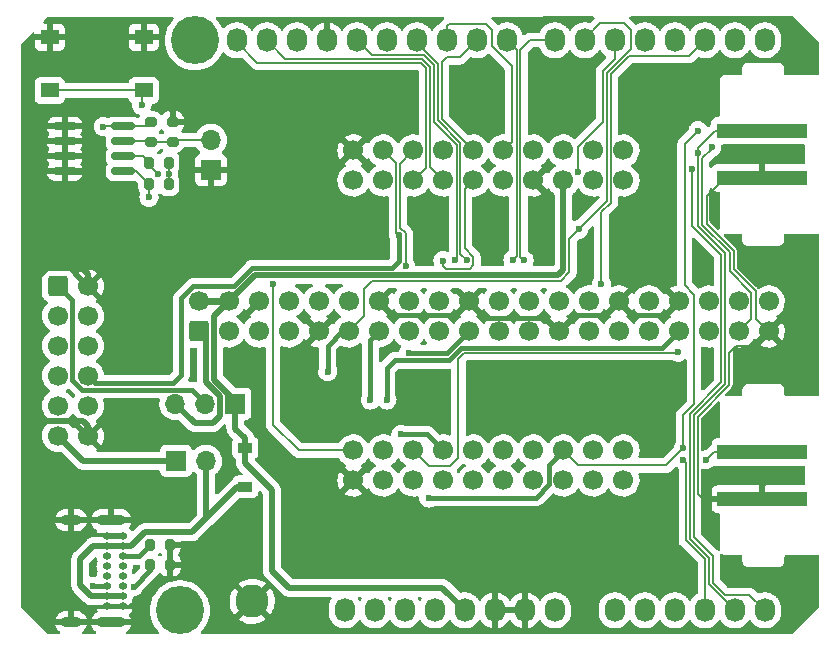
<source format=gbr>
%TF.GenerationSoftware,KiCad,Pcbnew,(6.0.0-0)*%
%TF.CreationDate,2022-08-30T21:51:56-06:00*%
%TF.ProjectId,FlippyControl,466c6970-7079-4436-9f6e-74726f6c2e6b,A*%
%TF.SameCoordinates,Original*%
%TF.FileFunction,Copper,L1,Top*%
%TF.FilePolarity,Positive*%
%FSLAX46Y46*%
G04 Gerber Fmt 4.6, Leading zero omitted, Abs format (unit mm)*
G04 Created by KiCad (PCBNEW (6.0.0-0)) date 2022-08-30 21:51:56*
%MOMM*%
%LPD*%
G01*
G04 APERTURE LIST*
G04 Aperture macros list*
%AMRoundRect*
0 Rectangle with rounded corners*
0 $1 Rounding radius*
0 $2 $3 $4 $5 $6 $7 $8 $9 X,Y pos of 4 corners*
0 Add a 4 corners polygon primitive as box body*
4,1,4,$2,$3,$4,$5,$6,$7,$8,$9,$2,$3,0*
0 Add four circle primitives for the rounded corners*
1,1,$1+$1,$2,$3*
1,1,$1+$1,$4,$5*
1,1,$1+$1,$6,$7*
1,1,$1+$1,$8,$9*
0 Add four rect primitives between the rounded corners*
20,1,$1+$1,$2,$3,$4,$5,0*
20,1,$1+$1,$4,$5,$6,$7,0*
20,1,$1+$1,$6,$7,$8,$9,0*
20,1,$1+$1,$8,$9,$2,$3,0*%
G04 Aperture macros list end*
%TA.AperFunction,ComponentPad*%
%ADD10O,1.727200X2.032000*%
%TD*%
%TA.AperFunction,ComponentPad*%
%ADD11C,4.064000*%
%TD*%
%TA.AperFunction,SMDPad,CuDef*%
%ADD12RoundRect,0.200000X0.275000X-0.200000X0.275000X0.200000X-0.275000X0.200000X-0.275000X-0.200000X0*%
%TD*%
%TA.AperFunction,SMDPad,CuDef*%
%ADD13RoundRect,0.200000X-0.275000X0.200000X-0.275000X-0.200000X0.275000X-0.200000X0.275000X0.200000X0*%
%TD*%
%TA.AperFunction,SMDPad,CuDef*%
%ADD14R,1.550000X1.300000*%
%TD*%
%TA.AperFunction,SMDPad,CuDef*%
%ADD15R,1.200000X0.900000*%
%TD*%
%TA.AperFunction,ComponentPad*%
%ADD16C,1.700000*%
%TD*%
%TA.AperFunction,ComponentPad*%
%ADD17R,1.700000X1.700000*%
%TD*%
%TA.AperFunction,ComponentPad*%
%ADD18O,1.700000X1.700000*%
%TD*%
%TA.AperFunction,ComponentPad*%
%ADD19C,2.800000*%
%TD*%
%TA.AperFunction,ComponentPad*%
%ADD20O,0.700000X0.600000*%
%TD*%
%TA.AperFunction,ComponentPad*%
%ADD21O,2.400000X0.900000*%
%TD*%
%TA.AperFunction,ComponentPad*%
%ADD22O,1.700000X0.900000*%
%TD*%
%TA.AperFunction,SMDPad,CuDef*%
%ADD23RoundRect,0.200000X0.200000X0.275000X-0.200000X0.275000X-0.200000X-0.275000X0.200000X-0.275000X0*%
%TD*%
%TA.AperFunction,ComponentPad*%
%ADD24RoundRect,0.250000X-0.600000X-0.600000X0.600000X-0.600000X0.600000X0.600000X-0.600000X0.600000X0*%
%TD*%
%TA.AperFunction,SMDPad,CuDef*%
%ADD25R,7.599172X1.299972*%
%TD*%
%TA.AperFunction,ComponentPad*%
%ADD26RoundRect,0.250000X0.600000X-0.600000X0.600000X0.600000X-0.600000X0.600000X-0.600000X-0.600000X0*%
%TD*%
%TA.AperFunction,SMDPad,CuDef*%
%ADD27RoundRect,0.150000X-0.825000X-0.150000X0.825000X-0.150000X0.825000X0.150000X-0.825000X0.150000X0*%
%TD*%
%TA.AperFunction,SMDPad,CuDef*%
%ADD28RoundRect,0.200000X-0.200000X-0.275000X0.200000X-0.275000X0.200000X0.275000X-0.200000X0.275000X0*%
%TD*%
%TA.AperFunction,ViaPad*%
%ADD29C,0.600000*%
%TD*%
%TA.AperFunction,Conductor*%
%ADD30C,0.200000*%
%TD*%
%TA.AperFunction,Conductor*%
%ADD31C,0.500000*%
%TD*%
%TA.AperFunction,Conductor*%
%ADD32C,0.600000*%
%TD*%
%TA.AperFunction,Conductor*%
%ADD33C,0.400000*%
%TD*%
G04 APERTURE END LIST*
D10*
%TO.P,P1,1,Pin_1*%
%TO.N,unconnected-(P1-Pad1)*%
X138938000Y-123825000D03*
%TO.P,P1,2,Pin_2*%
%TO.N,/IOREF*%
X141478000Y-123825000D03*
%TO.P,P1,3,Pin_3*%
%TO.N,/Reset*%
X144018000Y-123825000D03*
%TO.P,P1,4,Pin_4*%
%TO.N,+3V3*%
X146558000Y-123825000D03*
%TO.P,P1,5,Pin_5*%
%TO.N,+5V*%
X149098000Y-123825000D03*
%TO.P,P1,6,Pin_6*%
%TO.N,GND*%
X151638000Y-123825000D03*
%TO.P,P1,7,Pin_7*%
X154178000Y-123825000D03*
%TO.P,P1,8,Pin_8*%
%TO.N,/Vin*%
X156718000Y-123825000D03*
%TD*%
%TO.P,P2,1,Pin_1*%
%TO.N,/A0*%
X161798000Y-123825000D03*
%TO.P,P2,2,Pin_2*%
%TO.N,/A1*%
X164338000Y-123825000D03*
%TO.P,P2,3,Pin_3*%
%TO.N,/A2*%
X166878000Y-123825000D03*
%TO.P,P2,4,Pin_4*%
%TO.N,NUNCHUCK2_DET*%
X169418000Y-123825000D03*
%TO.P,P2,5,Pin_5*%
%TO.N,NUNCHUCK1_SDA*%
X171958000Y-123825000D03*
%TO.P,P2,6,Pin_6*%
%TO.N,NUNCHUCK1_SCL*%
X174498000Y-123825000D03*
%TD*%
%TO.P,P3,1,Pin_1*%
%TO.N,NUNCHUCK1_SCL*%
X129794000Y-75565000D03*
%TO.P,P3,2,Pin_2*%
%TO.N,NUNCHUCK1_SDA*%
X132334000Y-75565000D03*
%TO.P,P3,3,Pin_3*%
%TO.N,/AREF*%
X134874000Y-75565000D03*
%TO.P,P3,4,Pin_4*%
%TO.N,GND*%
X137414000Y-75565000D03*
%TO.P,P3,5,Pin_5*%
%TO.N,MAX3000_SCK*%
X139954000Y-75565000D03*
%TO.P,P3,6,Pin_6*%
%TO.N,/12(MISO)*%
X142494000Y-75565000D03*
%TO.P,P3,7,Pin_7*%
%TO.N,MAX3000_MOSI*%
X145034000Y-75565000D03*
%TO.P,P3,8,Pin_8*%
%TO.N,NUNCHUCK1_DET*%
X147574000Y-75565000D03*
%TO.P,P3,9,Pin_9*%
%TO.N,MAX3000_LED_PWM*%
X150114000Y-75565000D03*
%TO.P,P3,10,Pin_10*%
%TO.N,NUNCHUCK2_SCL*%
X152654000Y-75565000D03*
%TD*%
%TO.P,P4,1,Pin_1*%
%TO.N,NUNCHUCK2_SDA*%
X156718000Y-75565000D03*
%TO.P,P4,2,Pin_2*%
%TO.N,MAX3000_LATCH*%
X159258000Y-75565000D03*
%TO.P,P4,3,Pin_3*%
%TO.N,MAX3000_RST*%
X161798000Y-75565000D03*
%TO.P,P4,4,Pin_4*%
%TO.N,MAX3000_PULSE*%
X164338000Y-75565000D03*
%TO.P,P4,5,Pin_5*%
%TO.N,MAX3000_COL*%
X166878000Y-75565000D03*
%TO.P,P4,6,Pin_6*%
%TO.N,MAX3000_ROW*%
X169418000Y-75565000D03*
%TO.P,P4,7,Pin_7*%
%TO.N,/1(Tx)*%
X171958000Y-75565000D03*
%TO.P,P4,8,Pin_8*%
%TO.N,/0(Rx)*%
X174498000Y-75565000D03*
%TD*%
D11*
%TO.P,P5,1,Pin_1*%
%TO.N,unconnected-(P5-Pad1)*%
X124968000Y-123825000D03*
%TD*%
%TO.P,P7,1,Pin_1*%
%TO.N,unconnected-(P7-Pad1)*%
X126238000Y-75565000D03*
%TD*%
D12*
%TO.P,R3,1*%
%TO.N,Net-(J6-Pad2)*%
X124348000Y-84140000D03*
%TO.P,R3,2*%
%TO.N,GND*%
X124348000Y-82490000D03*
%TD*%
D13*
%TO.P,R4,1*%
%TO.N,+3V3*%
X122498000Y-82490000D03*
%TO.P,R4,2*%
%TO.N,Net-(J6-Pad2)*%
X122498000Y-84140000D03*
%TD*%
D14*
%TO.P,SW1,1,1*%
%TO.N,GND*%
X121928000Y-75315000D03*
X113968000Y-75315000D03*
%TO.P,SW1,2,2*%
%TO.N,/Reset*%
X121928000Y-79815000D03*
X113968000Y-79815000D03*
%TD*%
D15*
%TO.P,D1,1,K*%
%TO.N,+5V*%
X130498000Y-110065000D03*
%TO.P,D1,2,A*%
%TO.N,VBUS*%
X130498000Y-113365000D03*
%TD*%
D16*
%TO.P,U1,1,GND*%
%TO.N,GND*%
X139668000Y-112835000D03*
%TO.P,U1,2,RST*%
%TO.N,/Reset*%
X139668000Y-110295000D03*
%TO.P,U1,3,NC*%
%TO.N,unconnected-(U1-Pad3)*%
X142208000Y-112835000D03*
%TO.P,U1,4,IO_36/SVP/A0*%
%TO.N,unconnected-(U1-Pad4)*%
X142208000Y-110295000D03*
%TO.P,U1,5,IO_39/SVN*%
%TO.N,unconnected-(U1-Pad5)*%
X144748000Y-112835000D03*
%TO.P,U1,6,IO_26/D0*%
%TO.N,MAX3000_COL*%
X144748000Y-110295000D03*
%TO.P,U1,7,IO_35*%
%TO.N,unconnected-(U1-Pad7)*%
X147288000Y-112835000D03*
%TO.P,U1,8,IO_18/D5*%
%TO.N,MAX3000_SCK*%
X147288000Y-110295000D03*
%TO.P,U1,9,IO_33*%
%TO.N,NUNCHUCK2_SCL*%
X149828000Y-112835000D03*
%TO.P,U1,10,IO_19/D6*%
%TO.N,unconnected-(U1-Pad10)*%
X149828000Y-110295000D03*
%TO.P,U1,11,IO_34*%
%TO.N,unconnected-(U1-Pad11)*%
X152368000Y-112835000D03*
%TO.P,U1,12,IO_23/D7*%
%TO.N,MAX3000_MOSI*%
X152368000Y-110295000D03*
%TO.P,U1,13,IO_14/TMS*%
%TO.N,unconnected-(U1-Pad13)*%
X154908000Y-112835000D03*
%TO.P,U1,14,IO_05/D8*%
%TO.N,unconnected-(U1-Pad14)*%
X154908000Y-110295000D03*
%TO.P,U1,15,NC*%
%TO.N,unconnected-(U1-Pad15)*%
X157448000Y-112835000D03*
%TO.P,U1,16,3V3*%
%TO.N,+3V3*%
X157448000Y-110295000D03*
%TO.P,U1,17,IO_09/SD2*%
%TO.N,unconnected-(U1-Pad17)*%
X159988000Y-112835000D03*
%TO.P,U1,18,IO_13/TCK*%
%TO.N,NUNCHUCK2_SDA*%
X159988000Y-110295000D03*
%TO.P,U1,19,CMD*%
%TO.N,unconnected-(U1-Pad19)*%
X162528000Y-112835000D03*
%TO.P,U1,20,IO_10/SD3*%
%TO.N,unconnected-(U1-Pad20)*%
X162528000Y-110295000D03*
%TO.P,U1,21,TXD*%
%TO.N,unconnected-(U1-Pad21)*%
X139668000Y-87435000D03*
%TO.P,U1,22,GND*%
%TO.N,GND*%
X139668000Y-84895000D03*
%TO.P,U1,23,RXD*%
%TO.N,unconnected-(U1-Pad23)*%
X142208000Y-87435000D03*
%TO.P,U1,24,IO_27*%
%TO.N,MAX3000_ROW*%
X142208000Y-84895000D03*
%TO.P,U1,25,IO_22/D1/SCL*%
%TO.N,NUNCHUCK1_SCL*%
X144748000Y-87435000D03*
%TO.P,U1,26,IO_25*%
%TO.N,MAX3000_PULSE*%
X144748000Y-84895000D03*
%TO.P,U1,27,IO_21/D2/SDA*%
%TO.N,NUNCHUCK1_SDA*%
X147288000Y-87435000D03*
%TO.P,U1,28,IO_32*%
%TO.N,NUNCHUCK2_DET*%
X147288000Y-84895000D03*
%TO.P,U1,29,IO_17/D3*%
%TO.N,MAX3000_RST*%
X149828000Y-87435000D03*
%TO.P,U1,30,IO_12/TDI*%
%TO.N,MAX3000_LED_PWM*%
X149828000Y-84895000D03*
%TO.P,U1,31,IO_16/D4*%
%TO.N,MAX3000_LATCH*%
X152368000Y-87435000D03*
%TO.P,U1,32,IO_04*%
%TO.N,NUNCHUCK1_DET*%
X152368000Y-84895000D03*
%TO.P,U1,33,GND*%
%TO.N,GND*%
X154908000Y-87435000D03*
%TO.P,U1,34,IO_00*%
%TO.N,unconnected-(U1-Pad34)*%
X154908000Y-84895000D03*
%TO.P,U1,35,VCC_(USB)*%
%TO.N,+5V*%
X157448000Y-87435000D03*
%TO.P,U1,36,IO_02*%
%TO.N,unconnected-(U1-Pad36)*%
X157448000Y-84895000D03*
%TO.P,U1,37,TD0*%
%TO.N,unconnected-(U1-Pad37)*%
X159988000Y-87435000D03*
%TO.P,U1,38,SD1*%
%TO.N,unconnected-(U1-Pad38)*%
X159988000Y-84895000D03*
%TO.P,U1,39,SD0*%
%TO.N,unconnected-(U1-Pad39)*%
X162528000Y-87435000D03*
%TO.P,U1,40,CLK*%
%TO.N,unconnected-(U1-Pad40)*%
X162528000Y-84895000D03*
%TD*%
D17*
%TO.P,JP2,1,A*%
%TO.N,MAX3000_AUX_5V*%
X124648000Y-111165000D03*
D18*
%TO.P,JP2,2,B*%
%TO.N,VBUS*%
X127188000Y-111165000D03*
%TD*%
D17*
%TO.P,J6,1,Pin_1*%
%TO.N,GND*%
X127598000Y-86540000D03*
D18*
%TO.P,J6,2,Pin_2*%
%TO.N,Net-(J6-Pad2)*%
X127598000Y-84000000D03*
%TD*%
D19*
%TO.P,TP7,1,1*%
%TO.N,GND*%
X131098000Y-123065000D03*
%TD*%
D20*
%TO.P,J4,A1,GND*%
%TO.N,GND*%
X120123000Y-117540000D03*
%TO.P,J4,A4,VBUS*%
%TO.N,VBUS*%
X120123000Y-118390000D03*
%TO.P,J4,A5,CC1*%
%TO.N,Net-(J4-PadA5)*%
X120123000Y-119240000D03*
%TO.P,J4,A6,D+*%
%TO.N,unconnected-(J4-PadA6)*%
X120123000Y-120090000D03*
%TO.P,J4,A7,D-*%
%TO.N,unconnected-(J4-PadA7)*%
X120123000Y-120940000D03*
%TO.P,J4,A8,SBU1*%
%TO.N,unconnected-(J4-PadA8)*%
X120123000Y-121790000D03*
%TO.P,J4,A9,VBUS*%
%TO.N,VBUS*%
X120123000Y-122640000D03*
%TO.P,J4,A12,GND*%
%TO.N,GND*%
X120123000Y-123490000D03*
%TO.P,J4,B1,GND*%
X118773000Y-123490000D03*
%TO.P,J4,B4,VBUS*%
%TO.N,VBUS*%
X118773000Y-122640000D03*
%TO.P,J4,B5,CC2*%
%TO.N,Net-(J4-PadB5)*%
X118773000Y-121790000D03*
%TO.P,J4,B6,D+*%
%TO.N,unconnected-(J4-PadB6)*%
X118773000Y-120940000D03*
%TO.P,J4,B7,D-*%
%TO.N,unconnected-(J4-PadB7)*%
X118773000Y-120090000D03*
%TO.P,J4,B8,SBU2*%
%TO.N,unconnected-(J4-PadB8)*%
X118773000Y-119240000D03*
%TO.P,J4,B9,VBUS*%
%TO.N,VBUS*%
X118773000Y-118390000D03*
%TO.P,J4,B12,GND*%
%TO.N,GND*%
X118773000Y-117540000D03*
D21*
%TO.P,J4,S1,SHIELD*%
X119143000Y-124840000D03*
D22*
X115763000Y-124840000D03*
D21*
X119143000Y-116190000D03*
D22*
X115763000Y-116190000D03*
%TD*%
D23*
%TO.P,R5,1*%
%TO.N,+3V3*%
X124023000Y-85915000D03*
%TO.P,R5,2*%
%TO.N,EEPROM_SCL*%
X122373000Y-85915000D03*
%TD*%
D24*
%TO.P,J3,1,Pin_1*%
%TO.N,Net-(J3-Pad1)*%
X114645500Y-96365000D03*
D16*
%TO.P,J3,2,Pin_2*%
%TO.N,GND*%
X117185500Y-96365000D03*
%TO.P,J3,3,Pin_3*%
%TO.N,MAX3000_MOSI*%
X114645500Y-98905000D03*
%TO.P,J3,4,Pin_4*%
%TO.N,MAX3000_PULSE*%
X117185500Y-98905000D03*
%TO.P,J3,5,Pin_5*%
%TO.N,MAX3000_LATCH*%
X114645500Y-101445000D03*
%TO.P,J3,6,Pin_6*%
%TO.N,MAX3000_COL*%
X117185500Y-101445000D03*
%TO.P,J3,7,Pin_7*%
%TO.N,MAX3000_SCK*%
X114645500Y-103985000D03*
%TO.P,J3,8,Pin_8*%
%TO.N,MAX3000_ROW*%
X117185500Y-103985000D03*
%TO.P,J3,9,Pin_9*%
%TO.N,MAX3000_RST*%
X114645500Y-106525000D03*
%TO.P,J3,10,Pin_10*%
%TO.N,MAX3000_LED_PWM*%
X117185500Y-106525000D03*
%TO.P,J3,11,Pin_11*%
%TO.N,MAX3000_AUX_5V*%
X114645500Y-109065000D03*
%TO.P,J3,12,Pin_12*%
%TO.N,GND*%
X117185500Y-109065000D03*
%TD*%
D25*
%TO.P,J1,1,GND*%
%TO.N,GND*%
X174274300Y-87215123D03*
%TO.P,J1,3,SCL*%
%TO.N,NUNCHUCK1_SCL*%
X174274300Y-83215004D03*
%TD*%
D26*
%TO.P,J5,1,P3V3*%
%TO.N,+3V3*%
X126568000Y-100217500D03*
D16*
%TO.P,J5,2,P5V*%
%TO.N,+5V*%
X126568000Y-97677500D03*
%TO.P,J5,3,BCM2*%
%TO.N,MAX3000_SDA*%
X129108000Y-100217500D03*
%TO.P,J5,4,P5V*%
%TO.N,+5V*%
X129108000Y-97677500D03*
%TO.P,J5,5,BCM3*%
%TO.N,MAX3000_SCL*%
X131648000Y-100217500D03*
%TO.P,J5,6,GND*%
%TO.N,GND*%
X131648000Y-97677500D03*
%TO.P,J5,7,BCM4*%
%TO.N,unconnected-(J5-Pad7)*%
X134188000Y-100217500D03*
%TO.P,J5,8,BCM14*%
%TO.N,unconnected-(J5-Pad8)*%
X134188000Y-97677500D03*
%TO.P,J5,9,GND*%
%TO.N,GND*%
X136728000Y-100217500D03*
%TO.P,J5,10,BCM15*%
%TO.N,unconnected-(J5-Pad10)*%
X136728000Y-97677500D03*
%TO.P,J5,11,BCM17*%
%TO.N,MAX3000_LATCH*%
X139268000Y-100217500D03*
%TO.P,J5,12,BCM18*%
%TO.N,unconnected-(J5-Pad12)*%
X139268000Y-97677500D03*
%TO.P,J5,13,BCM27*%
%TO.N,MAX3000_RST*%
X141808000Y-100217500D03*
%TO.P,J5,14,GND*%
%TO.N,GND*%
X141808000Y-97677500D03*
%TO.P,J5,15,BCM22*%
%TO.N,MAX3000_PULSE*%
X144348000Y-100217500D03*
%TO.P,J5,16,BCM23*%
%TO.N,unconnected-(J5-Pad16)*%
X144348000Y-97677500D03*
%TO.P,J5,17,P3V3*%
%TO.N,+3V3*%
X146888000Y-100217500D03*
%TO.P,J5,18,BCM24*%
%TO.N,unconnected-(J5-Pad18)*%
X146888000Y-97677500D03*
%TO.P,J5,19,BCM10*%
%TO.N,MAX3000_MOSI*%
X149428000Y-100217500D03*
%TO.P,J5,20,GND*%
%TO.N,GND*%
X149428000Y-97677500D03*
%TO.P,J5,21,BCM9*%
%TO.N,unconnected-(J5-Pad21)*%
X151968000Y-100217500D03*
%TO.P,J5,22,BCM25*%
%TO.N,unconnected-(J5-Pad22)*%
X151968000Y-97677500D03*
%TO.P,J5,23,BCM11*%
%TO.N,MAX3000_SCK*%
X154508000Y-100217500D03*
%TO.P,J5,24,BCM8*%
%TO.N,unconnected-(J5-Pad24)*%
X154508000Y-97677500D03*
%TO.P,J5,25,GND*%
%TO.N,GND*%
X157048000Y-100217500D03*
%TO.P,J5,26,BCM7*%
%TO.N,unconnected-(J5-Pad26)*%
X157048000Y-97677500D03*
%TO.P,J5,27,BCM0*%
%TO.N,EEPROM_SDA*%
X159588000Y-100217500D03*
%TO.P,J5,28,BCM1*%
%TO.N,EEPROM_SCL*%
X159588000Y-97677500D03*
%TO.P,J5,29,BCM5*%
%TO.N,MAX3000_ROW*%
X162128000Y-100217500D03*
%TO.P,J5,30,GND*%
%TO.N,GND*%
X162128000Y-97677500D03*
%TO.P,J5,31,BCM6*%
%TO.N,unconnected-(J5-Pad31)*%
X164668000Y-100217500D03*
%TO.P,J5,32,BCM12*%
%TO.N,unconnected-(J5-Pad32)*%
X164668000Y-97677500D03*
%TO.P,J5,33,BCM13*%
%TO.N,MAX3000_LED_PWM*%
X167208000Y-100217500D03*
%TO.P,J5,34,GND*%
%TO.N,GND*%
X167208000Y-97677500D03*
%TO.P,J5,35,BCM19*%
%TO.N,unconnected-(J5-Pad35)*%
X169748000Y-100217500D03*
%TO.P,J5,36,BCM16*%
%TO.N,unconnected-(J5-Pad36)*%
X169748000Y-97677500D03*
%TO.P,J5,37,BCM26*%
%TO.N,MAX3000_COL*%
X172288000Y-100217500D03*
%TO.P,J5,38,BCM20*%
%TO.N,unconnected-(J5-Pad38)*%
X172288000Y-97677500D03*
%TO.P,J5,39,GND*%
%TO.N,GND*%
X174828000Y-100217500D03*
%TO.P,J5,40,BCM21*%
%TO.N,unconnected-(J5-Pad40)*%
X174828000Y-97677500D03*
%TD*%
D23*
%TO.P,R6,1*%
%TO.N,+3V3*%
X124023000Y-87765000D03*
%TO.P,R6,2*%
%TO.N,EEPROM_SDA*%
X122373000Y-87765000D03*
%TD*%
D27*
%TO.P,U2,1,A0*%
%TO.N,GND*%
X115223000Y-82860000D03*
%TO.P,U2,2,A1*%
X115223000Y-84130000D03*
%TO.P,U2,3,A2*%
X115223000Y-85400000D03*
%TO.P,U2,4,GND*%
X115223000Y-86670000D03*
%TO.P,U2,5,SDA*%
%TO.N,EEPROM_SDA*%
X120173000Y-86670000D03*
%TO.P,U2,6,SCL*%
%TO.N,EEPROM_SCL*%
X120173000Y-85400000D03*
%TO.P,U2,7,WP*%
%TO.N,Net-(J6-Pad2)*%
X120173000Y-84130000D03*
%TO.P,U2,8,VCC*%
%TO.N,+3V3*%
X120173000Y-82860000D03*
%TD*%
D17*
%TO.P,JP1,1,A*%
%TO.N,+5V*%
X129673000Y-106340000D03*
D18*
%TO.P,JP1,2,C*%
%TO.N,Net-(J3-Pad1)*%
X127133000Y-106340000D03*
%TO.P,JP1,3,B*%
%TO.N,+3V3*%
X124593000Y-106340000D03*
%TD*%
D25*
%TO.P,J2,1,GND*%
%TO.N,GND*%
X174298000Y-114415123D03*
%TO.P,J2,3,SCL*%
%TO.N,NUNCHUCK2_DET*%
X174298000Y-110415004D03*
%TD*%
D28*
%TO.P,R2,1*%
%TO.N,Net-(J4-PadB5)*%
X122473000Y-119965000D03*
%TO.P,R2,2*%
%TO.N,GND*%
X124123000Y-119965000D03*
%TD*%
%TO.P,R1,1*%
%TO.N,Net-(J4-PadA5)*%
X122473000Y-118265000D03*
%TO.P,R1,2*%
%TO.N,GND*%
X124123000Y-118265000D03*
%TD*%
D29*
%TO.N,/Reset*%
X132848000Y-96215000D03*
X121748000Y-81065000D03*
%TO.N,GND*%
X117148000Y-86715000D03*
X122398000Y-100865000D03*
%TO.N,MAX3000_MOSI*%
X144348000Y-102038500D03*
X149248000Y-94165000D03*
%TO.N,MAX3000_PULSE*%
X144097495Y-94661999D03*
%TO.N,MAX3000_LATCH*%
X158748000Y-91565000D03*
X137498000Y-103615000D03*
%TO.N,MAX3000_COL*%
X167148000Y-101965000D03*
X169998000Y-84615000D03*
%TO.N,MAX3000_SCK*%
X143698000Y-108915000D03*
X148248000Y-94165000D03*
%TO.N,MAX3000_ROW*%
X160664511Y-96198489D03*
X143498000Y-92065000D03*
%TO.N,MAX3000_RST*%
X141098000Y-106015000D03*
X147248000Y-94215000D03*
X158698000Y-86715000D03*
%TO.N,MAX3000_LED_PWM*%
X142498000Y-106015000D03*
%TO.N,+3V3*%
X124023000Y-86890000D03*
X167598000Y-110115000D03*
X118498000Y-82865000D03*
X168848000Y-83215000D03*
X146048000Y-114315000D03*
%TO.N,Net-(J4-PadB5)*%
X117588858Y-121799142D03*
X121073000Y-121815000D03*
%TO.N,NUNCHUCK1_SCL*%
X168848000Y-85141500D03*
%TO.N,NUNCHUCK1_SDA*%
X168348000Y-86465000D03*
%TO.N,NUNCHUCK2_SDA*%
X154112869Y-94191500D03*
%TO.N,NUNCHUCK2_DET*%
X169548000Y-111065000D03*
X167598000Y-111065000D03*
%TO.N,NUNCHUCK2_SCL*%
X153167368Y-94165000D03*
%TO.N,EEPROM_SDA*%
X122348000Y-88865000D03*
%TO.N,EEPROM_SCL*%
X123098000Y-86865000D03*
%TD*%
D30*
%TO.N,/Reset*%
X120548000Y-79815000D02*
X121928000Y-79815000D01*
X135028000Y-110295000D02*
X132848000Y-108115000D01*
X121748000Y-81065000D02*
X121748000Y-79995000D01*
X121748000Y-79995000D02*
X121928000Y-79815000D01*
X113968000Y-79815000D02*
X120548000Y-79815000D01*
X139668000Y-110295000D02*
X135028000Y-110295000D01*
X132848000Y-108115000D02*
X132848000Y-96215000D01*
D31*
%TO.N,+5V*%
X157448000Y-95015000D02*
X157448000Y-87435000D01*
X130498000Y-110065000D02*
X130498000Y-111365000D01*
X129108000Y-97677500D02*
X131343989Y-95441511D01*
X127881489Y-98904011D02*
X129108000Y-97677500D01*
X129673000Y-106090000D02*
X127881489Y-104298489D01*
X132748000Y-113615000D02*
X132748000Y-120465000D01*
X132748000Y-120465000D02*
X134198000Y-121915000D01*
D32*
X129108000Y-97677500D02*
X126568000Y-97677500D01*
D31*
X134198000Y-121915000D02*
X147188000Y-121915000D01*
X157021489Y-95441511D02*
X157448000Y-95015000D01*
X131343989Y-95441511D02*
X157021489Y-95441511D01*
X129673000Y-108440000D02*
X129673000Y-106340000D01*
X130498000Y-111365000D02*
X132748000Y-113615000D01*
X130498000Y-110065000D02*
X130498000Y-109265000D01*
X129673000Y-106340000D02*
X129673000Y-106090000D01*
X130498000Y-109265000D02*
X129673000Y-108440000D01*
X147188000Y-121915000D02*
X149098000Y-123825000D01*
X127881489Y-104298489D02*
X127881489Y-98904011D01*
D33*
%TO.N,GND*%
X162128000Y-97677500D02*
X160951489Y-98854011D01*
D30*
X171848000Y-94915000D02*
X173748000Y-96815000D01*
D33*
X150791489Y-99040989D02*
X155871489Y-99040989D01*
D31*
X113698000Y-94865000D02*
X116698000Y-94865000D01*
X113048000Y-95515000D02*
X113698000Y-94865000D01*
D33*
X141808000Y-97677500D02*
X142984511Y-98854011D01*
D30*
X173748000Y-96815000D02*
X173748000Y-99137500D01*
X174274300Y-87215123D02*
X171124700Y-87215123D01*
X174828000Y-100217500D02*
X174795500Y-100217500D01*
D33*
X149428000Y-97677500D02*
X150791489Y-99040989D01*
D30*
X174795500Y-100217500D02*
X173548000Y-101465000D01*
D31*
X117185500Y-95352500D02*
X117185500Y-96365000D01*
D30*
X168798000Y-113965000D02*
X169248123Y-114415123D01*
D33*
X118773000Y-123490000D02*
X120123000Y-123490000D01*
D31*
X117185500Y-109065000D02*
X117185500Y-108252500D01*
D33*
X115268000Y-86715000D02*
X117148000Y-86715000D01*
D31*
X113048000Y-107265000D02*
X113048000Y-95515000D01*
X116698000Y-94865000D02*
X117185500Y-95352500D01*
D33*
X148251489Y-98854011D02*
X149428000Y-97677500D01*
D30*
X171498000Y-104749581D02*
X168798000Y-107449581D01*
X171848000Y-93367976D02*
X171848000Y-94915000D01*
X172048000Y-101465000D02*
X171498000Y-102015000D01*
X171498000Y-102015000D02*
X171498000Y-104749581D01*
D33*
X166031489Y-98854011D02*
X167208000Y-97677500D01*
D31*
X113598000Y-107815000D02*
X113048000Y-107265000D01*
D30*
X169598000Y-91117976D02*
X171848000Y-93367976D01*
X168798000Y-107449581D02*
X168798000Y-113965000D01*
D33*
X142984511Y-98854011D02*
X148251489Y-98854011D01*
X160951489Y-98854011D02*
X158411489Y-98854011D01*
D31*
X116748000Y-107815000D02*
X113598000Y-107815000D01*
D33*
X162128000Y-97677500D02*
X163304511Y-98854011D01*
X155871489Y-99040989D02*
X157048000Y-100217500D01*
X158411489Y-98854011D02*
X157048000Y-100217500D01*
X115223000Y-86670000D02*
X115268000Y-86715000D01*
D31*
X117185500Y-108252500D02*
X116748000Y-107815000D01*
D30*
X173748000Y-99137500D02*
X174828000Y-100217500D01*
X169598000Y-88741823D02*
X169598000Y-91117976D01*
X171124700Y-87215123D02*
X169598000Y-88741823D01*
D33*
X163304511Y-98854011D02*
X166031489Y-98854011D01*
X120123000Y-117540000D02*
X118773000Y-117540000D01*
D30*
X169248123Y-114415123D02*
X174298000Y-114415123D01*
X173548000Y-101465000D02*
X172048000Y-101465000D01*
D33*
%TO.N,MAX3000_MOSI*%
X147607000Y-102038500D02*
X144348000Y-102038500D01*
D30*
X148724511Y-84253267D02*
X148724511Y-93641511D01*
X146821489Y-82350245D02*
X148724511Y-84253267D01*
D33*
X149428000Y-100217500D02*
X147607000Y-102038500D01*
D30*
X146821489Y-77553221D02*
X146821489Y-82350245D01*
X148724511Y-93641511D02*
X149248000Y-94165000D01*
X145034000Y-75565000D02*
X145034000Y-75765732D01*
X145034000Y-75765732D02*
X146821489Y-77553221D01*
D31*
%TO.N,VBUS*%
X125998000Y-117215000D02*
X127188000Y-116025000D01*
X120123000Y-118390000D02*
X118773000Y-118390000D01*
X121998000Y-117215000D02*
X125998000Y-117215000D01*
X127188000Y-116025000D02*
X129848000Y-113365000D01*
X129848000Y-113365000D02*
X130498000Y-113365000D01*
X120823000Y-118390000D02*
X121998000Y-117215000D01*
X116548000Y-119465000D02*
X117623000Y-118390000D01*
X116548000Y-121715000D02*
X116548000Y-119465000D01*
X118773000Y-122640000D02*
X117473000Y-122640000D01*
X127188000Y-116025000D02*
X127188000Y-111165000D01*
X118773000Y-122640000D02*
X120123000Y-122640000D01*
X117623000Y-118390000D02*
X118773000Y-118390000D01*
X120123000Y-118390000D02*
X120823000Y-118390000D01*
X117473000Y-122640000D02*
X116548000Y-121715000D01*
D33*
%TO.N,Net-(J3-Pad1)*%
X115822011Y-104285350D02*
X115822011Y-97541511D01*
X127133000Y-106340000D02*
X125956489Y-105163489D01*
X125956489Y-105163489D02*
X116700150Y-105163489D01*
X116700150Y-105163489D02*
X115822011Y-104285350D01*
X115822011Y-97541511D02*
X114645500Y-96365000D01*
D30*
%TO.N,MAX3000_PULSE*%
X143611022Y-86031978D02*
X144748000Y-84895000D01*
X144097495Y-91919909D02*
X143611022Y-91433436D01*
X143611022Y-91433436D02*
X143611022Y-86031978D01*
X144097495Y-94661999D02*
X144097495Y-91919909D01*
%TO.N,MAX3000_LATCH*%
X161124511Y-78300245D02*
X163148000Y-76276756D01*
X163148000Y-74715000D02*
X162548000Y-74115000D01*
X158748000Y-91565000D02*
X158748000Y-91553244D01*
X140548000Y-98937500D02*
X140548000Y-96615000D01*
X161124511Y-89176733D02*
X161124511Y-78300245D01*
X163148000Y-76276756D02*
X163148000Y-74715000D01*
D33*
X137498000Y-101415000D02*
X137498000Y-103615000D01*
D30*
X140548000Y-96615000D02*
X141198000Y-95965000D01*
X158748000Y-91553244D02*
X161124511Y-89176733D01*
X160555600Y-74115000D02*
X159258000Y-75412600D01*
X139268000Y-100217500D02*
X140548000Y-98937500D01*
X157948000Y-92365000D02*
X158748000Y-91565000D01*
X157948000Y-95215000D02*
X157948000Y-92365000D01*
D33*
X139268000Y-100217500D02*
X138695500Y-100217500D01*
D30*
X159258000Y-75412600D02*
X159258000Y-75565000D01*
X157198000Y-95965000D02*
X157948000Y-95215000D01*
X162548000Y-74115000D02*
X160555600Y-74115000D01*
X141198000Y-95965000D02*
X157198000Y-95965000D01*
D33*
X138695500Y-100217500D02*
X137498000Y-101415000D01*
D30*
%TO.N,MAX3000_COL*%
X173364511Y-99140989D02*
X172288000Y-100217500D01*
X169998000Y-84615000D02*
X169998000Y-84765000D01*
X146068000Y-111615000D02*
X147848000Y-111615000D01*
X173364511Y-96931511D02*
X173364511Y-99140989D01*
X167048000Y-102065000D02*
X167148000Y-101965000D01*
X147848000Y-111615000D02*
X148548000Y-110915000D01*
X169998000Y-84765000D02*
X169201012Y-85561988D01*
X171521489Y-95088489D02*
X173364511Y-96931511D01*
X171521489Y-93503221D02*
X171521489Y-95088489D01*
X169201012Y-85561988D02*
X169201012Y-91182744D01*
X148998000Y-102065000D02*
X167048000Y-102065000D01*
X144748000Y-110295000D02*
X146068000Y-111615000D01*
X148548000Y-102515000D02*
X148998000Y-102065000D01*
X148548000Y-110915000D02*
X148548000Y-102515000D01*
X169201012Y-91182744D02*
X171521489Y-93503221D01*
%TO.N,MAX3000_SCK*%
X146494978Y-82485490D02*
X148398000Y-84388512D01*
D33*
X145908000Y-108915000D02*
X147288000Y-110295000D01*
D30*
X148398000Y-94015000D02*
X148248000Y-94165000D01*
X148398000Y-84388512D02*
X148398000Y-94015000D01*
X145614032Y-76807520D02*
X146494978Y-77688466D01*
X139954000Y-75565000D02*
X141196520Y-76807520D01*
D33*
X143698000Y-108915000D02*
X145908000Y-108915000D01*
D30*
X141196520Y-76807520D02*
X145614032Y-76807520D01*
X146494978Y-77688466D02*
X146494978Y-82485490D01*
D33*
%TO.N,MAX3000_ROW*%
X142898000Y-94865000D02*
X143498000Y-94265000D01*
X124348000Y-104615000D02*
X125098000Y-103865000D01*
D30*
X160664511Y-96198489D02*
X160664511Y-90098489D01*
X161451022Y-78435490D02*
X163021512Y-76865000D01*
X142208000Y-84895000D02*
X143284511Y-85971511D01*
D33*
X143498000Y-94265000D02*
X143498000Y-92065000D01*
X129569250Y-96393750D02*
X131098000Y-94865000D01*
X126119250Y-96393750D02*
X129569250Y-96393750D01*
D30*
X143284511Y-91851511D02*
X143498000Y-92065000D01*
D33*
X125098000Y-103865000D02*
X125098000Y-97415000D01*
D30*
X161451022Y-89311978D02*
X161451022Y-78435490D01*
X168118000Y-76865000D02*
X169418000Y-75565000D01*
D33*
X117815500Y-104615000D02*
X124348000Y-104615000D01*
X125098000Y-97415000D02*
X126119250Y-96393750D01*
D30*
X143284511Y-85971511D02*
X143284511Y-91851511D01*
X163021512Y-76865000D02*
X168118000Y-76865000D01*
D33*
X131098000Y-94865000D02*
X142898000Y-94865000D01*
D30*
X160664511Y-90098489D02*
X161451022Y-89311978D01*
D33*
X117185500Y-103985000D02*
X117815500Y-104615000D01*
%TO.N,MAX3000_RST*%
X141098000Y-106015000D02*
X141098000Y-100927500D01*
D30*
X149828000Y-93895000D02*
X149098000Y-93165000D01*
X158698000Y-86715000D02*
X158698000Y-84565000D01*
X149828000Y-94585000D02*
X149828000Y-93895000D01*
X160798000Y-82465000D02*
X160798000Y-78165000D01*
X147248000Y-94215000D02*
X147248000Y-94665000D01*
X149498000Y-94915000D02*
X149828000Y-94585000D01*
D33*
X141098000Y-100927500D02*
X141808000Y-100217500D01*
D30*
X160798000Y-78165000D02*
X161798000Y-77165000D01*
X158698000Y-84565000D02*
X160798000Y-82465000D01*
X147498000Y-94915000D02*
X149498000Y-94915000D01*
X147248000Y-94665000D02*
X147498000Y-94915000D01*
X149098000Y-88165000D02*
X149828000Y-87435000D01*
X161798000Y-77165000D02*
X161798000Y-75565000D01*
X149098000Y-93165000D02*
X149098000Y-88165000D01*
D33*
%TO.N,MAX3000_LED_PWM*%
X165804250Y-101621250D02*
X167208000Y-100217500D01*
X147748000Y-102665000D02*
X148791750Y-101621250D01*
X142498000Y-106015000D02*
X142498000Y-103315000D01*
X142498000Y-103315000D02*
X143148000Y-102665000D01*
D30*
X147148000Y-82215000D02*
X149828000Y-84895000D01*
X147148000Y-77417976D02*
X147148000Y-82215000D01*
D33*
X143148000Y-102665000D02*
X147748000Y-102665000D01*
D30*
X148664000Y-77015000D02*
X150114000Y-75565000D01*
X147148000Y-77417976D02*
X147550976Y-77015000D01*
X147550976Y-77015000D02*
X148664000Y-77015000D01*
D33*
X148791750Y-101621250D02*
X165804250Y-101621250D01*
D31*
%TO.N,MAX3000_AUX_5V*%
X116745500Y-111165000D02*
X114645500Y-109065000D01*
X124648000Y-111165000D02*
X116745500Y-111165000D01*
D33*
%TO.N,Net-(J4-PadA5)*%
X120123000Y-119240000D02*
X121498000Y-119240000D01*
X121498000Y-119240000D02*
X122473000Y-118265000D01*
D30*
%TO.N,+3V3*%
X124023000Y-86890000D02*
X124023000Y-87765000D01*
X167698000Y-84365000D02*
X167698000Y-96315000D01*
X122128000Y-82860000D02*
X120173000Y-82860000D01*
X158718000Y-111565000D02*
X166148000Y-111565000D01*
D31*
X128359511Y-105662531D02*
X128359511Y-107353489D01*
D30*
X167698000Y-96315000D02*
X168498000Y-97115000D01*
X157448000Y-110295000D02*
X158718000Y-111565000D01*
X168498000Y-97115000D02*
X168498000Y-106364313D01*
X120173000Y-82860000D02*
X118503000Y-82860000D01*
D33*
X156248000Y-113158839D02*
X155091839Y-114315000D01*
X157448000Y-110295000D02*
X156248000Y-111495000D01*
X156248000Y-111495000D02*
X156248000Y-113158839D01*
D30*
X122498000Y-82490000D02*
X122128000Y-82860000D01*
X118503000Y-82860000D02*
X118498000Y-82865000D01*
D31*
X127748000Y-107965000D02*
X126218000Y-107965000D01*
D30*
X166148000Y-111565000D02*
X167598000Y-110115000D01*
X168498000Y-106364313D02*
X167598000Y-107264313D01*
D33*
X155091839Y-114315000D02*
X146048000Y-114315000D01*
D30*
X167598000Y-107264313D02*
X167598000Y-110115000D01*
D31*
X126218000Y-107965000D02*
X124593000Y-106340000D01*
X128359511Y-107353489D02*
X127748000Y-107965000D01*
D30*
X124023000Y-85915000D02*
X124023000Y-86890000D01*
D31*
X127198000Y-104501020D02*
X128359511Y-105662531D01*
X126568000Y-100217500D02*
X127198000Y-100847500D01*
D30*
X168848000Y-83215000D02*
X167698000Y-84365000D01*
D31*
X127198000Y-100847500D02*
X127198000Y-104501020D01*
D33*
%TO.N,Net-(J4-PadB5)*%
X122473000Y-120415000D02*
X122473000Y-119965000D01*
X118773000Y-121790000D02*
X117598000Y-121790000D01*
X121073000Y-121815000D02*
X122473000Y-120415000D01*
X117598000Y-121790000D02*
X117588858Y-121799142D01*
D30*
%TO.N,NUNCHUCK1_DET*%
X147798000Y-74165000D02*
X147574000Y-74389000D01*
X151398000Y-76065000D02*
X151398000Y-74665000D01*
X150898000Y-74165000D02*
X147798000Y-74165000D01*
X153098000Y-77765000D02*
X151398000Y-76065000D01*
X152368000Y-84895000D02*
X153098000Y-84165000D01*
X147574000Y-74389000D02*
X147574000Y-75565000D01*
X151398000Y-74665000D02*
X150898000Y-74165000D01*
X153098000Y-84165000D02*
X153098000Y-77765000D01*
%TO.N,NUNCHUCK1_SCL*%
X168848000Y-84676756D02*
X168848000Y-85141500D01*
X145824511Y-86358489D02*
X145824511Y-77941511D01*
X145343542Y-77460542D02*
X131537142Y-77460542D01*
X174498000Y-123825000D02*
X173188000Y-122515000D01*
X170098000Y-119215000D02*
X168471489Y-117588489D01*
X171098000Y-122515000D02*
X170098000Y-121515000D01*
X173188000Y-122515000D02*
X171098000Y-122515000D01*
X145824511Y-77941511D02*
X145343542Y-77460542D01*
X144748000Y-87435000D02*
X145824511Y-86358489D01*
X131537142Y-77460542D02*
X129794000Y-75717400D01*
X168874501Y-91317989D02*
X168874501Y-85168001D01*
X170309752Y-83215004D02*
X168848000Y-84676756D01*
X168874501Y-85168001D02*
X168848000Y-85141500D01*
X170098000Y-121515000D02*
X170098000Y-119215000D01*
X129794000Y-75717400D02*
X129794000Y-75565000D01*
X174274300Y-83215004D02*
X170309752Y-83215004D01*
X168471489Y-107314336D02*
X171151022Y-104634803D01*
X171151022Y-93594510D02*
X168874501Y-91317989D01*
X171151022Y-104634803D02*
X171151022Y-93594510D01*
X168471489Y-117588489D02*
X168471489Y-107314336D01*
%TO.N,NUNCHUCK1_SDA*%
X171958000Y-123825000D02*
X171946244Y-123825000D01*
X170824511Y-104499558D02*
X170824511Y-93729755D01*
X171946244Y-123825000D02*
X169753878Y-121632634D01*
X170824511Y-93729755D02*
X168348000Y-91253244D01*
X168144978Y-117750222D02*
X168144978Y-107179091D01*
X146151022Y-86298022D02*
X146151022Y-77806266D01*
X133903031Y-77134031D02*
X132334000Y-75565000D01*
X169753878Y-119359122D02*
X168144978Y-117750222D01*
X146151022Y-77806266D02*
X145478787Y-77134031D01*
X145478787Y-77134031D02*
X133903031Y-77134031D01*
X168348000Y-91253244D02*
X168348000Y-86465000D01*
X169753878Y-121632634D02*
X169753878Y-119359122D01*
X168144978Y-107179091D02*
X170824511Y-104499558D01*
X147288000Y-87435000D02*
X146151022Y-86298022D01*
%TO.N,NUNCHUCK2_SDA*%
X153798000Y-76365000D02*
X153798000Y-93876631D01*
X154598000Y-75565000D02*
X153798000Y-76365000D01*
X153798000Y-93876631D02*
X154112869Y-94191500D01*
X156718000Y-75565000D02*
X154598000Y-75565000D01*
%TO.N,NUNCHUCK2_DET*%
X167798000Y-111265000D02*
X167798000Y-117865000D01*
X169418000Y-119485000D02*
X169418000Y-123825000D01*
X174298000Y-110415004D02*
X170197996Y-110415004D01*
X170197996Y-110415004D02*
X169548000Y-111065000D01*
X167798000Y-117865000D02*
X169418000Y-119485000D01*
X167598000Y-111065000D02*
X167798000Y-111265000D01*
%TO.N,NUNCHUCK2_SCL*%
X153471489Y-93860879D02*
X153167368Y-94165000D01*
X153471489Y-76382489D02*
X153471489Y-93860879D01*
X152654000Y-75565000D02*
X153471489Y-76382489D01*
%TO.N,EEPROM_SDA*%
X120173000Y-86670000D02*
X121278000Y-86670000D01*
X122373000Y-87765000D02*
X122373000Y-88840000D01*
X121278000Y-86670000D02*
X122373000Y-87765000D01*
X122373000Y-88840000D02*
X122348000Y-88865000D01*
%TO.N,EEPROM_SCL*%
X122373000Y-86140000D02*
X123098000Y-86865000D01*
X122373000Y-85915000D02*
X122373000Y-86140000D01*
X120173000Y-85400000D02*
X121858000Y-85400000D01*
X121858000Y-85400000D02*
X122373000Y-85915000D01*
%TO.N,Net-(J6-Pad2)*%
X124488000Y-84000000D02*
X127598000Y-84000000D01*
X122498000Y-84140000D02*
X124348000Y-84140000D01*
X122488000Y-84130000D02*
X122498000Y-84140000D01*
X120173000Y-84130000D02*
X122488000Y-84130000D01*
X124348000Y-84140000D02*
X124488000Y-84000000D01*
%TD*%
%TA.AperFunction,Conductor*%
%TO.N,GND*%
G36*
X124391780Y-73598636D02*
G01*
X124438319Y-73652252D01*
X124448484Y-73722517D01*
X124419047Y-73787123D01*
X124410009Y-73796538D01*
X124382394Y-73822470D01*
X124178629Y-74068779D01*
X124176505Y-74072126D01*
X124176502Y-74072130D01*
X124009465Y-74335338D01*
X124007341Y-74338685D01*
X124005657Y-74342264D01*
X124005653Y-74342271D01*
X123872922Y-74624340D01*
X123871233Y-74627930D01*
X123870007Y-74631702D01*
X123870007Y-74631703D01*
X123868107Y-74637551D01*
X123772449Y-74931954D01*
X123712549Y-75245961D01*
X123692477Y-75565000D01*
X123712549Y-75884039D01*
X123772449Y-76198046D01*
X123773676Y-76201822D01*
X123868201Y-76492737D01*
X123871233Y-76502070D01*
X123872920Y-76505656D01*
X123872922Y-76505660D01*
X124005653Y-76787729D01*
X124005657Y-76787736D01*
X124007341Y-76791315D01*
X124009465Y-76794661D01*
X124009465Y-76794662D01*
X124164849Y-77039507D01*
X124178629Y-77061221D01*
X124197802Y-77084397D01*
X124375327Y-77298987D01*
X124382394Y-77307530D01*
X124615423Y-77526359D01*
X124618625Y-77528686D01*
X124618627Y-77528687D01*
X124675784Y-77570214D01*
X124874041Y-77714256D01*
X124877510Y-77716163D01*
X124877513Y-77716165D01*
X125145729Y-77863618D01*
X125154169Y-77868258D01*
X125257367Y-77909117D01*
X125447707Y-77984478D01*
X125447710Y-77984479D01*
X125451390Y-77985936D01*
X125455224Y-77986920D01*
X125455232Y-77986923D01*
X125647153Y-78036200D01*
X125761017Y-78065435D01*
X125764945Y-78065931D01*
X125764949Y-78065932D01*
X125890642Y-78081810D01*
X126078165Y-78105500D01*
X126397835Y-78105500D01*
X126585358Y-78081810D01*
X126711051Y-78065932D01*
X126711055Y-78065931D01*
X126714983Y-78065435D01*
X126828847Y-78036200D01*
X127020768Y-77986923D01*
X127020776Y-77986920D01*
X127024610Y-77985936D01*
X127028290Y-77984479D01*
X127028293Y-77984478D01*
X127218633Y-77909117D01*
X127321831Y-77868258D01*
X127330272Y-77863618D01*
X127598487Y-77716165D01*
X127598490Y-77716163D01*
X127601959Y-77714256D01*
X127800216Y-77570214D01*
X127857373Y-77528687D01*
X127857375Y-77528686D01*
X127860577Y-77526359D01*
X128093606Y-77307530D01*
X128100674Y-77298987D01*
X128278198Y-77084397D01*
X128297371Y-77061221D01*
X128311152Y-77039507D01*
X128466535Y-76794662D01*
X128466535Y-76794661D01*
X128468659Y-76791315D01*
X128470343Y-76787736D01*
X128470347Y-76787729D01*
X128540177Y-76639332D01*
X128587280Y-76586211D01*
X128655625Y-76566988D01*
X128723512Y-76587767D01*
X128745355Y-76606008D01*
X128881532Y-76748758D01*
X129068350Y-76887754D01*
X129073102Y-76890170D01*
X129196310Y-76952812D01*
X129275916Y-76993286D01*
X129387106Y-77027811D01*
X129493193Y-77060753D01*
X129493199Y-77060754D01*
X129498296Y-77062337D01*
X129622660Y-77078820D01*
X129723848Y-77092232D01*
X129723852Y-77092232D01*
X129729132Y-77092932D01*
X129734462Y-77092732D01*
X129734463Y-77092732D01*
X129845477Y-77088564D01*
X129961822Y-77084197D01*
X130174809Y-77039507D01*
X130245585Y-77045094D01*
X130289778Y-77073727D01*
X131072827Y-77856776D01*
X131083694Y-77869167D01*
X131103155Y-77894529D01*
X131109705Y-77899555D01*
X131135067Y-77919016D01*
X131135070Y-77919019D01*
X131223564Y-77986923D01*
X131230266Y-77992066D01*
X131378291Y-78053380D01*
X131386478Y-78054458D01*
X131386479Y-78054458D01*
X131397684Y-78055933D01*
X131428880Y-78060040D01*
X131497257Y-78069042D01*
X131497260Y-78069042D01*
X131497268Y-78069043D01*
X131528953Y-78073214D01*
X131537142Y-78074292D01*
X131568835Y-78070120D01*
X131585278Y-78069042D01*
X145039303Y-78069042D01*
X145107424Y-78089044D01*
X145128398Y-78105947D01*
X145179106Y-78156655D01*
X145213132Y-78218967D01*
X145216011Y-78245750D01*
X145216011Y-83447982D01*
X145196009Y-83516103D01*
X145142353Y-83562596D01*
X145067916Y-83572029D01*
X144963767Y-83553477D01*
X144881373Y-83538800D01*
X144881367Y-83538799D01*
X144876284Y-83537894D01*
X144802452Y-83536992D01*
X144658081Y-83535228D01*
X144658079Y-83535228D01*
X144652911Y-83535165D01*
X144432091Y-83568955D01*
X144219756Y-83638357D01*
X144021607Y-83741507D01*
X144017474Y-83744610D01*
X144017471Y-83744612D01*
X143850290Y-83870135D01*
X143842965Y-83875635D01*
X143688629Y-84037138D01*
X143581201Y-84194621D01*
X143526293Y-84239621D01*
X143455768Y-84247792D01*
X143392021Y-84216538D01*
X143371324Y-84192054D01*
X143290822Y-84067617D01*
X143290820Y-84067614D01*
X143288014Y-84063277D01*
X143137670Y-83898051D01*
X143133619Y-83894852D01*
X143133615Y-83894848D01*
X142966414Y-83762800D01*
X142966410Y-83762798D01*
X142962359Y-83759598D01*
X142914188Y-83733006D01*
X142884104Y-83716399D01*
X142766789Y-83651638D01*
X142761920Y-83649914D01*
X142761916Y-83649912D01*
X142561087Y-83578795D01*
X142561083Y-83578794D01*
X142556212Y-83577069D01*
X142551119Y-83576162D01*
X142551116Y-83576161D01*
X142341373Y-83538800D01*
X142341367Y-83538799D01*
X142336284Y-83537894D01*
X142262452Y-83536992D01*
X142118081Y-83535228D01*
X142118079Y-83535228D01*
X142112911Y-83535165D01*
X141892091Y-83568955D01*
X141679756Y-83638357D01*
X141481607Y-83741507D01*
X141477474Y-83744610D01*
X141477471Y-83744612D01*
X141310290Y-83870135D01*
X141302965Y-83875635D01*
X141148629Y-84037138D01*
X141041204Y-84194618D01*
X141040898Y-84195066D01*
X140985987Y-84240069D01*
X140915462Y-84248240D01*
X140851715Y-84216986D01*
X140831017Y-84192501D01*
X140801062Y-84146197D01*
X140790377Y-84136995D01*
X140780812Y-84141398D01*
X140040022Y-84882188D01*
X140032408Y-84896132D01*
X140032539Y-84897965D01*
X140036790Y-84904580D01*
X140778474Y-85646264D01*
X140790484Y-85652823D01*
X140802223Y-85643855D01*
X140836022Y-85596819D01*
X140837277Y-85597721D01*
X140884391Y-85554355D01*
X140954330Y-85542148D01*
X141019767Y-85569691D01*
X141047580Y-85601513D01*
X141105287Y-85695683D01*
X141105291Y-85695688D01*
X141107987Y-85700088D01*
X141254250Y-85868938D01*
X141426126Y-86011632D01*
X141437063Y-86018023D01*
X141499445Y-86054476D01*
X141548169Y-86106114D01*
X141561240Y-86175897D01*
X141534509Y-86241669D01*
X141494055Y-86275027D01*
X141481607Y-86281507D01*
X141477474Y-86284610D01*
X141477471Y-86284612D01*
X141310290Y-86410135D01*
X141302965Y-86415635D01*
X141148629Y-86577138D01*
X141041201Y-86734621D01*
X140986293Y-86779621D01*
X140915768Y-86787792D01*
X140852021Y-86756538D01*
X140831324Y-86732054D01*
X140750822Y-86607617D01*
X140750820Y-86607614D01*
X140748014Y-86603277D01*
X140597670Y-86438051D01*
X140593619Y-86434852D01*
X140593615Y-86434848D01*
X140426414Y-86302800D01*
X140426410Y-86302798D01*
X140422359Y-86299598D01*
X140380569Y-86276529D01*
X140330598Y-86226097D01*
X140315826Y-86156654D01*
X140340942Y-86090248D01*
X140368293Y-86063642D01*
X140417247Y-86028723D01*
X140425648Y-86018023D01*
X140418660Y-86004870D01*
X139680812Y-85267022D01*
X139666868Y-85259408D01*
X139665035Y-85259539D01*
X139658420Y-85263790D01*
X138914737Y-86007473D01*
X138907977Y-86019853D01*
X138913258Y-86026907D01*
X138959969Y-86054203D01*
X139008693Y-86105841D01*
X139021764Y-86175624D01*
X138995033Y-86241396D01*
X138954584Y-86274752D01*
X138941607Y-86281507D01*
X138937474Y-86284610D01*
X138937471Y-86284612D01*
X138770290Y-86410135D01*
X138762965Y-86415635D01*
X138608629Y-86577138D01*
X138482743Y-86761680D01*
X138465018Y-86799865D01*
X138401887Y-86935871D01*
X138388688Y-86964305D01*
X138328989Y-87179570D01*
X138305251Y-87401695D01*
X138305548Y-87406848D01*
X138305548Y-87406851D01*
X138311358Y-87507606D01*
X138318110Y-87624715D01*
X138319247Y-87629761D01*
X138319248Y-87629767D01*
X138338919Y-87717049D01*
X138367222Y-87842639D01*
X138451266Y-88049616D01*
X138498877Y-88127310D01*
X138565291Y-88235688D01*
X138567987Y-88240088D01*
X138714250Y-88408938D01*
X138886126Y-88551632D01*
X139079000Y-88664338D01*
X139083825Y-88666180D01*
X139083826Y-88666181D01*
X139141952Y-88688377D01*
X139287692Y-88744030D01*
X139292760Y-88745061D01*
X139292763Y-88745062D01*
X139372247Y-88761233D01*
X139506597Y-88788567D01*
X139511772Y-88788757D01*
X139511774Y-88788757D01*
X139724673Y-88796564D01*
X139724677Y-88796564D01*
X139729837Y-88796753D01*
X139734957Y-88796097D01*
X139734959Y-88796097D01*
X139946288Y-88769025D01*
X139946289Y-88769025D01*
X139951416Y-88768368D01*
X139956369Y-88766882D01*
X140160429Y-88705661D01*
X140160434Y-88705659D01*
X140165384Y-88704174D01*
X140365994Y-88605896D01*
X140547860Y-88476173D01*
X140706096Y-88318489D01*
X140709221Y-88314141D01*
X140836453Y-88137077D01*
X140837776Y-88138028D01*
X140884645Y-88094857D01*
X140954580Y-88082625D01*
X141020026Y-88110144D01*
X141047875Y-88141994D01*
X141107987Y-88240088D01*
X141254250Y-88408938D01*
X141426126Y-88551632D01*
X141619000Y-88664338D01*
X141623825Y-88666180D01*
X141623826Y-88666181D01*
X141681952Y-88688377D01*
X141827692Y-88744030D01*
X141832760Y-88745061D01*
X141832763Y-88745062D01*
X141912247Y-88761233D01*
X142046597Y-88788567D01*
X142051772Y-88788757D01*
X142051774Y-88788757D01*
X142264673Y-88796564D01*
X142264677Y-88796564D01*
X142269837Y-88796753D01*
X142274957Y-88796097D01*
X142274959Y-88796097D01*
X142345682Y-88787037D01*
X142491416Y-88768368D01*
X142513805Y-88761651D01*
X142584796Y-88761233D01*
X142644747Y-88799264D01*
X142674621Y-88863670D01*
X142676011Y-88882336D01*
X142676011Y-91803375D01*
X142674933Y-91819818D01*
X142670761Y-91851511D01*
X142671839Y-91859700D01*
X142676011Y-91891391D01*
X142676011Y-91891396D01*
X142685464Y-91963201D01*
X142685464Y-91963204D01*
X142688662Y-91987497D01*
X142688747Y-92019731D01*
X142684463Y-92053640D01*
X142702163Y-92234160D01*
X142759418Y-92406273D01*
X142763065Y-92412296D01*
X142763066Y-92412297D01*
X142771276Y-92425853D01*
X142789500Y-92491124D01*
X142789500Y-93919340D01*
X142769498Y-93987461D01*
X142752595Y-94008435D01*
X142641435Y-94119595D01*
X142579123Y-94153621D01*
X142552340Y-94156500D01*
X131126912Y-94156500D01*
X131118342Y-94156208D01*
X131068224Y-94152791D01*
X131068220Y-94152791D01*
X131060648Y-94152275D01*
X131053171Y-94153580D01*
X131053170Y-94153580D01*
X131035735Y-94156623D01*
X130997697Y-94163262D01*
X130991179Y-94164223D01*
X130927758Y-94171898D01*
X130920657Y-94174581D01*
X130918048Y-94175222D01*
X130901738Y-94179685D01*
X130899202Y-94180450D01*
X130891716Y-94181757D01*
X130857799Y-94196646D01*
X130833205Y-94207442D01*
X130827101Y-94209933D01*
X130767344Y-94232513D01*
X130761081Y-94236817D01*
X130758715Y-94238054D01*
X130743903Y-94246299D01*
X130741649Y-94247632D01*
X130734695Y-94250685D01*
X130683998Y-94289587D01*
X130678668Y-94293459D01*
X130632280Y-94325339D01*
X130632275Y-94325344D01*
X130626019Y-94329643D01*
X130620968Y-94335313D01*
X130620966Y-94335314D01*
X130584565Y-94376170D01*
X130579584Y-94381446D01*
X129312685Y-95648345D01*
X129250373Y-95682371D01*
X129223590Y-95685250D01*
X126148177Y-95685250D01*
X126139608Y-95684958D01*
X126089475Y-95681540D01*
X126089471Y-95681540D01*
X126081898Y-95681024D01*
X126018931Y-95692014D01*
X126012419Y-95692974D01*
X125949008Y-95700648D01*
X125941907Y-95703331D01*
X125939298Y-95703972D01*
X125922978Y-95708437D01*
X125920445Y-95709202D01*
X125912967Y-95710507D01*
X125854440Y-95736198D01*
X125848358Y-95738680D01*
X125828003Y-95746372D01*
X125795699Y-95758578D01*
X125795697Y-95758579D01*
X125788594Y-95761263D01*
X125782335Y-95765564D01*
X125779970Y-95766801D01*
X125765198Y-95775023D01*
X125762906Y-95776378D01*
X125755945Y-95779434D01*
X125749918Y-95784059D01*
X125749914Y-95784061D01*
X125705237Y-95818343D01*
X125699912Y-95822212D01*
X125678793Y-95836727D01*
X125663938Y-95846937D01*
X125647269Y-95858393D01*
X125642217Y-95864063D01*
X125642216Y-95864064D01*
X125605822Y-95904912D01*
X125600841Y-95910188D01*
X125109038Y-96401992D01*
X124617472Y-96893558D01*
X124611206Y-96899412D01*
X124573340Y-96932444D01*
X124573337Y-96932447D01*
X124567615Y-96937439D01*
X124563248Y-96943653D01*
X124530872Y-96989719D01*
X124526939Y-96995014D01*
X124487524Y-97045282D01*
X124484401Y-97052198D01*
X124483017Y-97054484D01*
X124474643Y-97069165D01*
X124473378Y-97071525D01*
X124469010Y-97077739D01*
X124466250Y-97084818D01*
X124466249Y-97084820D01*
X124445798Y-97137275D01*
X124443247Y-97143344D01*
X124416955Y-97201573D01*
X124415571Y-97209040D01*
X124414770Y-97211595D01*
X124410141Y-97227848D01*
X124409478Y-97230428D01*
X124406718Y-97237509D01*
X124405727Y-97245040D01*
X124405726Y-97245042D01*
X124398379Y-97300852D01*
X124397348Y-97307359D01*
X124385704Y-97370186D01*
X124386141Y-97377766D01*
X124386141Y-97377767D01*
X124389291Y-97432392D01*
X124389500Y-97439646D01*
X124389500Y-103519340D01*
X124369498Y-103587461D01*
X124352595Y-103608435D01*
X124091435Y-103869595D01*
X124029123Y-103903621D01*
X124002340Y-103906500D01*
X118658268Y-103906500D01*
X118590147Y-103886498D01*
X118543654Y-103832842D01*
X118532692Y-103790824D01*
X118530776Y-103767522D01*
X118530352Y-103762361D01*
X118475931Y-103545702D01*
X118386854Y-103340840D01*
X118334466Y-103259861D01*
X118268322Y-103157617D01*
X118268320Y-103157614D01*
X118265514Y-103153277D01*
X118115170Y-102988051D01*
X118111119Y-102984852D01*
X118111115Y-102984848D01*
X117943914Y-102852800D01*
X117943910Y-102852798D01*
X117939859Y-102849598D01*
X117898553Y-102826796D01*
X117848584Y-102776364D01*
X117833812Y-102706921D01*
X117858928Y-102640516D01*
X117886280Y-102613909D01*
X117936449Y-102578124D01*
X118065360Y-102486173D01*
X118223596Y-102328489D01*
X118283094Y-102245689D01*
X118350935Y-102151277D01*
X118353953Y-102147077D01*
X118362570Y-102129643D01*
X118450636Y-101951453D01*
X118450637Y-101951451D01*
X118452930Y-101946811D01*
X118517870Y-101733069D01*
X118547029Y-101511590D01*
X118547180Y-101505416D01*
X118548574Y-101448365D01*
X118548574Y-101448361D01*
X118548656Y-101445000D01*
X118530352Y-101222361D01*
X118475931Y-101005702D01*
X118386854Y-100800840D01*
X118265514Y-100613277D01*
X118115170Y-100448051D01*
X118111119Y-100444852D01*
X118111115Y-100444848D01*
X117943914Y-100312800D01*
X117943910Y-100312798D01*
X117939859Y-100309598D01*
X117898553Y-100286796D01*
X117848584Y-100236364D01*
X117833812Y-100166921D01*
X117858928Y-100100516D01*
X117886280Y-100073909D01*
X117930103Y-100042650D01*
X118065360Y-99946173D01*
X118223596Y-99788489D01*
X118266411Y-99728906D01*
X118350935Y-99611277D01*
X118353953Y-99607077D01*
X118368169Y-99578314D01*
X118450636Y-99411453D01*
X118450637Y-99411451D01*
X118452930Y-99406811D01*
X118509520Y-99220551D01*
X118516365Y-99198023D01*
X118516365Y-99198021D01*
X118517870Y-99193069D01*
X118547029Y-98971590D01*
X118547344Y-98958695D01*
X118548574Y-98908365D01*
X118548574Y-98908361D01*
X118548656Y-98905000D01*
X118530352Y-98682361D01*
X118475931Y-98465702D01*
X118386854Y-98260840D01*
X118265514Y-98073277D01*
X118115170Y-97908051D01*
X118111119Y-97904852D01*
X118111115Y-97904848D01*
X117943914Y-97772800D01*
X117943910Y-97772798D01*
X117939859Y-97769598D01*
X117898069Y-97746529D01*
X117848098Y-97696097D01*
X117833326Y-97626654D01*
X117858442Y-97560248D01*
X117885793Y-97533642D01*
X117934747Y-97498723D01*
X117943148Y-97488023D01*
X117936160Y-97474870D01*
X116827422Y-96366132D01*
X117549908Y-96366132D01*
X117550039Y-96367965D01*
X117554290Y-96374580D01*
X118295974Y-97116264D01*
X118307984Y-97122823D01*
X118319723Y-97113855D01*
X118350504Y-97071019D01*
X118355815Y-97062180D01*
X118450170Y-96871267D01*
X118453969Y-96861672D01*
X118515876Y-96657915D01*
X118518055Y-96647834D01*
X118546090Y-96434887D01*
X118546609Y-96428212D01*
X118548072Y-96368364D01*
X118547878Y-96361646D01*
X118530281Y-96147604D01*
X118528596Y-96137424D01*
X118476714Y-95930875D01*
X118473394Y-95921124D01*
X118388472Y-95725814D01*
X118383605Y-95716739D01*
X118318563Y-95616197D01*
X118307877Y-95606995D01*
X118298312Y-95611398D01*
X117557522Y-96352188D01*
X117549908Y-96366132D01*
X116827422Y-96366132D01*
X116075349Y-95614059D01*
X116035010Y-95592031D01*
X116022023Y-95589206D01*
X115971822Y-95539003D01*
X115962888Y-95518497D01*
X115939370Y-95448007D01*
X115939369Y-95448005D01*
X115937050Y-95441054D01*
X115843978Y-95290652D01*
X115794667Y-95241427D01*
X116426723Y-95241427D01*
X116433468Y-95253758D01*
X117172688Y-95992978D01*
X117186632Y-96000592D01*
X117188465Y-96000461D01*
X117195080Y-95996210D01*
X117938889Y-95252401D01*
X117945910Y-95239544D01*
X117939111Y-95230213D01*
X117935054Y-95227518D01*
X117748617Y-95124599D01*
X117739205Y-95120369D01*
X117538459Y-95049280D01*
X117528489Y-95046646D01*
X117318827Y-95009301D01*
X117308573Y-95008331D01*
X117095616Y-95005728D01*
X117085332Y-95006448D01*
X116874821Y-95038661D01*
X116864793Y-95041050D01*
X116662368Y-95107212D01*
X116652859Y-95111209D01*
X116463966Y-95209540D01*
X116455234Y-95215039D01*
X116435177Y-95230099D01*
X116426723Y-95241427D01*
X115794667Y-95241427D01*
X115718803Y-95165695D01*
X115712572Y-95161854D01*
X115574468Y-95076725D01*
X115574466Y-95076724D01*
X115568238Y-95072885D01*
X115407754Y-95019655D01*
X115406889Y-95019368D01*
X115406887Y-95019368D01*
X115400361Y-95017203D01*
X115393525Y-95016503D01*
X115393522Y-95016502D01*
X115350469Y-95012091D01*
X115295900Y-95006500D01*
X113995100Y-95006500D01*
X113991854Y-95006837D01*
X113991850Y-95006837D01*
X113896192Y-95016762D01*
X113896188Y-95016763D01*
X113889334Y-95017474D01*
X113882798Y-95019655D01*
X113882796Y-95019655D01*
X113825829Y-95038661D01*
X113721554Y-95073450D01*
X113571152Y-95166522D01*
X113446195Y-95291697D01*
X113353385Y-95442262D01*
X113297703Y-95610139D01*
X113297003Y-95616975D01*
X113297002Y-95616978D01*
X113296992Y-95617075D01*
X113287000Y-95714600D01*
X113287000Y-97015400D01*
X113287337Y-97018646D01*
X113287337Y-97018650D01*
X113294203Y-97084820D01*
X113297974Y-97121166D01*
X113300155Y-97127702D01*
X113300155Y-97127704D01*
X113330955Y-97220023D01*
X113353950Y-97288946D01*
X113447022Y-97439348D01*
X113572197Y-97564305D01*
X113578427Y-97568145D01*
X113578428Y-97568146D01*
X113712383Y-97650717D01*
X113722762Y-97657115D01*
X113729709Y-97659419D01*
X113731776Y-97660383D01*
X113785061Y-97707299D01*
X113804523Y-97775576D01*
X113783982Y-97843536D01*
X113754181Y-97875337D01*
X113740465Y-97885635D01*
X113586129Y-98047138D01*
X113460243Y-98231680D01*
X113444503Y-98265590D01*
X113389533Y-98384013D01*
X113366188Y-98434305D01*
X113306489Y-98649570D01*
X113282751Y-98871695D01*
X113283048Y-98876848D01*
X113283048Y-98876851D01*
X113294911Y-99082599D01*
X113295610Y-99094715D01*
X113296747Y-99099761D01*
X113296748Y-99099767D01*
X113298211Y-99106258D01*
X113344722Y-99312639D01*
X113382961Y-99406811D01*
X113426711Y-99514554D01*
X113428766Y-99519616D01*
X113545487Y-99710088D01*
X113691750Y-99878938D01*
X113863626Y-100021632D01*
X113934095Y-100062811D01*
X113936945Y-100064476D01*
X113985669Y-100116114D01*
X113998740Y-100185897D01*
X113972009Y-100251669D01*
X113931555Y-100285027D01*
X113919107Y-100291507D01*
X113914974Y-100294610D01*
X113914971Y-100294612D01*
X113890747Y-100312800D01*
X113740465Y-100425635D01*
X113586129Y-100587138D01*
X113460243Y-100771680D01*
X113444503Y-100805590D01*
X113383301Y-100937439D01*
X113366188Y-100974305D01*
X113306489Y-101189570D01*
X113282751Y-101411695D01*
X113283048Y-101416848D01*
X113283048Y-101416851D01*
X113294172Y-101609779D01*
X113295610Y-101634715D01*
X113296747Y-101639761D01*
X113296748Y-101639767D01*
X113316619Y-101727939D01*
X113344722Y-101852639D01*
X113395841Y-101978530D01*
X113425140Y-102050685D01*
X113428766Y-102059616D01*
X113545487Y-102250088D01*
X113691750Y-102418938D01*
X113863626Y-102561632D01*
X113891849Y-102578124D01*
X113936945Y-102604476D01*
X113985669Y-102656114D01*
X113998740Y-102725897D01*
X113972009Y-102791669D01*
X113931555Y-102825027D01*
X113919107Y-102831507D01*
X113914974Y-102834610D01*
X113914971Y-102834612D01*
X113744796Y-102962383D01*
X113740465Y-102965635D01*
X113736893Y-102969373D01*
X113610560Y-103101573D01*
X113586129Y-103127138D01*
X113583215Y-103131410D01*
X113583214Y-103131411D01*
X113498056Y-103256249D01*
X113460243Y-103311680D01*
X113444503Y-103345590D01*
X113399870Y-103441744D01*
X113366188Y-103514305D01*
X113306489Y-103729570D01*
X113282751Y-103951695D01*
X113283048Y-103956848D01*
X113283048Y-103956851D01*
X113293772Y-104142841D01*
X113295610Y-104174715D01*
X113296747Y-104179761D01*
X113296748Y-104179767D01*
X113316335Y-104266677D01*
X113344722Y-104392639D01*
X113428766Y-104599616D01*
X113450329Y-104634803D01*
X113541984Y-104784371D01*
X113545487Y-104790088D01*
X113691750Y-104958938D01*
X113863626Y-105101632D01*
X113918879Y-105133919D01*
X113936945Y-105144476D01*
X113985669Y-105196114D01*
X113998740Y-105265897D01*
X113972009Y-105331669D01*
X113931555Y-105365027D01*
X113919107Y-105371507D01*
X113914974Y-105374610D01*
X113914971Y-105374612D01*
X113780617Y-105475488D01*
X113740465Y-105505635D01*
X113736893Y-105509373D01*
X113640147Y-105610612D01*
X113586129Y-105667138D01*
X113583215Y-105671410D01*
X113583214Y-105671411D01*
X113570904Y-105689457D01*
X113460243Y-105851680D01*
X113433066Y-105910228D01*
X113369007Y-106048233D01*
X113366188Y-106054305D01*
X113306489Y-106269570D01*
X113282751Y-106491695D01*
X113283048Y-106496848D01*
X113283048Y-106496851D01*
X113291412Y-106641902D01*
X113295610Y-106714715D01*
X113296747Y-106719761D01*
X113296748Y-106719767D01*
X113316146Y-106805839D01*
X113344722Y-106932639D01*
X113428766Y-107139616D01*
X113479519Y-107222438D01*
X113542791Y-107325688D01*
X113545487Y-107330088D01*
X113691750Y-107498938D01*
X113835854Y-107618575D01*
X113855914Y-107635229D01*
X113863626Y-107641632D01*
X113922353Y-107675949D01*
X113936945Y-107684476D01*
X113985669Y-107736114D01*
X113998740Y-107805897D01*
X113972009Y-107871669D01*
X113931555Y-107905027D01*
X113919107Y-107911507D01*
X113914974Y-107914610D01*
X113914971Y-107914612D01*
X113744600Y-108042530D01*
X113740465Y-108045635D01*
X113704462Y-108083310D01*
X113589949Y-108203141D01*
X113586129Y-108207138D01*
X113583215Y-108211410D01*
X113583214Y-108211411D01*
X113548977Y-108261601D01*
X113460243Y-108391680D01*
X113418954Y-108480630D01*
X113377236Y-108570505D01*
X113366188Y-108594305D01*
X113306489Y-108809570D01*
X113282751Y-109031695D01*
X113283048Y-109036848D01*
X113283048Y-109036851D01*
X113292377Y-109198639D01*
X113295610Y-109254715D01*
X113296747Y-109259761D01*
X113296748Y-109259767D01*
X113318867Y-109357915D01*
X113344722Y-109472639D01*
X113388000Y-109579220D01*
X113421840Y-109662558D01*
X113428766Y-109679616D01*
X113431465Y-109684020D01*
X113540061Y-109861233D01*
X113545487Y-109870088D01*
X113691750Y-110038938D01*
X113863626Y-110181632D01*
X114056500Y-110294338D01*
X114061325Y-110296180D01*
X114061326Y-110296181D01*
X114090020Y-110307138D01*
X114265192Y-110374030D01*
X114270260Y-110375061D01*
X114270263Y-110375062D01*
X114377879Y-110396957D01*
X114484097Y-110418567D01*
X114489272Y-110418757D01*
X114489274Y-110418757D01*
X114702173Y-110426564D01*
X114702177Y-110426564D01*
X114707337Y-110426753D01*
X114847408Y-110408809D01*
X114917517Y-110419993D01*
X114952512Y-110444693D01*
X116161730Y-111653911D01*
X116174116Y-111668323D01*
X116182649Y-111679918D01*
X116182654Y-111679923D01*
X116186992Y-111685818D01*
X116192570Y-111690557D01*
X116192573Y-111690560D01*
X116227268Y-111720035D01*
X116234784Y-111726965D01*
X116240479Y-111732660D01*
X116243361Y-111734940D01*
X116262751Y-111750281D01*
X116266155Y-111753072D01*
X116316203Y-111795591D01*
X116321785Y-111800333D01*
X116328301Y-111803661D01*
X116333338Y-111807020D01*
X116338477Y-111810194D01*
X116344216Y-111814734D01*
X116350849Y-111817834D01*
X116410337Y-111845636D01*
X116414291Y-111847569D01*
X116479308Y-111880769D01*
X116486424Y-111882510D01*
X116492054Y-111884604D01*
X116497821Y-111886523D01*
X116504450Y-111889621D01*
X116511610Y-111891110D01*
X116511612Y-111891111D01*
X116561505Y-111901489D01*
X116565257Y-111902269D01*
X116575896Y-111904482D01*
X116580180Y-111905452D01*
X116651110Y-111922808D01*
X116656712Y-111923156D01*
X116656715Y-111923156D01*
X116662264Y-111923500D01*
X116662262Y-111923536D01*
X116666252Y-111923775D01*
X116670450Y-111924150D01*
X116677615Y-111925640D01*
X116748733Y-111923716D01*
X116755021Y-111923546D01*
X116758428Y-111923500D01*
X123163500Y-111923500D01*
X123231621Y-111943502D01*
X123278114Y-111997158D01*
X123289500Y-112049500D01*
X123289500Y-112063134D01*
X123296255Y-112125316D01*
X123347385Y-112261705D01*
X123434739Y-112378261D01*
X123551295Y-112465615D01*
X123687684Y-112516745D01*
X123749866Y-112523500D01*
X125546134Y-112523500D01*
X125608316Y-112516745D01*
X125744705Y-112465615D01*
X125861261Y-112378261D01*
X125948615Y-112261705D01*
X125961159Y-112228244D01*
X125992598Y-112144382D01*
X126035240Y-112087618D01*
X126101802Y-112062918D01*
X126171150Y-112078126D01*
X126205817Y-112106114D01*
X126234250Y-112138938D01*
X126382124Y-112261705D01*
X126383985Y-112263250D01*
X126423620Y-112322152D01*
X126429500Y-112360194D01*
X126429500Y-115658629D01*
X126409498Y-115726750D01*
X126392595Y-115747724D01*
X125720724Y-116419595D01*
X125658412Y-116453621D01*
X125631629Y-116456500D01*
X122065070Y-116456500D01*
X122046120Y-116455067D01*
X122031885Y-116452901D01*
X122031881Y-116452901D01*
X122024651Y-116451801D01*
X122017359Y-116452394D01*
X122017356Y-116452394D01*
X121971982Y-116456085D01*
X121961767Y-116456500D01*
X121953707Y-116456500D01*
X121950073Y-116456924D01*
X121950067Y-116456924D01*
X121937042Y-116458443D01*
X121925480Y-116459791D01*
X121921132Y-116460221D01*
X121848364Y-116466140D01*
X121841403Y-116468395D01*
X121835463Y-116469582D01*
X121829588Y-116470971D01*
X121822319Y-116471818D01*
X121753670Y-116496736D01*
X121749542Y-116498153D01*
X121687064Y-116518393D01*
X121687062Y-116518394D01*
X121680101Y-116520649D01*
X121673846Y-116524445D01*
X121668372Y-116526951D01*
X121662942Y-116529670D01*
X121656063Y-116532167D01*
X121649943Y-116536180D01*
X121649942Y-116536180D01*
X121595024Y-116572186D01*
X121591320Y-116574523D01*
X121528893Y-116612405D01*
X121520516Y-116619803D01*
X121520492Y-116619776D01*
X121517500Y-116622429D01*
X121514267Y-116625132D01*
X121508148Y-116629144D01*
X121503116Y-116634456D01*
X121454872Y-116685383D01*
X121452494Y-116687825D01*
X121035938Y-117104381D01*
X120973626Y-117138407D01*
X120902811Y-117133342D01*
X120845975Y-117090795D01*
X120839526Y-117081309D01*
X120817434Y-117045399D01*
X120808812Y-117034363D01*
X120686911Y-116909883D01*
X120688905Y-116907931D01*
X120655897Y-116859799D01*
X120653773Y-116788834D01*
X120676116Y-116743475D01*
X120705712Y-116705319D01*
X120712435Y-116694560D01*
X120792732Y-116531375D01*
X120797155Y-116519481D01*
X120812251Y-116461530D01*
X120811817Y-116447436D01*
X120803636Y-116444000D01*
X117483771Y-116444000D01*
X117470240Y-116447973D01*
X117469363Y-116454075D01*
X117525310Y-116606136D01*
X117530877Y-116617549D01*
X117626708Y-116772108D01*
X117634460Y-116782174D01*
X117759408Y-116914303D01*
X117769026Y-116922605D01*
X117917990Y-117026910D01*
X117933439Y-117035544D01*
X117983145Y-117086237D01*
X117997554Y-117155756D01*
X117990668Y-117187799D01*
X117961777Y-117268933D01*
X117960981Y-117283013D01*
X117966650Y-117286000D01*
X120251000Y-117286000D01*
X120319121Y-117306002D01*
X120365614Y-117359658D01*
X120377000Y-117412000D01*
X120377000Y-117457881D01*
X120356998Y-117526002D01*
X120303342Y-117572495D01*
X120235207Y-117582887D01*
X120224231Y-117581500D01*
X120027390Y-117581500D01*
X119892745Y-117596603D01*
X119886092Y-117598920D01*
X119886091Y-117598920D01*
X119812662Y-117624491D01*
X119771225Y-117631500D01*
X119125283Y-117631500D01*
X119082188Y-117623901D01*
X119020934Y-117601606D01*
X119020933Y-117601606D01*
X119014315Y-117599197D01*
X118874231Y-117581500D01*
X118677390Y-117581500D01*
X118542745Y-117596603D01*
X118536092Y-117598920D01*
X118536091Y-117598920D01*
X118462662Y-117624491D01*
X118421225Y-117631500D01*
X117690070Y-117631500D01*
X117671120Y-117630067D01*
X117656885Y-117627901D01*
X117656881Y-117627901D01*
X117649651Y-117626801D01*
X117642359Y-117627394D01*
X117642356Y-117627394D01*
X117596982Y-117631085D01*
X117586767Y-117631500D01*
X117578707Y-117631500D01*
X117575073Y-117631924D01*
X117575067Y-117631924D01*
X117562042Y-117633443D01*
X117550480Y-117634791D01*
X117546132Y-117635221D01*
X117524059Y-117637016D01*
X117480662Y-117640546D01*
X117480659Y-117640547D01*
X117473364Y-117641140D01*
X117466400Y-117643396D01*
X117460461Y-117644583D01*
X117454590Y-117645970D01*
X117447319Y-117646818D01*
X117440443Y-117649314D01*
X117440434Y-117649316D01*
X117378702Y-117671725D01*
X117374598Y-117673135D01*
X117305101Y-117695648D01*
X117298846Y-117699444D01*
X117293387Y-117701943D01*
X117287939Y-117704671D01*
X117281063Y-117707167D01*
X117220010Y-117747195D01*
X117216337Y-117749513D01*
X117153893Y-117787405D01*
X117145517Y-117794802D01*
X117145493Y-117794775D01*
X117142499Y-117797430D01*
X117139268Y-117800132D01*
X117133148Y-117804144D01*
X117128116Y-117809456D01*
X117079872Y-117860383D01*
X117077494Y-117862825D01*
X116059089Y-118881230D01*
X116044677Y-118893616D01*
X116033082Y-118902149D01*
X116033077Y-118902154D01*
X116027182Y-118906492D01*
X116022443Y-118912070D01*
X116022440Y-118912073D01*
X115992965Y-118946768D01*
X115986035Y-118954284D01*
X115980340Y-118959979D01*
X115978060Y-118962861D01*
X115962719Y-118982251D01*
X115959928Y-118985655D01*
X115942847Y-119005761D01*
X115912667Y-119041285D01*
X115909339Y-119047801D01*
X115905972Y-119052850D01*
X115902805Y-119057979D01*
X115898266Y-119063716D01*
X115867345Y-119129875D01*
X115865442Y-119133769D01*
X115832231Y-119198808D01*
X115830492Y-119205916D01*
X115828393Y-119211559D01*
X115826476Y-119217322D01*
X115823378Y-119223950D01*
X115821888Y-119231112D01*
X115821888Y-119231113D01*
X115808514Y-119295412D01*
X115807544Y-119299696D01*
X115790192Y-119370610D01*
X115789500Y-119381764D01*
X115789464Y-119381762D01*
X115789225Y-119385755D01*
X115788851Y-119389947D01*
X115787360Y-119397115D01*
X115789151Y-119463325D01*
X115789454Y-119474521D01*
X115789500Y-119477928D01*
X115789500Y-121647930D01*
X115788067Y-121666880D01*
X115786719Y-121675744D01*
X115784801Y-121688349D01*
X115785394Y-121695641D01*
X115785394Y-121695644D01*
X115789085Y-121741018D01*
X115789500Y-121751233D01*
X115789500Y-121759293D01*
X115789925Y-121762937D01*
X115792789Y-121787507D01*
X115793222Y-121791882D01*
X115799140Y-121864637D01*
X115801396Y-121871601D01*
X115802587Y-121877560D01*
X115803971Y-121883415D01*
X115804818Y-121890681D01*
X115829735Y-121959327D01*
X115831152Y-121963455D01*
X115848468Y-122016905D01*
X115853649Y-122032899D01*
X115857445Y-122039154D01*
X115859951Y-122044628D01*
X115862670Y-122050058D01*
X115865167Y-122056937D01*
X115869180Y-122063057D01*
X115869180Y-122063058D01*
X115905186Y-122117976D01*
X115907523Y-122121680D01*
X115945405Y-122184107D01*
X115949121Y-122188315D01*
X115949122Y-122188316D01*
X115952803Y-122192484D01*
X115952776Y-122192508D01*
X115955429Y-122195500D01*
X115958132Y-122198733D01*
X115962144Y-122204852D01*
X115986131Y-122227575D01*
X116018383Y-122258128D01*
X116020825Y-122260506D01*
X116889230Y-123128911D01*
X116901616Y-123143323D01*
X116910149Y-123154918D01*
X116910154Y-123154923D01*
X116914492Y-123160818D01*
X116920070Y-123165557D01*
X116920073Y-123165560D01*
X116954768Y-123195035D01*
X116962284Y-123201965D01*
X116967980Y-123207661D01*
X116970841Y-123209924D01*
X116970846Y-123209929D01*
X116990266Y-123225293D01*
X116993667Y-123228082D01*
X117043548Y-123270459D01*
X117049285Y-123275333D01*
X117055805Y-123278662D01*
X117060852Y-123282028D01*
X117065976Y-123285193D01*
X117071717Y-123289735D01*
X117078348Y-123292834D01*
X117078351Y-123292836D01*
X117123355Y-123313869D01*
X117134593Y-123319121D01*
X117137830Y-123320634D01*
X117141776Y-123322562D01*
X117206808Y-123355769D01*
X117213914Y-123357508D01*
X117219564Y-123359609D01*
X117225321Y-123361524D01*
X117231950Y-123364622D01*
X117303435Y-123379491D01*
X117307701Y-123380457D01*
X117378610Y-123397808D01*
X117384212Y-123398156D01*
X117384215Y-123398156D01*
X117389764Y-123398500D01*
X117389762Y-123398535D01*
X117393734Y-123398775D01*
X117397955Y-123399152D01*
X117405115Y-123400641D01*
X117482542Y-123398546D01*
X117485950Y-123398500D01*
X118420717Y-123398500D01*
X118463812Y-123406099D01*
X118531685Y-123430803D01*
X118671769Y-123448500D01*
X118868610Y-123448500D01*
X119003255Y-123433397D01*
X119009908Y-123431080D01*
X119009909Y-123431080D01*
X119083338Y-123405509D01*
X119124775Y-123398500D01*
X119770717Y-123398500D01*
X119813812Y-123406099D01*
X119881685Y-123430803D01*
X120021769Y-123448500D01*
X120218610Y-123448500D01*
X120353255Y-123433397D01*
X120367622Y-123428394D01*
X120517894Y-123376064D01*
X120517897Y-123376062D01*
X120524552Y-123373745D01*
X120536768Y-123366112D01*
X120672397Y-123281362D01*
X120678376Y-123277626D01*
X120683441Y-123272596D01*
X120683493Y-123272568D01*
X120688898Y-123268284D01*
X120689650Y-123269233D01*
X120745871Y-123238787D01*
X120772227Y-123236000D01*
X120922002Y-123236000D01*
X120935533Y-123232027D01*
X120936492Y-123225353D01*
X120910997Y-123150460D01*
X120905036Y-123137794D01*
X120901830Y-123132582D01*
X120883172Y-123064081D01*
X120899474Y-123009951D01*
X120897410Y-123008944D01*
X120900494Y-123002620D01*
X120904273Y-122996666D01*
X120939566Y-122897551D01*
X120962757Y-122832425D01*
X120962758Y-122832420D01*
X120965119Y-122825790D01*
X120966507Y-122814155D01*
X120975832Y-122735946D01*
X121003759Y-122670672D01*
X121062542Y-122630859D01*
X121089524Y-122625383D01*
X121236600Y-122611998D01*
X121243302Y-122609820D01*
X121243304Y-122609820D01*
X121402409Y-122558124D01*
X121402412Y-122558123D01*
X121409108Y-122555947D01*
X121539518Y-122478207D01*
X121558860Y-122466677D01*
X121558862Y-122466676D01*
X121564912Y-122463069D01*
X121696266Y-122337982D01*
X121796643Y-122186902D01*
X121844372Y-122061256D01*
X121873065Y-122016905D01*
X122953520Y-120936450D01*
X122959785Y-120930596D01*
X122997662Y-120897554D01*
X122997664Y-120897552D01*
X123003385Y-120892561D01*
X123007753Y-120886347D01*
X123007755Y-120886344D01*
X123017928Y-120871870D01*
X123055741Y-120836548D01*
X123106877Y-120805578D01*
X123113381Y-120801639D01*
X123209259Y-120705761D01*
X123271571Y-120671735D01*
X123342386Y-120676800D01*
X123387449Y-120705761D01*
X123477557Y-120795869D01*
X123489426Y-120805176D01*
X123623012Y-120886079D01*
X123636757Y-120892285D01*
X123786644Y-120939256D01*
X123799694Y-120941869D01*
X123854586Y-120946913D01*
X123866124Y-120943525D01*
X123867329Y-120942135D01*
X123869000Y-120934452D01*
X123869000Y-120929884D01*
X124377000Y-120929884D01*
X124381475Y-120945123D01*
X124382865Y-120946328D01*
X124387294Y-120947291D01*
X124446315Y-120941868D01*
X124459351Y-120939257D01*
X124609243Y-120892285D01*
X124622988Y-120886079D01*
X124756574Y-120805176D01*
X124768443Y-120795869D01*
X124878869Y-120685443D01*
X124888176Y-120673574D01*
X124969079Y-120539988D01*
X124975285Y-120526243D01*
X125022256Y-120376356D01*
X125024869Y-120363306D01*
X125030734Y-120299479D01*
X125031000Y-120293691D01*
X125031000Y-120237115D01*
X125026525Y-120221876D01*
X125025135Y-120220671D01*
X125017452Y-120219000D01*
X124395115Y-120219000D01*
X124379876Y-120223475D01*
X124378671Y-120224865D01*
X124377000Y-120232548D01*
X124377000Y-120929884D01*
X123869000Y-120929884D01*
X123869000Y-119692885D01*
X124377000Y-119692885D01*
X124381475Y-119708124D01*
X124382865Y-119709329D01*
X124390548Y-119711000D01*
X125012884Y-119711000D01*
X125028123Y-119706525D01*
X125029328Y-119705135D01*
X125030999Y-119697452D01*
X125030999Y-119636295D01*
X125030736Y-119630546D01*
X125024868Y-119566685D01*
X125022257Y-119553649D01*
X124975285Y-119403757D01*
X124969079Y-119390012D01*
X124888176Y-119256426D01*
X124878869Y-119244557D01*
X124838407Y-119204095D01*
X124804381Y-119141783D01*
X124809446Y-119070968D01*
X124838407Y-119025905D01*
X124878869Y-118985443D01*
X124888176Y-118973574D01*
X124969079Y-118839988D01*
X124975285Y-118826243D01*
X125022256Y-118676356D01*
X125024869Y-118663306D01*
X125030734Y-118599479D01*
X125031000Y-118593691D01*
X125031000Y-118537115D01*
X125026525Y-118521876D01*
X125025135Y-118520671D01*
X125017452Y-118519000D01*
X124395115Y-118519000D01*
X124379876Y-118523475D01*
X124378671Y-118524865D01*
X124377000Y-118532548D01*
X124377000Y-119692885D01*
X123869000Y-119692885D01*
X123869000Y-118137000D01*
X123889002Y-118068879D01*
X123942658Y-118022386D01*
X123995000Y-118011000D01*
X125012884Y-118011000D01*
X125041406Y-118002625D01*
X125078783Y-117978604D01*
X125114282Y-117973500D01*
X125930930Y-117973500D01*
X125949880Y-117974933D01*
X125964115Y-117977099D01*
X125964119Y-117977099D01*
X125971349Y-117978199D01*
X125978641Y-117977606D01*
X125978644Y-117977606D01*
X126024018Y-117973915D01*
X126034233Y-117973500D01*
X126042293Y-117973500D01*
X126055583Y-117971951D01*
X126070507Y-117970211D01*
X126074882Y-117969778D01*
X126140339Y-117964454D01*
X126140342Y-117964453D01*
X126147637Y-117963860D01*
X126154601Y-117961604D01*
X126160560Y-117960413D01*
X126166415Y-117959029D01*
X126173681Y-117958182D01*
X126242327Y-117933265D01*
X126246455Y-117931848D01*
X126308936Y-117911607D01*
X126308938Y-117911606D01*
X126315899Y-117909351D01*
X126322154Y-117905555D01*
X126327628Y-117903049D01*
X126333058Y-117900330D01*
X126339937Y-117897833D01*
X126377525Y-117873189D01*
X126400976Y-117857814D01*
X126404680Y-117855477D01*
X126467107Y-117817595D01*
X126475484Y-117810197D01*
X126475508Y-117810224D01*
X126478500Y-117807571D01*
X126481733Y-117804868D01*
X126487852Y-117800856D01*
X126541128Y-117744617D01*
X126543506Y-117742175D01*
X127676911Y-116608770D01*
X127691323Y-116596384D01*
X127702918Y-116587851D01*
X127702923Y-116587846D01*
X127708818Y-116583508D01*
X127713557Y-116577930D01*
X127713560Y-116577927D01*
X127743035Y-116543232D01*
X127749965Y-116535716D01*
X129925276Y-114360405D01*
X129987588Y-114326379D01*
X130014371Y-114323500D01*
X131146134Y-114323500D01*
X131208316Y-114316745D01*
X131344705Y-114265615D01*
X131461261Y-114178261D01*
X131548615Y-114061705D01*
X131599745Y-113925316D01*
X131606500Y-113863134D01*
X131606500Y-113850371D01*
X131626502Y-113782250D01*
X131680158Y-113735757D01*
X131750432Y-113725653D01*
X131815012Y-113755147D01*
X131821595Y-113761276D01*
X131952595Y-113892276D01*
X131986621Y-113954588D01*
X131989500Y-113981371D01*
X131989500Y-120397930D01*
X131988067Y-120416880D01*
X131984801Y-120438349D01*
X131985394Y-120445641D01*
X131985394Y-120445644D01*
X131989085Y-120491018D01*
X131989500Y-120501233D01*
X131989500Y-120509293D01*
X131989925Y-120512937D01*
X131992789Y-120537507D01*
X131993222Y-120541882D01*
X131997970Y-120600249D01*
X131999140Y-120614637D01*
X132001396Y-120621601D01*
X132002587Y-120627560D01*
X132003971Y-120633415D01*
X132004818Y-120640681D01*
X132029735Y-120709327D01*
X132031152Y-120713455D01*
X132053649Y-120782899D01*
X132057445Y-120789154D01*
X132059951Y-120794628D01*
X132062670Y-120800058D01*
X132065167Y-120806937D01*
X132069180Y-120813057D01*
X132069180Y-120813058D01*
X132105186Y-120867976D01*
X132107523Y-120871680D01*
X132145405Y-120934107D01*
X132149121Y-120938315D01*
X132149122Y-120938316D01*
X132152803Y-120942484D01*
X132152776Y-120942508D01*
X132155429Y-120945500D01*
X132158132Y-120948733D01*
X132162144Y-120954852D01*
X132197580Y-120988421D01*
X132218383Y-121008128D01*
X132220825Y-121010506D01*
X133614230Y-122403911D01*
X133626616Y-122418323D01*
X133635149Y-122429918D01*
X133635154Y-122429923D01*
X133639492Y-122435818D01*
X133645070Y-122440557D01*
X133645073Y-122440560D01*
X133679768Y-122470035D01*
X133687284Y-122476965D01*
X133692980Y-122482661D01*
X133695841Y-122484924D01*
X133695846Y-122484929D01*
X133715266Y-122500293D01*
X133718667Y-122503082D01*
X133774285Y-122550333D01*
X133780798Y-122553659D01*
X133785837Y-122557020D01*
X133790979Y-122560196D01*
X133796716Y-122564734D01*
X133862875Y-122595655D01*
X133866769Y-122597558D01*
X133931808Y-122630769D01*
X133938917Y-122632508D01*
X133944551Y-122634604D01*
X133950321Y-122636523D01*
X133956950Y-122639622D01*
X133964113Y-122641112D01*
X133964116Y-122641113D01*
X134014830Y-122651661D01*
X134028435Y-122654491D01*
X134032701Y-122655457D01*
X134103610Y-122672808D01*
X134109212Y-122673156D01*
X134109215Y-122673156D01*
X134114764Y-122673500D01*
X134114762Y-122673535D01*
X134118734Y-122673775D01*
X134122955Y-122674152D01*
X134130115Y-122675641D01*
X134207542Y-122673546D01*
X134210950Y-122673500D01*
X137716544Y-122673500D01*
X137784665Y-122693502D01*
X137831158Y-122747158D01*
X137841262Y-122817432D01*
X137813980Y-122879389D01*
X137803128Y-122892624D01*
X137800490Y-122897259D01*
X137800487Y-122897263D01*
X137712299Y-123052188D01*
X137687935Y-123094989D01*
X137686114Y-123100005D01*
X137686112Y-123100010D01*
X137610305Y-123308854D01*
X137608485Y-123313869D01*
X137607536Y-123319118D01*
X137607535Y-123319121D01*
X137601510Y-123352442D01*
X137567050Y-123543007D01*
X137566855Y-123547146D01*
X137566854Y-123547153D01*
X137565970Y-123565905D01*
X137565900Y-123567394D01*
X137565900Y-124035868D01*
X137569992Y-124084095D01*
X137579213Y-124192763D01*
X137580626Y-124209420D01*
X137581964Y-124214577D01*
X137581965Y-124214580D01*
X137633323Y-124412451D01*
X137639125Y-124434806D01*
X137641317Y-124439672D01*
X137641318Y-124439675D01*
X137701130Y-124572452D01*
X137734762Y-124647113D01*
X137864804Y-124840272D01*
X138025532Y-125008758D01*
X138212350Y-125147754D01*
X138217102Y-125150170D01*
X138414244Y-125250402D01*
X138419916Y-125253286D01*
X138531106Y-125287812D01*
X138637193Y-125320753D01*
X138637199Y-125320754D01*
X138642296Y-125322337D01*
X138766660Y-125338820D01*
X138867848Y-125352232D01*
X138867852Y-125352232D01*
X138873132Y-125352932D01*
X138878462Y-125352732D01*
X138878463Y-125352732D01*
X138989477Y-125348564D01*
X139105822Y-125344197D01*
X139210005Y-125322337D01*
X139328486Y-125297477D01*
X139328489Y-125297476D01*
X139333713Y-125296380D01*
X139550290Y-125210850D01*
X139749359Y-125090051D01*
X139753855Y-125086150D01*
X139921197Y-124940939D01*
X139921199Y-124940937D01*
X139925230Y-124937439D01*
X139928613Y-124933313D01*
X139928617Y-124933309D01*
X140064911Y-124767085D01*
X140072872Y-124757376D01*
X140075672Y-124752458D01*
X140098845Y-124711748D01*
X140149927Y-124662442D01*
X140219558Y-124648580D01*
X140285629Y-124674563D01*
X140312867Y-124703713D01*
X140345678Y-124752449D01*
X140404804Y-124840272D01*
X140565532Y-125008758D01*
X140752350Y-125147754D01*
X140757102Y-125150170D01*
X140954244Y-125250402D01*
X140959916Y-125253286D01*
X141071106Y-125287812D01*
X141177193Y-125320753D01*
X141177199Y-125320754D01*
X141182296Y-125322337D01*
X141306660Y-125338820D01*
X141407848Y-125352232D01*
X141407852Y-125352232D01*
X141413132Y-125352932D01*
X141418462Y-125352732D01*
X141418463Y-125352732D01*
X141529477Y-125348564D01*
X141645822Y-125344197D01*
X141750005Y-125322337D01*
X141868486Y-125297477D01*
X141868489Y-125297476D01*
X141873713Y-125296380D01*
X142090290Y-125210850D01*
X142289359Y-125090051D01*
X142293855Y-125086150D01*
X142461197Y-124940939D01*
X142461199Y-124940937D01*
X142465230Y-124937439D01*
X142468613Y-124933313D01*
X142468617Y-124933309D01*
X142604911Y-124767085D01*
X142612872Y-124757376D01*
X142615672Y-124752458D01*
X142638845Y-124711748D01*
X142689927Y-124662442D01*
X142759558Y-124648580D01*
X142825629Y-124674563D01*
X142852867Y-124703713D01*
X142885678Y-124752449D01*
X142944804Y-124840272D01*
X143105532Y-125008758D01*
X143292350Y-125147754D01*
X143297102Y-125150170D01*
X143494244Y-125250402D01*
X143499916Y-125253286D01*
X143611106Y-125287812D01*
X143717193Y-125320753D01*
X143717199Y-125320754D01*
X143722296Y-125322337D01*
X143846660Y-125338820D01*
X143947848Y-125352232D01*
X143947852Y-125352232D01*
X143953132Y-125352932D01*
X143958462Y-125352732D01*
X143958463Y-125352732D01*
X144069477Y-125348564D01*
X144185822Y-125344197D01*
X144290005Y-125322337D01*
X144408486Y-125297477D01*
X144408489Y-125297476D01*
X144413713Y-125296380D01*
X144630290Y-125210850D01*
X144829359Y-125090051D01*
X144833855Y-125086150D01*
X145001197Y-124940939D01*
X145001199Y-124940937D01*
X145005230Y-124937439D01*
X145008613Y-124933313D01*
X145008617Y-124933309D01*
X145144911Y-124767085D01*
X145152872Y-124757376D01*
X145155672Y-124752458D01*
X145178845Y-124711748D01*
X145229927Y-124662442D01*
X145299558Y-124648580D01*
X145365629Y-124674563D01*
X145392867Y-124703713D01*
X145425678Y-124752449D01*
X145484804Y-124840272D01*
X145645532Y-125008758D01*
X145832350Y-125147754D01*
X145837102Y-125150170D01*
X146034244Y-125250402D01*
X146039916Y-125253286D01*
X146151106Y-125287812D01*
X146257193Y-125320753D01*
X146257199Y-125320754D01*
X146262296Y-125322337D01*
X146386660Y-125338820D01*
X146487848Y-125352232D01*
X146487852Y-125352232D01*
X146493132Y-125352932D01*
X146498462Y-125352732D01*
X146498463Y-125352732D01*
X146609477Y-125348564D01*
X146725822Y-125344197D01*
X146830005Y-125322337D01*
X146948486Y-125297477D01*
X146948489Y-125297476D01*
X146953713Y-125296380D01*
X147170290Y-125210850D01*
X147369359Y-125090051D01*
X147373855Y-125086150D01*
X147541197Y-124940939D01*
X147541199Y-124940937D01*
X147545230Y-124937439D01*
X147548613Y-124933313D01*
X147548617Y-124933309D01*
X147684911Y-124767085D01*
X147692872Y-124757376D01*
X147695672Y-124752458D01*
X147718845Y-124711748D01*
X147769927Y-124662442D01*
X147839558Y-124648580D01*
X147905629Y-124674563D01*
X147932867Y-124703713D01*
X147965678Y-124752449D01*
X148024804Y-124840272D01*
X148185532Y-125008758D01*
X148372350Y-125147754D01*
X148377102Y-125150170D01*
X148574244Y-125250402D01*
X148579916Y-125253286D01*
X148691106Y-125287812D01*
X148797193Y-125320753D01*
X148797199Y-125320754D01*
X148802296Y-125322337D01*
X148926660Y-125338820D01*
X149027848Y-125352232D01*
X149027852Y-125352232D01*
X149033132Y-125352932D01*
X149038462Y-125352732D01*
X149038463Y-125352732D01*
X149149477Y-125348564D01*
X149265822Y-125344197D01*
X149370005Y-125322337D01*
X149488486Y-125297477D01*
X149488489Y-125297476D01*
X149493713Y-125296380D01*
X149710290Y-125210850D01*
X149909359Y-125090051D01*
X149913855Y-125086150D01*
X150081197Y-124940939D01*
X150081199Y-124940937D01*
X150085230Y-124937439D01*
X150088613Y-124933313D01*
X150088617Y-124933309D01*
X150224911Y-124767085D01*
X150232872Y-124757376D01*
X150259122Y-124711261D01*
X150310202Y-124661956D01*
X150379832Y-124648094D01*
X150445904Y-124674077D01*
X150473143Y-124703227D01*
X150562215Y-124835530D01*
X150568876Y-124843816D01*
X150722180Y-125004520D01*
X150730148Y-125011569D01*
X150908336Y-125144144D01*
X150917366Y-125149743D01*
X151115347Y-125250402D01*
X151125208Y-125254405D01*
X151337301Y-125320263D01*
X151347696Y-125322548D01*
X151366041Y-125324980D01*
X151380208Y-125322783D01*
X151384000Y-125309599D01*
X151384000Y-125307488D01*
X151892000Y-125307488D01*
X151895973Y-125321019D01*
X151906580Y-125322544D01*
X152028343Y-125296996D01*
X152038539Y-125293936D01*
X152245097Y-125212363D01*
X152254634Y-125207629D01*
X152444503Y-125092414D01*
X152453093Y-125086150D01*
X152620837Y-124940589D01*
X152628257Y-124932959D01*
X152769073Y-124761220D01*
X152775095Y-124752458D01*
X152798810Y-124710798D01*
X152849893Y-124661492D01*
X152919524Y-124647631D01*
X152985594Y-124673615D01*
X153012832Y-124702764D01*
X153102215Y-124835531D01*
X153108876Y-124843816D01*
X153262180Y-125004520D01*
X153270148Y-125011569D01*
X153448336Y-125144144D01*
X153457366Y-125149743D01*
X153655347Y-125250402D01*
X153665208Y-125254405D01*
X153877301Y-125320263D01*
X153887696Y-125322548D01*
X153906041Y-125324980D01*
X153920208Y-125322783D01*
X153924000Y-125309599D01*
X153924000Y-125307488D01*
X154432000Y-125307488D01*
X154435973Y-125321019D01*
X154446580Y-125322544D01*
X154568343Y-125296996D01*
X154578539Y-125293936D01*
X154785097Y-125212363D01*
X154794634Y-125207629D01*
X154984503Y-125092414D01*
X154993093Y-125086150D01*
X155160837Y-124940589D01*
X155168257Y-124932959D01*
X155309073Y-124761220D01*
X155315102Y-124752449D01*
X155338533Y-124711285D01*
X155389615Y-124661978D01*
X155459245Y-124648116D01*
X155525316Y-124674099D01*
X155552555Y-124703249D01*
X155644804Y-124840272D01*
X155805532Y-125008758D01*
X155992350Y-125147754D01*
X155997102Y-125150170D01*
X156194244Y-125250402D01*
X156199916Y-125253286D01*
X156311106Y-125287812D01*
X156417193Y-125320753D01*
X156417199Y-125320754D01*
X156422296Y-125322337D01*
X156546660Y-125338820D01*
X156647848Y-125352232D01*
X156647852Y-125352232D01*
X156653132Y-125352932D01*
X156658462Y-125352732D01*
X156658463Y-125352732D01*
X156769477Y-125348564D01*
X156885822Y-125344197D01*
X156990005Y-125322337D01*
X157108486Y-125297477D01*
X157108489Y-125297476D01*
X157113713Y-125296380D01*
X157330290Y-125210850D01*
X157529359Y-125090051D01*
X157533855Y-125086150D01*
X157701197Y-124940939D01*
X157701199Y-124940937D01*
X157705230Y-124937439D01*
X157708613Y-124933313D01*
X157708617Y-124933309D01*
X157844911Y-124767085D01*
X157852872Y-124757376D01*
X157855672Y-124752458D01*
X157965422Y-124559654D01*
X157968065Y-124555011D01*
X157988239Y-124499435D01*
X158045695Y-124341146D01*
X158045696Y-124341142D01*
X158047515Y-124336131D01*
X158088950Y-124106993D01*
X158089376Y-124097972D01*
X158090030Y-124084095D01*
X158090030Y-124084086D01*
X158090100Y-124082606D01*
X158090100Y-123614132D01*
X158075374Y-123440580D01*
X158074035Y-123435420D01*
X158018217Y-123220363D01*
X158018216Y-123220359D01*
X158016875Y-123215194D01*
X158014504Y-123209929D01*
X157923433Y-123007760D01*
X157921238Y-123002887D01*
X157791196Y-122809728D01*
X157781843Y-122799923D01*
X157661503Y-122673775D01*
X157630468Y-122641242D01*
X157443650Y-122502246D01*
X157316574Y-122437637D01*
X157240842Y-122399133D01*
X157240841Y-122399133D01*
X157236084Y-122396714D01*
X157103621Y-122355583D01*
X157018807Y-122329247D01*
X157018801Y-122329246D01*
X157013704Y-122327663D01*
X156889340Y-122311180D01*
X156788152Y-122297768D01*
X156788148Y-122297768D01*
X156782868Y-122297068D01*
X156777538Y-122297268D01*
X156777537Y-122297268D01*
X156666523Y-122301435D01*
X156550178Y-122305803D01*
X156467474Y-122323156D01*
X156327514Y-122352523D01*
X156327511Y-122352524D01*
X156322287Y-122353620D01*
X156105710Y-122439150D01*
X155906641Y-122559949D01*
X155902611Y-122563446D01*
X155752734Y-122693502D01*
X155730770Y-122712561D01*
X155727387Y-122716687D01*
X155727383Y-122716691D01*
X155637928Y-122825790D01*
X155583128Y-122892624D01*
X155556878Y-122938739D01*
X155505798Y-122988044D01*
X155436168Y-123001906D01*
X155370096Y-122975923D01*
X155342857Y-122946773D01*
X155253785Y-122814470D01*
X155247124Y-122806184D01*
X155093820Y-122645480D01*
X155085852Y-122638431D01*
X154907664Y-122505856D01*
X154898634Y-122500257D01*
X154700653Y-122399598D01*
X154690792Y-122395595D01*
X154478699Y-122329737D01*
X154468304Y-122327452D01*
X154449959Y-122325020D01*
X154435792Y-122327217D01*
X154432000Y-122340401D01*
X154432000Y-125307488D01*
X153924000Y-125307488D01*
X153924000Y-124097115D01*
X153919525Y-124081876D01*
X153918135Y-124080671D01*
X153910452Y-124079000D01*
X151910115Y-124079000D01*
X151894876Y-124083475D01*
X151893671Y-124084865D01*
X151892000Y-124092548D01*
X151892000Y-125307488D01*
X151384000Y-125307488D01*
X151384000Y-123552885D01*
X151892000Y-123552885D01*
X151896475Y-123568124D01*
X151897865Y-123569329D01*
X151905548Y-123571000D01*
X153905885Y-123571000D01*
X153921124Y-123566525D01*
X153922329Y-123565135D01*
X153924000Y-123557452D01*
X153924000Y-122342512D01*
X153920027Y-122328981D01*
X153909420Y-122327456D01*
X153787657Y-122353004D01*
X153777461Y-122356064D01*
X153570903Y-122437637D01*
X153561366Y-122442371D01*
X153371497Y-122557586D01*
X153362907Y-122563850D01*
X153195163Y-122709411D01*
X153187743Y-122717041D01*
X153046927Y-122888780D01*
X153040905Y-122897542D01*
X153017190Y-122939202D01*
X152966107Y-122988508D01*
X152896476Y-123002369D01*
X152830406Y-122976385D01*
X152803168Y-122947236D01*
X152713785Y-122814469D01*
X152707124Y-122806184D01*
X152553820Y-122645480D01*
X152545852Y-122638431D01*
X152367664Y-122505856D01*
X152358634Y-122500257D01*
X152160653Y-122399598D01*
X152150792Y-122395595D01*
X151938699Y-122329737D01*
X151928304Y-122327452D01*
X151909959Y-122325020D01*
X151895792Y-122327217D01*
X151892000Y-122340401D01*
X151892000Y-123552885D01*
X151384000Y-123552885D01*
X151384000Y-122342512D01*
X151380027Y-122328981D01*
X151369420Y-122327456D01*
X151247657Y-122353004D01*
X151237461Y-122356064D01*
X151030903Y-122437637D01*
X151021366Y-122442371D01*
X150831497Y-122557586D01*
X150822907Y-122563850D01*
X150655163Y-122709411D01*
X150647743Y-122717041D01*
X150506927Y-122888780D01*
X150500898Y-122897551D01*
X150477467Y-122938715D01*
X150426385Y-122988022D01*
X150356755Y-123001884D01*
X150290684Y-122975901D01*
X150263445Y-122946751D01*
X150227005Y-122892624D01*
X150171196Y-122809728D01*
X150161843Y-122799923D01*
X150041503Y-122673775D01*
X150010468Y-122641242D01*
X149823650Y-122502246D01*
X149696574Y-122437637D01*
X149620842Y-122399133D01*
X149620841Y-122399133D01*
X149616084Y-122396714D01*
X149483621Y-122355583D01*
X149398807Y-122329247D01*
X149398801Y-122329246D01*
X149393704Y-122327663D01*
X149269340Y-122311180D01*
X149168152Y-122297768D01*
X149168148Y-122297768D01*
X149162868Y-122297068D01*
X149157538Y-122297268D01*
X149157537Y-122297268D01*
X149046523Y-122301435D01*
X148930178Y-122305803D01*
X148880341Y-122316260D01*
X148766563Y-122340133D01*
X148695787Y-122334546D01*
X148651594Y-122305913D01*
X147771770Y-121426089D01*
X147759384Y-121411677D01*
X147750851Y-121400082D01*
X147750846Y-121400077D01*
X147746508Y-121394182D01*
X147740930Y-121389443D01*
X147740927Y-121389440D01*
X147706232Y-121359965D01*
X147698716Y-121353035D01*
X147693021Y-121347340D01*
X147686880Y-121342482D01*
X147670749Y-121329719D01*
X147667345Y-121326928D01*
X147617297Y-121284409D01*
X147617295Y-121284408D01*
X147611715Y-121279667D01*
X147605199Y-121276339D01*
X147600150Y-121272972D01*
X147595021Y-121269805D01*
X147589284Y-121265266D01*
X147523125Y-121234345D01*
X147519225Y-121232439D01*
X147454192Y-121199231D01*
X147447084Y-121197492D01*
X147441441Y-121195393D01*
X147435678Y-121193476D01*
X147429050Y-121190378D01*
X147357583Y-121175513D01*
X147353299Y-121174543D01*
X147282390Y-121157192D01*
X147276788Y-121156844D01*
X147276785Y-121156844D01*
X147271236Y-121156500D01*
X147271238Y-121156464D01*
X147267245Y-121156225D01*
X147263053Y-121155851D01*
X147255885Y-121154360D01*
X147189675Y-121156151D01*
X147178479Y-121156454D01*
X147175072Y-121156500D01*
X134564371Y-121156500D01*
X134496250Y-121136498D01*
X134475276Y-121119595D01*
X133543405Y-120187724D01*
X133509379Y-120125412D01*
X133506500Y-120098629D01*
X133506500Y-113959853D01*
X138907977Y-113959853D01*
X138913258Y-113966907D01*
X139074756Y-114061279D01*
X139084042Y-114065729D01*
X139283001Y-114141703D01*
X139292899Y-114144579D01*
X139501595Y-114187038D01*
X139511823Y-114188257D01*
X139724650Y-114196062D01*
X139734936Y-114195595D01*
X139946185Y-114168534D01*
X139956262Y-114166392D01*
X140160255Y-114105191D01*
X140169842Y-114101433D01*
X140361098Y-114007738D01*
X140369944Y-114002465D01*
X140417247Y-113968723D01*
X140425648Y-113958023D01*
X140418660Y-113944870D01*
X139680812Y-113207022D01*
X139666868Y-113199408D01*
X139665035Y-113199539D01*
X139658420Y-113203790D01*
X138914737Y-113947473D01*
X138907977Y-113959853D01*
X133506500Y-113959853D01*
X133506500Y-113682070D01*
X133507933Y-113663120D01*
X133510099Y-113648885D01*
X133510099Y-113648881D01*
X133511199Y-113641651D01*
X133506915Y-113588982D01*
X133506500Y-113578767D01*
X133506500Y-113570707D01*
X133503209Y-113542480D01*
X133502778Y-113538121D01*
X133502771Y-113538028D01*
X133500612Y-113511488D01*
X133497454Y-113472662D01*
X133497453Y-113472659D01*
X133496860Y-113465364D01*
X133494604Y-113458400D01*
X133493417Y-113452461D01*
X133492030Y-113446590D01*
X133491182Y-113439319D01*
X133488686Y-113432443D01*
X133488684Y-113432434D01*
X133466275Y-113370702D01*
X133464865Y-113366598D01*
X133442352Y-113297101D01*
X133438556Y-113290846D01*
X133436057Y-113285387D01*
X133433329Y-113279939D01*
X133430833Y-113273063D01*
X133390805Y-113212010D01*
X133388481Y-113208327D01*
X133383149Y-113199539D01*
X133350595Y-113145893D01*
X133343198Y-113137517D01*
X133343225Y-113137493D01*
X133340570Y-113134499D01*
X133337868Y-113131268D01*
X133333856Y-113125148D01*
X133277617Y-113071872D01*
X133275175Y-113069494D01*
X133012544Y-112806863D01*
X138306050Y-112806863D01*
X138318309Y-113019477D01*
X138319745Y-113029697D01*
X138366565Y-113237446D01*
X138369645Y-113247275D01*
X138449770Y-113444603D01*
X138454413Y-113453794D01*
X138534460Y-113584420D01*
X138544916Y-113593880D01*
X138553694Y-113590096D01*
X139295978Y-112847812D01*
X139303592Y-112833868D01*
X139303461Y-112832035D01*
X139299210Y-112825420D01*
X138557849Y-112084059D01*
X138546313Y-112077759D01*
X138534031Y-112087382D01*
X138486089Y-112157662D01*
X138481004Y-112166613D01*
X138391338Y-112359783D01*
X138387775Y-112369470D01*
X138330864Y-112574681D01*
X138328933Y-112584800D01*
X138306302Y-112796574D01*
X138306050Y-112806863D01*
X133012544Y-112806863D01*
X131348347Y-111142666D01*
X131314321Y-111080354D01*
X131319386Y-111009539D01*
X131361877Y-110952745D01*
X131375733Y-110942361D01*
X131461261Y-110878261D01*
X131548615Y-110761705D01*
X131599745Y-110625316D01*
X131606500Y-110563134D01*
X131606500Y-109566866D01*
X131599745Y-109504684D01*
X131548615Y-109368295D01*
X131461261Y-109251739D01*
X131390410Y-109198639D01*
X131351887Y-109169767D01*
X131351884Y-109169765D01*
X131344705Y-109164385D01*
X131310806Y-109151677D01*
X131254042Y-109109035D01*
X131236598Y-109076688D01*
X131216277Y-109020707D01*
X131214848Y-109016545D01*
X131194607Y-108954064D01*
X131194606Y-108954062D01*
X131192351Y-108947101D01*
X131188555Y-108940846D01*
X131186049Y-108935372D01*
X131183330Y-108929942D01*
X131180833Y-108923063D01*
X131140809Y-108862016D01*
X131138472Y-108858312D01*
X131131975Y-108847604D01*
X131123849Y-108834214D01*
X131103509Y-108800693D01*
X131103505Y-108800688D01*
X131100595Y-108795892D01*
X131093197Y-108787516D01*
X131093223Y-108787493D01*
X131090574Y-108784503D01*
X131087866Y-108781264D01*
X131083856Y-108775148D01*
X131078549Y-108770121D01*
X131078546Y-108770117D01*
X131027617Y-108721872D01*
X131025175Y-108719494D01*
X130468405Y-108162724D01*
X130434379Y-108100412D01*
X130431500Y-108073629D01*
X130431500Y-107824500D01*
X130451502Y-107756379D01*
X130505158Y-107709886D01*
X130557500Y-107698500D01*
X130571134Y-107698500D01*
X130633316Y-107691745D01*
X130769705Y-107640615D01*
X130886261Y-107553261D01*
X130973615Y-107436705D01*
X131024745Y-107300316D01*
X131031500Y-107238134D01*
X131031500Y-105441866D01*
X131024745Y-105379684D01*
X130973615Y-105243295D01*
X130886261Y-105126739D01*
X130769705Y-105039385D01*
X130633316Y-104988255D01*
X130571134Y-104981500D01*
X129689371Y-104981500D01*
X129621250Y-104961498D01*
X129600276Y-104944595D01*
X128676894Y-104021213D01*
X128642868Y-103958901D01*
X128639989Y-103932118D01*
X128639989Y-101662903D01*
X128659991Y-101594782D01*
X128713647Y-101548289D01*
X128783921Y-101538185D01*
X128791095Y-101539430D01*
X128946597Y-101571067D01*
X128951772Y-101571257D01*
X128951774Y-101571257D01*
X129164673Y-101579064D01*
X129164677Y-101579064D01*
X129169837Y-101579253D01*
X129174957Y-101578597D01*
X129174959Y-101578597D01*
X129386288Y-101551525D01*
X129386289Y-101551525D01*
X129391416Y-101550868D01*
X129396369Y-101549382D01*
X129600429Y-101488161D01*
X129600434Y-101488159D01*
X129605384Y-101486674D01*
X129805994Y-101388396D01*
X129987860Y-101258673D01*
X130000594Y-101245984D01*
X130142435Y-101104637D01*
X130146096Y-101100989D01*
X130210961Y-101010720D01*
X130276453Y-100919577D01*
X130277776Y-100920528D01*
X130324645Y-100877357D01*
X130394580Y-100865125D01*
X130460026Y-100892644D01*
X130487875Y-100924494D01*
X130547987Y-101022588D01*
X130694250Y-101191438D01*
X130866126Y-101334132D01*
X131059000Y-101446838D01*
X131063825Y-101448680D01*
X131063826Y-101448681D01*
X131136612Y-101476475D01*
X131267692Y-101526530D01*
X131272760Y-101527561D01*
X131272763Y-101527562D01*
X131342048Y-101541658D01*
X131486597Y-101571067D01*
X131491772Y-101571257D01*
X131491774Y-101571257D01*
X131704673Y-101579064D01*
X131704677Y-101579064D01*
X131709837Y-101579253D01*
X131714957Y-101578597D01*
X131714959Y-101578597D01*
X131926288Y-101551525D01*
X131926289Y-101551525D01*
X131931416Y-101550868D01*
X131936369Y-101549382D01*
X132077292Y-101507103D01*
X132148288Y-101506687D01*
X132208238Y-101544719D01*
X132238110Y-101609125D01*
X132239500Y-101627789D01*
X132239500Y-108066864D01*
X132238422Y-108083307D01*
X132234250Y-108115000D01*
X132239500Y-108154880D01*
X132239500Y-108154885D01*
X132249910Y-108233955D01*
X132255162Y-108273851D01*
X132316476Y-108421876D01*
X132321503Y-108428427D01*
X132321504Y-108428429D01*
X132389520Y-108517069D01*
X132389526Y-108517075D01*
X132414013Y-108548987D01*
X132420568Y-108554017D01*
X132439379Y-108568452D01*
X132451770Y-108579319D01*
X134563685Y-110691234D01*
X134574552Y-110703625D01*
X134594013Y-110728987D01*
X134600563Y-110734013D01*
X134625921Y-110753471D01*
X134625937Y-110753485D01*
X134675305Y-110791366D01*
X134721124Y-110826524D01*
X134869149Y-110887838D01*
X135028000Y-110908751D01*
X135059699Y-110904578D01*
X135076144Y-110903500D01*
X138376954Y-110903500D01*
X138445075Y-110923502D01*
X138484387Y-110963665D01*
X138507875Y-111001994D01*
X138567987Y-111100088D01*
X138714250Y-111268938D01*
X138861296Y-111391018D01*
X138878897Y-111405630D01*
X138886126Y-111411632D01*
X138918956Y-111430816D01*
X138959955Y-111454774D01*
X139008679Y-111506412D01*
X139021750Y-111576195D01*
X138995019Y-111641967D01*
X138954562Y-111675327D01*
X138946460Y-111679544D01*
X138937734Y-111685039D01*
X138917677Y-111700099D01*
X138909223Y-111711427D01*
X138915968Y-111723758D01*
X139655188Y-112462978D01*
X139669132Y-112470592D01*
X139670965Y-112470461D01*
X139677580Y-112466210D01*
X140421389Y-111722401D01*
X140428410Y-111709544D01*
X140421611Y-111700213D01*
X140417559Y-111697521D01*
X140380602Y-111677120D01*
X140330631Y-111626687D01*
X140315859Y-111557245D01*
X140340975Y-111490839D01*
X140368327Y-111464232D01*
X140405794Y-111437507D01*
X140547860Y-111336173D01*
X140706096Y-111178489D01*
X140836453Y-110997077D01*
X140837776Y-110998028D01*
X140884645Y-110954857D01*
X140954580Y-110942625D01*
X141020026Y-110970144D01*
X141047875Y-111001994D01*
X141107987Y-111100088D01*
X141254250Y-111268938D01*
X141401296Y-111391018D01*
X141418897Y-111405630D01*
X141426126Y-111411632D01*
X141458956Y-111430816D01*
X141499445Y-111454476D01*
X141548169Y-111506114D01*
X141561240Y-111575897D01*
X141534509Y-111641669D01*
X141494055Y-111675027D01*
X141481607Y-111681507D01*
X141477474Y-111684610D01*
X141477471Y-111684612D01*
X141310245Y-111810169D01*
X141302965Y-111815635D01*
X141277285Y-111842508D01*
X141199826Y-111923564D01*
X141148629Y-111977138D01*
X141041204Y-112134618D01*
X141040898Y-112135066D01*
X140985987Y-112180069D01*
X140915462Y-112188240D01*
X140851715Y-112156986D01*
X140831017Y-112132501D01*
X140801062Y-112086197D01*
X140790377Y-112076995D01*
X140780812Y-112081398D01*
X140040022Y-112822188D01*
X140032408Y-112836132D01*
X140032539Y-112837965D01*
X140036790Y-112844580D01*
X140778474Y-113586264D01*
X140790484Y-113592823D01*
X140802223Y-113583855D01*
X140836022Y-113536819D01*
X140837277Y-113537721D01*
X140884391Y-113494355D01*
X140954330Y-113482148D01*
X141019767Y-113509691D01*
X141047580Y-113541513D01*
X141105287Y-113635683D01*
X141105291Y-113635688D01*
X141107987Y-113640088D01*
X141254250Y-113808938D01*
X141426126Y-113951632D01*
X141619000Y-114064338D01*
X141827692Y-114144030D01*
X141832760Y-114145061D01*
X141832763Y-114145062D01*
X141897570Y-114158247D01*
X142046597Y-114188567D01*
X142051772Y-114188757D01*
X142051774Y-114188757D01*
X142264673Y-114196564D01*
X142264677Y-114196564D01*
X142269837Y-114196753D01*
X142274957Y-114196097D01*
X142274959Y-114196097D01*
X142486288Y-114169025D01*
X142486289Y-114169025D01*
X142491416Y-114168368D01*
X142496366Y-114166883D01*
X142700429Y-114105661D01*
X142700434Y-114105659D01*
X142705384Y-114104174D01*
X142905994Y-114005896D01*
X143087860Y-113876173D01*
X143246096Y-113718489D01*
X143249573Y-113713651D01*
X143376453Y-113537077D01*
X143377776Y-113538028D01*
X143424645Y-113494857D01*
X143494580Y-113482625D01*
X143560026Y-113510144D01*
X143587875Y-113541994D01*
X143647987Y-113640088D01*
X143794250Y-113808938D01*
X143966126Y-113951632D01*
X144159000Y-114064338D01*
X144367692Y-114144030D01*
X144372760Y-114145061D01*
X144372763Y-114145062D01*
X144437570Y-114158247D01*
X144586597Y-114188567D01*
X144591772Y-114188757D01*
X144591774Y-114188757D01*
X144804673Y-114196564D01*
X144804677Y-114196564D01*
X144809837Y-114196753D01*
X144814957Y-114196097D01*
X144814959Y-114196097D01*
X145026288Y-114169025D01*
X145026289Y-114169025D01*
X145031416Y-114168368D01*
X145036368Y-114166882D01*
X145036374Y-114166881D01*
X145074738Y-114155371D01*
X145145734Y-114154953D01*
X145205685Y-114192985D01*
X145235557Y-114257391D01*
X145235953Y-114291846D01*
X145234463Y-114303640D01*
X145252163Y-114484160D01*
X145309418Y-114656273D01*
X145313065Y-114662295D01*
X145313066Y-114662297D01*
X145395586Y-114798554D01*
X145403380Y-114811424D01*
X145529382Y-114941902D01*
X145572420Y-114970065D01*
X145642882Y-115016174D01*
X145681159Y-115041222D01*
X145687763Y-115043678D01*
X145687765Y-115043679D01*
X145844558Y-115101990D01*
X145844560Y-115101990D01*
X145851168Y-115104448D01*
X145934995Y-115115633D01*
X146023980Y-115127507D01*
X146023984Y-115127507D01*
X146030961Y-115128438D01*
X146037972Y-115127800D01*
X146037976Y-115127800D01*
X146180459Y-115114832D01*
X146211600Y-115111998D01*
X146218302Y-115109820D01*
X146218304Y-115109820D01*
X146377409Y-115058124D01*
X146377412Y-115058123D01*
X146384108Y-115055947D01*
X146408727Y-115041271D01*
X146473245Y-115023500D01*
X155062927Y-115023500D01*
X155071497Y-115023792D01*
X155121615Y-115027209D01*
X155121619Y-115027209D01*
X155129191Y-115027725D01*
X155136668Y-115026420D01*
X155136669Y-115026420D01*
X155163147Y-115021799D01*
X155192142Y-115016738D01*
X155198660Y-115015777D01*
X155262081Y-115008102D01*
X155269182Y-115005419D01*
X155271791Y-115004778D01*
X155288101Y-115000315D01*
X155290637Y-114999550D01*
X155298123Y-114998243D01*
X155356639Y-114972556D01*
X155362743Y-114970065D01*
X155415387Y-114950173D01*
X155415388Y-114950172D01*
X155422495Y-114947487D01*
X155428758Y-114943183D01*
X155431124Y-114941946D01*
X155445936Y-114933701D01*
X155448190Y-114932368D01*
X155455144Y-114929315D01*
X155505841Y-114890413D01*
X155511171Y-114886541D01*
X155557559Y-114854661D01*
X155557564Y-114854656D01*
X155563820Y-114850357D01*
X155605275Y-114803829D01*
X155610255Y-114798554D01*
X156470747Y-113938062D01*
X156533059Y-113904036D01*
X156603874Y-113909101D01*
X156640326Y-113930213D01*
X156666126Y-113951632D01*
X156859000Y-114064338D01*
X157067692Y-114144030D01*
X157072760Y-114145061D01*
X157072763Y-114145062D01*
X157137570Y-114158247D01*
X157286597Y-114188567D01*
X157291772Y-114188757D01*
X157291774Y-114188757D01*
X157504673Y-114196564D01*
X157504677Y-114196564D01*
X157509837Y-114196753D01*
X157514957Y-114196097D01*
X157514959Y-114196097D01*
X157726288Y-114169025D01*
X157726289Y-114169025D01*
X157731416Y-114168368D01*
X157736366Y-114166883D01*
X157940429Y-114105661D01*
X157940434Y-114105659D01*
X157945384Y-114104174D01*
X158145994Y-114005896D01*
X158327860Y-113876173D01*
X158486096Y-113718489D01*
X158489573Y-113713651D01*
X158616453Y-113537077D01*
X158617776Y-113538028D01*
X158664645Y-113494857D01*
X158734580Y-113482625D01*
X158800026Y-113510144D01*
X158827875Y-113541994D01*
X158887987Y-113640088D01*
X159034250Y-113808938D01*
X159206126Y-113951632D01*
X159399000Y-114064338D01*
X159607692Y-114144030D01*
X159612760Y-114145061D01*
X159612763Y-114145062D01*
X159677570Y-114158247D01*
X159826597Y-114188567D01*
X159831772Y-114188757D01*
X159831774Y-114188757D01*
X160044673Y-114196564D01*
X160044677Y-114196564D01*
X160049837Y-114196753D01*
X160054957Y-114196097D01*
X160054959Y-114196097D01*
X160266288Y-114169025D01*
X160266289Y-114169025D01*
X160271416Y-114168368D01*
X160276366Y-114166883D01*
X160480429Y-114105661D01*
X160480434Y-114105659D01*
X160485384Y-114104174D01*
X160685994Y-114005896D01*
X160867860Y-113876173D01*
X161026096Y-113718489D01*
X161029573Y-113713651D01*
X161156453Y-113537077D01*
X161157776Y-113538028D01*
X161204645Y-113494857D01*
X161274580Y-113482625D01*
X161340026Y-113510144D01*
X161367875Y-113541994D01*
X161427987Y-113640088D01*
X161574250Y-113808938D01*
X161746126Y-113951632D01*
X161939000Y-114064338D01*
X162147692Y-114144030D01*
X162152760Y-114145061D01*
X162152763Y-114145062D01*
X162217570Y-114158247D01*
X162366597Y-114188567D01*
X162371772Y-114188757D01*
X162371774Y-114188757D01*
X162584673Y-114196564D01*
X162584677Y-114196564D01*
X162589837Y-114196753D01*
X162594957Y-114196097D01*
X162594959Y-114196097D01*
X162806288Y-114169025D01*
X162806289Y-114169025D01*
X162811416Y-114168368D01*
X162816366Y-114166883D01*
X163020429Y-114105661D01*
X163020434Y-114105659D01*
X163025384Y-114104174D01*
X163225994Y-114005896D01*
X163407860Y-113876173D01*
X163566096Y-113718489D01*
X163569573Y-113713651D01*
X163693435Y-113541277D01*
X163696453Y-113537077D01*
X163701393Y-113527083D01*
X163793136Y-113341453D01*
X163793137Y-113341451D01*
X163795430Y-113336811D01*
X163860370Y-113123069D01*
X163889529Y-112901590D01*
X163891156Y-112835000D01*
X163872852Y-112612361D01*
X163818431Y-112395702D01*
X163812199Y-112381368D01*
X163804779Y-112364305D01*
X163798447Y-112349742D01*
X163789626Y-112279297D01*
X163820292Y-112215265D01*
X163880708Y-112177977D01*
X163913996Y-112173500D01*
X166099864Y-112173500D01*
X166116307Y-112174578D01*
X166148000Y-112178750D01*
X166156189Y-112177672D01*
X166187874Y-112173501D01*
X166187884Y-112173500D01*
X166187885Y-112173500D01*
X166287457Y-112160391D01*
X166298664Y-112158916D01*
X166298666Y-112158915D01*
X166306851Y-112157838D01*
X166454876Y-112096524D01*
X166466483Y-112087618D01*
X166550072Y-112023477D01*
X166550075Y-112023474D01*
X166575434Y-112004015D01*
X166581987Y-111998987D01*
X166595480Y-111981403D01*
X166601452Y-111973621D01*
X166612319Y-111961230D01*
X166891576Y-111681973D01*
X166953888Y-111647947D01*
X167024703Y-111653012D01*
X167071308Y-111683542D01*
X167074484Y-111686831D01*
X167074489Y-111686835D01*
X167079382Y-111691902D01*
X167085274Y-111695757D01*
X167085278Y-111695761D01*
X167132493Y-111726657D01*
X167178542Y-111780694D01*
X167189500Y-111832089D01*
X167189500Y-117816864D01*
X167188422Y-117833307D01*
X167184250Y-117865000D01*
X167189500Y-117904880D01*
X167189500Y-117904885D01*
X167202609Y-118004457D01*
X167205162Y-118023851D01*
X167266476Y-118171876D01*
X167271503Y-118178427D01*
X167271504Y-118178429D01*
X167339520Y-118267069D01*
X167339526Y-118267075D01*
X167364013Y-118298987D01*
X167370568Y-118304017D01*
X167389379Y-118318452D01*
X167401770Y-118329319D01*
X168772595Y-119700144D01*
X168806621Y-119762456D01*
X168809500Y-119789239D01*
X168809500Y-122365925D01*
X168789498Y-122434046D01*
X168748866Y-122473644D01*
X168734007Y-122482661D01*
X168606641Y-122559949D01*
X168602611Y-122563446D01*
X168452734Y-122693502D01*
X168430770Y-122712561D01*
X168427387Y-122716687D01*
X168427383Y-122716691D01*
X168337928Y-122825790D01*
X168283128Y-122892624D01*
X168280490Y-122897259D01*
X168280487Y-122897263D01*
X168257155Y-122938252D01*
X168206073Y-122987558D01*
X168136442Y-123001420D01*
X168070371Y-122975437D01*
X168043133Y-122946287D01*
X167966476Y-122832425D01*
X167951196Y-122809728D01*
X167941843Y-122799923D01*
X167821503Y-122673775D01*
X167790468Y-122641242D01*
X167603650Y-122502246D01*
X167476574Y-122437637D01*
X167400842Y-122399133D01*
X167400841Y-122399133D01*
X167396084Y-122396714D01*
X167263621Y-122355583D01*
X167178807Y-122329247D01*
X167178801Y-122329246D01*
X167173704Y-122327663D01*
X167049340Y-122311180D01*
X166948152Y-122297768D01*
X166948148Y-122297768D01*
X166942868Y-122297068D01*
X166937538Y-122297268D01*
X166937537Y-122297268D01*
X166826523Y-122301435D01*
X166710178Y-122305803D01*
X166627474Y-122323156D01*
X166487514Y-122352523D01*
X166487511Y-122352524D01*
X166482287Y-122353620D01*
X166265710Y-122439150D01*
X166066641Y-122559949D01*
X166062611Y-122563446D01*
X165912734Y-122693502D01*
X165890770Y-122712561D01*
X165887387Y-122716687D01*
X165887383Y-122716691D01*
X165797928Y-122825790D01*
X165743128Y-122892624D01*
X165740490Y-122897259D01*
X165740487Y-122897263D01*
X165717155Y-122938252D01*
X165666073Y-122987558D01*
X165596442Y-123001420D01*
X165530371Y-122975437D01*
X165503133Y-122946287D01*
X165426476Y-122832425D01*
X165411196Y-122809728D01*
X165401843Y-122799923D01*
X165281503Y-122673775D01*
X165250468Y-122641242D01*
X165063650Y-122502246D01*
X164936574Y-122437637D01*
X164860842Y-122399133D01*
X164860841Y-122399133D01*
X164856084Y-122396714D01*
X164723621Y-122355583D01*
X164638807Y-122329247D01*
X164638801Y-122329246D01*
X164633704Y-122327663D01*
X164509340Y-122311180D01*
X164408152Y-122297768D01*
X164408148Y-122297768D01*
X164402868Y-122297068D01*
X164397538Y-122297268D01*
X164397537Y-122297268D01*
X164286523Y-122301435D01*
X164170178Y-122305803D01*
X164087474Y-122323156D01*
X163947514Y-122352523D01*
X163947511Y-122352524D01*
X163942287Y-122353620D01*
X163725710Y-122439150D01*
X163526641Y-122559949D01*
X163522611Y-122563446D01*
X163372734Y-122693502D01*
X163350770Y-122712561D01*
X163347387Y-122716687D01*
X163347383Y-122716691D01*
X163257928Y-122825790D01*
X163203128Y-122892624D01*
X163200490Y-122897259D01*
X163200487Y-122897263D01*
X163177155Y-122938252D01*
X163126073Y-122987558D01*
X163056442Y-123001420D01*
X162990371Y-122975437D01*
X162963133Y-122946287D01*
X162886476Y-122832425D01*
X162871196Y-122809728D01*
X162861843Y-122799923D01*
X162741503Y-122673775D01*
X162710468Y-122641242D01*
X162523650Y-122502246D01*
X162396574Y-122437637D01*
X162320842Y-122399133D01*
X162320841Y-122399133D01*
X162316084Y-122396714D01*
X162183621Y-122355583D01*
X162098807Y-122329247D01*
X162098801Y-122329246D01*
X162093704Y-122327663D01*
X161969340Y-122311180D01*
X161868152Y-122297768D01*
X161868148Y-122297768D01*
X161862868Y-122297068D01*
X161857538Y-122297268D01*
X161857537Y-122297268D01*
X161746523Y-122301435D01*
X161630178Y-122305803D01*
X161547474Y-122323156D01*
X161407514Y-122352523D01*
X161407511Y-122352524D01*
X161402287Y-122353620D01*
X161185710Y-122439150D01*
X160986641Y-122559949D01*
X160982611Y-122563446D01*
X160832734Y-122693502D01*
X160810770Y-122712561D01*
X160807387Y-122716687D01*
X160807383Y-122716691D01*
X160717928Y-122825790D01*
X160663128Y-122892624D01*
X160660490Y-122897259D01*
X160660487Y-122897263D01*
X160572299Y-123052188D01*
X160547935Y-123094989D01*
X160546114Y-123100005D01*
X160546112Y-123100010D01*
X160470305Y-123308854D01*
X160468485Y-123313869D01*
X160467536Y-123319118D01*
X160467535Y-123319121D01*
X160461510Y-123352442D01*
X160427050Y-123543007D01*
X160426855Y-123547146D01*
X160426854Y-123547153D01*
X160425970Y-123565905D01*
X160425900Y-123567394D01*
X160425900Y-124035868D01*
X160429992Y-124084095D01*
X160439213Y-124192763D01*
X160440626Y-124209420D01*
X160441964Y-124214577D01*
X160441965Y-124214580D01*
X160493323Y-124412451D01*
X160499125Y-124434806D01*
X160501317Y-124439672D01*
X160501318Y-124439675D01*
X160561130Y-124572452D01*
X160594762Y-124647113D01*
X160724804Y-124840272D01*
X160885532Y-125008758D01*
X161072350Y-125147754D01*
X161077102Y-125150170D01*
X161274244Y-125250402D01*
X161279916Y-125253286D01*
X161391106Y-125287812D01*
X161497193Y-125320753D01*
X161497199Y-125320754D01*
X161502296Y-125322337D01*
X161626660Y-125338820D01*
X161727848Y-125352232D01*
X161727852Y-125352232D01*
X161733132Y-125352932D01*
X161738462Y-125352732D01*
X161738463Y-125352732D01*
X161849477Y-125348564D01*
X161965822Y-125344197D01*
X162070005Y-125322337D01*
X162188486Y-125297477D01*
X162188489Y-125297476D01*
X162193713Y-125296380D01*
X162410290Y-125210850D01*
X162609359Y-125090051D01*
X162613855Y-125086150D01*
X162781197Y-124940939D01*
X162781199Y-124940937D01*
X162785230Y-124937439D01*
X162788613Y-124933313D01*
X162788617Y-124933309D01*
X162924911Y-124767085D01*
X162932872Y-124757376D01*
X162935672Y-124752458D01*
X162958845Y-124711748D01*
X163009927Y-124662442D01*
X163079558Y-124648580D01*
X163145629Y-124674563D01*
X163172867Y-124703713D01*
X163205678Y-124752449D01*
X163264804Y-124840272D01*
X163425532Y-125008758D01*
X163612350Y-125147754D01*
X163617102Y-125150170D01*
X163814244Y-125250402D01*
X163819916Y-125253286D01*
X163931106Y-125287812D01*
X164037193Y-125320753D01*
X164037199Y-125320754D01*
X164042296Y-125322337D01*
X164166660Y-125338820D01*
X164267848Y-125352232D01*
X164267852Y-125352232D01*
X164273132Y-125352932D01*
X164278462Y-125352732D01*
X164278463Y-125352732D01*
X164389477Y-125348564D01*
X164505822Y-125344197D01*
X164610005Y-125322337D01*
X164728486Y-125297477D01*
X164728489Y-125297476D01*
X164733713Y-125296380D01*
X164950290Y-125210850D01*
X165149359Y-125090051D01*
X165153855Y-125086150D01*
X165321197Y-124940939D01*
X165321199Y-124940937D01*
X165325230Y-124937439D01*
X165328613Y-124933313D01*
X165328617Y-124933309D01*
X165464911Y-124767085D01*
X165472872Y-124757376D01*
X165475672Y-124752458D01*
X165498845Y-124711748D01*
X165549927Y-124662442D01*
X165619558Y-124648580D01*
X165685629Y-124674563D01*
X165712867Y-124703713D01*
X165745678Y-124752449D01*
X165804804Y-124840272D01*
X165965532Y-125008758D01*
X166152350Y-125147754D01*
X166157102Y-125150170D01*
X166354244Y-125250402D01*
X166359916Y-125253286D01*
X166471106Y-125287812D01*
X166577193Y-125320753D01*
X166577199Y-125320754D01*
X166582296Y-125322337D01*
X166706660Y-125338820D01*
X166807848Y-125352232D01*
X166807852Y-125352232D01*
X166813132Y-125352932D01*
X166818462Y-125352732D01*
X166818463Y-125352732D01*
X166929477Y-125348564D01*
X167045822Y-125344197D01*
X167150005Y-125322337D01*
X167268486Y-125297477D01*
X167268489Y-125297476D01*
X167273713Y-125296380D01*
X167490290Y-125210850D01*
X167689359Y-125090051D01*
X167693855Y-125086150D01*
X167861197Y-124940939D01*
X167861199Y-124940937D01*
X167865230Y-124937439D01*
X167868613Y-124933313D01*
X167868617Y-124933309D01*
X168004911Y-124767085D01*
X168012872Y-124757376D01*
X168015672Y-124752458D01*
X168038845Y-124711748D01*
X168089927Y-124662442D01*
X168159558Y-124648580D01*
X168225629Y-124674563D01*
X168252867Y-124703713D01*
X168285678Y-124752449D01*
X168344804Y-124840272D01*
X168505532Y-125008758D01*
X168692350Y-125147754D01*
X168697102Y-125150170D01*
X168894244Y-125250402D01*
X168899916Y-125253286D01*
X169011106Y-125287812D01*
X169117193Y-125320753D01*
X169117199Y-125320754D01*
X169122296Y-125322337D01*
X169246660Y-125338820D01*
X169347848Y-125352232D01*
X169347852Y-125352232D01*
X169353132Y-125352932D01*
X169358462Y-125352732D01*
X169358463Y-125352732D01*
X169469477Y-125348564D01*
X169585822Y-125344197D01*
X169690005Y-125322337D01*
X169808486Y-125297477D01*
X169808489Y-125297476D01*
X169813713Y-125296380D01*
X170030290Y-125210850D01*
X170229359Y-125090051D01*
X170233855Y-125086150D01*
X170401197Y-124940939D01*
X170401199Y-124940937D01*
X170405230Y-124937439D01*
X170408613Y-124933313D01*
X170408617Y-124933309D01*
X170544911Y-124767085D01*
X170552872Y-124757376D01*
X170555672Y-124752458D01*
X170578845Y-124711748D01*
X170629927Y-124662442D01*
X170699558Y-124648580D01*
X170765629Y-124674563D01*
X170792867Y-124703713D01*
X170825678Y-124752449D01*
X170884804Y-124840272D01*
X171045532Y-125008758D01*
X171232350Y-125147754D01*
X171237102Y-125150170D01*
X171434244Y-125250402D01*
X171439916Y-125253286D01*
X171551106Y-125287812D01*
X171657193Y-125320753D01*
X171657199Y-125320754D01*
X171662296Y-125322337D01*
X171786660Y-125338820D01*
X171887848Y-125352232D01*
X171887852Y-125352232D01*
X171893132Y-125352932D01*
X171898462Y-125352732D01*
X171898463Y-125352732D01*
X172009477Y-125348564D01*
X172125822Y-125344197D01*
X172230005Y-125322337D01*
X172348486Y-125297477D01*
X172348489Y-125297476D01*
X172353713Y-125296380D01*
X172570290Y-125210850D01*
X172769359Y-125090051D01*
X172773855Y-125086150D01*
X172941197Y-124940939D01*
X172941199Y-124940937D01*
X172945230Y-124937439D01*
X172948613Y-124933313D01*
X172948617Y-124933309D01*
X173084911Y-124767085D01*
X173092872Y-124757376D01*
X173095672Y-124752458D01*
X173118845Y-124711748D01*
X173169927Y-124662442D01*
X173239558Y-124648580D01*
X173305629Y-124674563D01*
X173332867Y-124703713D01*
X173365678Y-124752449D01*
X173424804Y-124840272D01*
X173585532Y-125008758D01*
X173772350Y-125147754D01*
X173777102Y-125150170D01*
X173974244Y-125250402D01*
X173979916Y-125253286D01*
X174091106Y-125287812D01*
X174197193Y-125320753D01*
X174197199Y-125320754D01*
X174202296Y-125322337D01*
X174326660Y-125338820D01*
X174427848Y-125352232D01*
X174427852Y-125352232D01*
X174433132Y-125352932D01*
X174438462Y-125352732D01*
X174438463Y-125352732D01*
X174549477Y-125348564D01*
X174665822Y-125344197D01*
X174770005Y-125322337D01*
X174888486Y-125297477D01*
X174888489Y-125297476D01*
X174893713Y-125296380D01*
X175110290Y-125210850D01*
X175309359Y-125090051D01*
X175313855Y-125086150D01*
X175481197Y-124940939D01*
X175481199Y-124940937D01*
X175485230Y-124937439D01*
X175488613Y-124933313D01*
X175488617Y-124933309D01*
X175624911Y-124767085D01*
X175632872Y-124757376D01*
X175635672Y-124752458D01*
X175745422Y-124559654D01*
X175748065Y-124555011D01*
X175768239Y-124499435D01*
X175825695Y-124341146D01*
X175825696Y-124341142D01*
X175827515Y-124336131D01*
X175868950Y-124106993D01*
X175869376Y-124097972D01*
X175870030Y-124084095D01*
X175870030Y-124084086D01*
X175870100Y-124082606D01*
X175870100Y-123614132D01*
X175855374Y-123440580D01*
X175854035Y-123435420D01*
X175798217Y-123220363D01*
X175798216Y-123220359D01*
X175796875Y-123215194D01*
X175794504Y-123209929D01*
X175703433Y-123007760D01*
X175701238Y-123002887D01*
X175571196Y-122809728D01*
X175561843Y-122799923D01*
X175441503Y-122673775D01*
X175410468Y-122641242D01*
X175223650Y-122502246D01*
X175096574Y-122437637D01*
X175020842Y-122399133D01*
X175020841Y-122399133D01*
X175016084Y-122396714D01*
X174883621Y-122355583D01*
X174798807Y-122329247D01*
X174798801Y-122329246D01*
X174793704Y-122327663D01*
X174669340Y-122311180D01*
X174568152Y-122297768D01*
X174568148Y-122297768D01*
X174562868Y-122297068D01*
X174557538Y-122297268D01*
X174557537Y-122297268D01*
X174446523Y-122301435D01*
X174330178Y-122305803D01*
X174247474Y-122323156D01*
X174107514Y-122352523D01*
X174107511Y-122352524D01*
X174102287Y-122353620D01*
X174024976Y-122384151D01*
X173954271Y-122390568D01*
X173889602Y-122356053D01*
X173652315Y-122118766D01*
X173641448Y-122106375D01*
X173627013Y-122087563D01*
X173621987Y-122081013D01*
X173590075Y-122056526D01*
X173590072Y-122056523D01*
X173494876Y-121983476D01*
X173346851Y-121922162D01*
X173338664Y-121921084D01*
X173338663Y-121921084D01*
X173327458Y-121919609D01*
X173277386Y-121913017D01*
X173227885Y-121906500D01*
X173227882Y-121906500D01*
X173227874Y-121906499D01*
X173196189Y-121902328D01*
X173188000Y-121901250D01*
X173156307Y-121905422D01*
X173139864Y-121906500D01*
X171402239Y-121906500D01*
X171334118Y-121886498D01*
X171313144Y-121869595D01*
X170743405Y-121299856D01*
X170709379Y-121237544D01*
X170706500Y-121210761D01*
X170706500Y-119263136D01*
X170707578Y-119246690D01*
X170709207Y-119234320D01*
X170711750Y-119215000D01*
X170706500Y-119175120D01*
X170706500Y-119175115D01*
X170705619Y-119168419D01*
X170705539Y-119167815D01*
X170705878Y-119165638D01*
X170705422Y-119158675D01*
X170705422Y-119158669D01*
X170706965Y-119158669D01*
X170716475Y-119097666D01*
X170763601Y-119044565D01*
X170831955Y-119025373D01*
X170899833Y-119046182D01*
X170913869Y-119056924D01*
X170925228Y-119066956D01*
X170933354Y-119070771D01*
X170933355Y-119070772D01*
X170939021Y-119073432D01*
X170951966Y-119079510D01*
X170966935Y-119087824D01*
X170991727Y-119103893D01*
X171000327Y-119106465D01*
X171016290Y-119111239D01*
X171033736Y-119117901D01*
X171056948Y-119128799D01*
X171086130Y-119133343D01*
X171102849Y-119137126D01*
X171122536Y-119143014D01*
X171122539Y-119143015D01*
X171131141Y-119145587D01*
X171140116Y-119145642D01*
X171140117Y-119145642D01*
X171146810Y-119145683D01*
X171165556Y-119145797D01*
X171166328Y-119145830D01*
X171167423Y-119146000D01*
X171198298Y-119146000D01*
X171199068Y-119146002D01*
X171272716Y-119146452D01*
X171272717Y-119146452D01*
X171276652Y-119146476D01*
X171277996Y-119146092D01*
X171279341Y-119146000D01*
X172478000Y-119146000D01*
X172546121Y-119166002D01*
X172592614Y-119219658D01*
X172604000Y-119272000D01*
X172604000Y-119645298D01*
X172603998Y-119646068D01*
X172603524Y-119723652D01*
X172605990Y-119732281D01*
X172605991Y-119732286D01*
X172611639Y-119752048D01*
X172615217Y-119768809D01*
X172618130Y-119789152D01*
X172618133Y-119789162D01*
X172619405Y-119798045D01*
X172630021Y-119821395D01*
X172636464Y-119838907D01*
X172643512Y-119863565D01*
X172659274Y-119888548D01*
X172667404Y-119903614D01*
X172679633Y-119930510D01*
X172696374Y-119949939D01*
X172707479Y-119964947D01*
X172721160Y-119986631D01*
X172727888Y-119992573D01*
X172743296Y-120006181D01*
X172755340Y-120018373D01*
X172774619Y-120040747D01*
X172782147Y-120045626D01*
X172782150Y-120045629D01*
X172796139Y-120054696D01*
X172811013Y-120065986D01*
X172830228Y-120082956D01*
X172838354Y-120086771D01*
X172838355Y-120086772D01*
X172838905Y-120087030D01*
X172856966Y-120095510D01*
X172871935Y-120103824D01*
X172896727Y-120119893D01*
X172913650Y-120124954D01*
X172921290Y-120127239D01*
X172938736Y-120133901D01*
X172961948Y-120144799D01*
X172991130Y-120149343D01*
X173007849Y-120153126D01*
X173027536Y-120159014D01*
X173027539Y-120159015D01*
X173036141Y-120161587D01*
X173045116Y-120161642D01*
X173045117Y-120161642D01*
X173051810Y-120161683D01*
X173070556Y-120161797D01*
X173071328Y-120161830D01*
X173072423Y-120162000D01*
X173103298Y-120162000D01*
X173104068Y-120162002D01*
X173177716Y-120162452D01*
X173177717Y-120162452D01*
X173181652Y-120162476D01*
X173182996Y-120162092D01*
X173184341Y-120162000D01*
X175643298Y-120162000D01*
X175644069Y-120162002D01*
X175721652Y-120162476D01*
X175730281Y-120160010D01*
X175730286Y-120160009D01*
X175750048Y-120154361D01*
X175766809Y-120150783D01*
X175787152Y-120147870D01*
X175787162Y-120147867D01*
X175796045Y-120146595D01*
X175819395Y-120135979D01*
X175836907Y-120129536D01*
X175852937Y-120124954D01*
X175861565Y-120122488D01*
X175886548Y-120106726D01*
X175901614Y-120098596D01*
X175928510Y-120086367D01*
X175947939Y-120069626D01*
X175962947Y-120058521D01*
X175977039Y-120049630D01*
X175984631Y-120044840D01*
X176004182Y-120022703D01*
X176016374Y-120010659D01*
X176031949Y-119997239D01*
X176031950Y-119997237D01*
X176038747Y-119991381D01*
X176043626Y-119983853D01*
X176043629Y-119983850D01*
X176052696Y-119969861D01*
X176063986Y-119954987D01*
X176075012Y-119942502D01*
X176080956Y-119935772D01*
X176093510Y-119909034D01*
X176101824Y-119894065D01*
X176117893Y-119869273D01*
X176125239Y-119844709D01*
X176131901Y-119827264D01*
X176138983Y-119812179D01*
X176142799Y-119804052D01*
X176147343Y-119774870D01*
X176151126Y-119758151D01*
X176157014Y-119738464D01*
X176157015Y-119738461D01*
X176159587Y-119729859D01*
X176159648Y-119719976D01*
X176159702Y-119711000D01*
X176159797Y-119695444D01*
X176159830Y-119694672D01*
X176160000Y-119693577D01*
X176160000Y-119662702D01*
X176160002Y-119661932D01*
X176160452Y-119588284D01*
X176160452Y-119588283D01*
X176160476Y-119584348D01*
X176160092Y-119583004D01*
X176160000Y-119581659D01*
X176160000Y-119272000D01*
X176180002Y-119203879D01*
X176233658Y-119157386D01*
X176286000Y-119146000D01*
X178998000Y-119146000D01*
X179066121Y-119166002D01*
X179112614Y-119219658D01*
X179124000Y-119272000D01*
X179124000Y-123502819D01*
X179103998Y-123570940D01*
X179087198Y-123591811D01*
X178777666Y-123902059D01*
X176867447Y-125816697D01*
X176864221Y-125819930D01*
X176801948Y-125854027D01*
X176774996Y-125856938D01*
X126846192Y-125845138D01*
X126778078Y-125825120D01*
X126731598Y-125771453D01*
X126721511Y-125701177D01*
X126751019Y-125636603D01*
X126759970Y-125627288D01*
X126774359Y-125613776D01*
X126823606Y-125567530D01*
X127027371Y-125321221D01*
X127036087Y-125307488D01*
X127196535Y-125054662D01*
X127196535Y-125054661D01*
X127198659Y-125051315D01*
X127200343Y-125047736D01*
X127200347Y-125047729D01*
X127333078Y-124765660D01*
X127333080Y-124765656D01*
X127334767Y-124762070D01*
X127337800Y-124752737D01*
X127393014Y-124582806D01*
X129945361Y-124582806D01*
X129952751Y-124593108D01*
X129994630Y-124627203D01*
X130001909Y-124632318D01*
X130225756Y-124767085D01*
X130233670Y-124771118D01*
X130474286Y-124873006D01*
X130482691Y-124875883D01*
X130735257Y-124942850D01*
X130743989Y-124944516D01*
X131003474Y-124975227D01*
X131012340Y-124975645D01*
X131273561Y-124969490D01*
X131282414Y-124968653D01*
X131540162Y-124925752D01*
X131548796Y-124923679D01*
X131797930Y-124844888D01*
X131806192Y-124841617D01*
X132041731Y-124728513D01*
X132049455Y-124724107D01*
X132243268Y-124594606D01*
X132251556Y-124584688D01*
X132244299Y-124570509D01*
X131110812Y-123437022D01*
X131096868Y-123429408D01*
X131095035Y-123429539D01*
X131088420Y-123433790D01*
X129952527Y-124569683D01*
X129945361Y-124582806D01*
X127393014Y-124582806D01*
X127432324Y-124461822D01*
X127433551Y-124458046D01*
X127493451Y-124144039D01*
X127513523Y-123825000D01*
X127493451Y-123505961D01*
X127433551Y-123191954D01*
X127374224Y-123009367D01*
X129186245Y-123009367D01*
X129196503Y-123270459D01*
X129197478Y-123279288D01*
X129244422Y-123536332D01*
X129246631Y-123544934D01*
X129329324Y-123792796D01*
X129332728Y-123801014D01*
X129449519Y-124034750D01*
X129454043Y-124042398D01*
X129569352Y-124209235D01*
X129579673Y-124217589D01*
X129593323Y-124210467D01*
X130725978Y-123077812D01*
X130732356Y-123066132D01*
X131462408Y-123066132D01*
X131462539Y-123067965D01*
X131466790Y-123074580D01*
X132603517Y-124211307D01*
X132616917Y-124218624D01*
X132626821Y-124211637D01*
X132642686Y-124192763D01*
X132647905Y-124185580D01*
X132786171Y-123963876D01*
X132790333Y-123956017D01*
X132895988Y-123717030D01*
X132898994Y-123708680D01*
X132969921Y-123457192D01*
X132971722Y-123448499D01*
X133006672Y-123188292D01*
X133007200Y-123181899D01*
X133010773Y-123068222D01*
X133010646Y-123061779D01*
X132992106Y-122799923D01*
X132990853Y-122791119D01*
X132935858Y-122535677D01*
X132933379Y-122527144D01*
X132842941Y-122282002D01*
X132839286Y-122273907D01*
X132715206Y-122043947D01*
X132710447Y-122036449D01*
X132625759Y-121921790D01*
X132614631Y-121913348D01*
X132602038Y-121920172D01*
X131470022Y-123052188D01*
X131462408Y-123066132D01*
X130732356Y-123066132D01*
X130733592Y-123063868D01*
X130733461Y-123062035D01*
X130729210Y-123055420D01*
X129593819Y-121920029D01*
X129580978Y-121913017D01*
X129570289Y-121920813D01*
X129518663Y-121986299D01*
X129513658Y-121993663D01*
X129382420Y-122219605D01*
X129378516Y-122227575D01*
X129280420Y-122469763D01*
X129277676Y-122478207D01*
X129214683Y-122731800D01*
X129213156Y-122740551D01*
X129186524Y-123000483D01*
X129186245Y-123009367D01*
X127374224Y-123009367D01*
X127337890Y-122897542D01*
X127335993Y-122891703D01*
X127335993Y-122891702D01*
X127334767Y-122887930D01*
X127330748Y-122879389D01*
X127200347Y-122602271D01*
X127200343Y-122602264D01*
X127198659Y-122598685D01*
X127171537Y-122555947D01*
X127029498Y-122332130D01*
X127029495Y-122332126D01*
X127027371Y-122328779D01*
X126823606Y-122082470D01*
X126795979Y-122056526D01*
X126692437Y-121959294D01*
X126590577Y-121863641D01*
X126331959Y-121675744D01*
X126328487Y-121673835D01*
X126099027Y-121547688D01*
X129946045Y-121547688D01*
X129953025Y-121560815D01*
X131085188Y-122692978D01*
X131099132Y-122700592D01*
X131100965Y-122700461D01*
X131107580Y-122696210D01*
X132242804Y-121560986D01*
X132249658Y-121548434D01*
X132241450Y-121537363D01*
X132151762Y-121468916D01*
X132144313Y-121464023D01*
X131916353Y-121336359D01*
X131908303Y-121332571D01*
X131664617Y-121238295D01*
X131656127Y-121235683D01*
X131401578Y-121176683D01*
X131392800Y-121175293D01*
X131132478Y-121152746D01*
X131123607Y-121152606D01*
X130862696Y-121166965D01*
X130853886Y-121168079D01*
X130597607Y-121219055D01*
X130589050Y-121221396D01*
X130342496Y-121307980D01*
X130334362Y-121311500D01*
X130102477Y-121431955D01*
X130094905Y-121436594D01*
X129954447Y-121536967D01*
X129946045Y-121547688D01*
X126099027Y-121547688D01*
X126055293Y-121523645D01*
X126055290Y-121523643D01*
X126051831Y-121521742D01*
X125889917Y-121457636D01*
X125758293Y-121405522D01*
X125758290Y-121405521D01*
X125754610Y-121404064D01*
X125750776Y-121403080D01*
X125750768Y-121403077D01*
X125490917Y-121336359D01*
X125444983Y-121324565D01*
X125441055Y-121324069D01*
X125441051Y-121324068D01*
X125313699Y-121307980D01*
X125127835Y-121284500D01*
X124808165Y-121284500D01*
X124622301Y-121307980D01*
X124494949Y-121324068D01*
X124494945Y-121324069D01*
X124491017Y-121324565D01*
X124445083Y-121336359D01*
X124185232Y-121403077D01*
X124185224Y-121403080D01*
X124181390Y-121404064D01*
X124177710Y-121405521D01*
X124177707Y-121405522D01*
X124046083Y-121457636D01*
X123884169Y-121521742D01*
X123880710Y-121523643D01*
X123880707Y-121523645D01*
X123607513Y-121673835D01*
X123604041Y-121675744D01*
X123345423Y-121863641D01*
X123243563Y-121959294D01*
X123140022Y-122056526D01*
X123112394Y-122082470D01*
X122908629Y-122328779D01*
X122906505Y-122332126D01*
X122906502Y-122332130D01*
X122764463Y-122555947D01*
X122737341Y-122598685D01*
X122735657Y-122602264D01*
X122735653Y-122602271D01*
X122605252Y-122879389D01*
X122601233Y-122887930D01*
X122600007Y-122891702D01*
X122600007Y-122891703D01*
X122598110Y-122897542D01*
X122502449Y-123191954D01*
X122442549Y-123505961D01*
X122422477Y-123825000D01*
X122442549Y-124144039D01*
X122502449Y-124458046D01*
X122503676Y-124461822D01*
X122598201Y-124752737D01*
X122601233Y-124762070D01*
X122602920Y-124765656D01*
X122602922Y-124765660D01*
X122735653Y-125047729D01*
X122735657Y-125047736D01*
X122737341Y-125051315D01*
X122739465Y-125054661D01*
X122739465Y-125054662D01*
X122899914Y-125307488D01*
X122908629Y-125321221D01*
X123112394Y-125567530D01*
X123115277Y-125570237D01*
X123115285Y-125570245D01*
X123175084Y-125626400D01*
X123211050Y-125687613D01*
X123208211Y-125758553D01*
X123167471Y-125816697D01*
X123101763Y-125843585D01*
X123088811Y-125844250D01*
X120595701Y-125843660D01*
X120534727Y-125843646D01*
X120466611Y-125823628D01*
X120420131Y-125769961D01*
X120410044Y-125699685D01*
X120439552Y-125635111D01*
X120452760Y-125621977D01*
X120585496Y-125508210D01*
X120594244Y-125499024D01*
X120705711Y-125355320D01*
X120712435Y-125344560D01*
X120792732Y-125181375D01*
X120797155Y-125169481D01*
X120812251Y-125111530D01*
X120811817Y-125097436D01*
X120803636Y-125094000D01*
X117483771Y-125094000D01*
X117470240Y-125097973D01*
X117469363Y-125104075D01*
X117525310Y-125256136D01*
X117530877Y-125267549D01*
X117626708Y-125422108D01*
X117634460Y-125432174D01*
X117759408Y-125564303D01*
X117769026Y-125572605D01*
X117827825Y-125613776D01*
X117872154Y-125669233D01*
X117879463Y-125739852D01*
X117847433Y-125803213D01*
X117786231Y-125839198D01*
X117755525Y-125842989D01*
X117033832Y-125842819D01*
X116805755Y-125842765D01*
X116737639Y-125822747D01*
X116691159Y-125769080D01*
X116681072Y-125698804D01*
X116710580Y-125634230D01*
X116723788Y-125621096D01*
X116855496Y-125508210D01*
X116864244Y-125499024D01*
X116975711Y-125355320D01*
X116982435Y-125344560D01*
X117062732Y-125181375D01*
X117067155Y-125169481D01*
X117082251Y-125111530D01*
X117081817Y-125097436D01*
X117073636Y-125094000D01*
X114453771Y-125094000D01*
X114440240Y-125097973D01*
X114439363Y-125104075D01*
X114495310Y-125256136D01*
X114500877Y-125267549D01*
X114596708Y-125422108D01*
X114604460Y-125432174D01*
X114729408Y-125564303D01*
X114739019Y-125572599D01*
X114796803Y-125613059D01*
X114841132Y-125668516D01*
X114848441Y-125739135D01*
X114816411Y-125802496D01*
X114755210Y-125838482D01*
X114724503Y-125842273D01*
X113832825Y-125842062D01*
X113764709Y-125822044D01*
X113743238Y-125804633D01*
X112625423Y-124673615D01*
X112521506Y-124568470D01*
X114443749Y-124568470D01*
X114444183Y-124582564D01*
X114452364Y-124586000D01*
X115490885Y-124586000D01*
X115506124Y-124581525D01*
X115507329Y-124580135D01*
X115509000Y-124572452D01*
X115509000Y-124567885D01*
X116017000Y-124567885D01*
X116021475Y-124583124D01*
X116022865Y-124584329D01*
X116030548Y-124586000D01*
X117072229Y-124586000D01*
X117085760Y-124582027D01*
X117086637Y-124575925D01*
X117083894Y-124568470D01*
X117473749Y-124568470D01*
X117474183Y-124582564D01*
X117482364Y-124586000D01*
X120802229Y-124586000D01*
X120815760Y-124582027D01*
X120816637Y-124575925D01*
X120760690Y-124423864D01*
X120755123Y-124412451D01*
X120669119Y-124273741D01*
X120650221Y-124205305D01*
X120671323Y-124137517D01*
X120687422Y-124117938D01*
X120801688Y-124004468D01*
X120810463Y-123993554D01*
X120900050Y-123852388D01*
X120906183Y-123839812D01*
X120934223Y-123761067D01*
X120935019Y-123746987D01*
X120929350Y-123744000D01*
X117973998Y-123744000D01*
X117960467Y-123747973D01*
X117959508Y-123754647D01*
X117985003Y-123829540D01*
X117987525Y-123834899D01*
X117998430Y-123905053D01*
X117969676Y-123969966D01*
X117934602Y-123998748D01*
X117849021Y-124046187D01*
X117838588Y-124053438D01*
X117700509Y-124171785D01*
X117691756Y-124180976D01*
X117580289Y-124324680D01*
X117573565Y-124335440D01*
X117493268Y-124498625D01*
X117488845Y-124510519D01*
X117473749Y-124568470D01*
X117083894Y-124568470D01*
X117030690Y-124423864D01*
X117025123Y-124412451D01*
X116929292Y-124257892D01*
X116921540Y-124247826D01*
X116796592Y-124115697D01*
X116786974Y-124107395D01*
X116638013Y-124003092D01*
X116626919Y-123996892D01*
X116460020Y-123924668D01*
X116447917Y-123920829D01*
X116268400Y-123883325D01*
X116258848Y-123882085D01*
X116255616Y-123882000D01*
X116035115Y-123882000D01*
X116019876Y-123886475D01*
X116018671Y-123887865D01*
X116017000Y-123895548D01*
X116017000Y-124567885D01*
X115509000Y-124567885D01*
X115509000Y-123900115D01*
X115504525Y-123884876D01*
X115503135Y-123883671D01*
X115495452Y-123882000D01*
X115317553Y-123882000D01*
X115311178Y-123882323D01*
X115175723Y-123896082D01*
X115163283Y-123898636D01*
X114989756Y-123953016D01*
X114978068Y-123958025D01*
X114819021Y-124046187D01*
X114808588Y-124053438D01*
X114670509Y-124171785D01*
X114661756Y-124180976D01*
X114550289Y-124324680D01*
X114543565Y-124335440D01*
X114463268Y-124498625D01*
X114458845Y-124510519D01*
X114443749Y-124568470D01*
X112521506Y-124568470D01*
X111572383Y-123608136D01*
X111538724Y-123545626D01*
X111536000Y-123519566D01*
X111536000Y-116454075D01*
X114439363Y-116454075D01*
X114495310Y-116606136D01*
X114500877Y-116617549D01*
X114596708Y-116772108D01*
X114604460Y-116782174D01*
X114729408Y-116914303D01*
X114739026Y-116922605D01*
X114887987Y-117026908D01*
X114899081Y-117033108D01*
X115065980Y-117105332D01*
X115078083Y-117109171D01*
X115257600Y-117146675D01*
X115267152Y-117147915D01*
X115270384Y-117148000D01*
X115490885Y-117148000D01*
X115506124Y-117143525D01*
X115507329Y-117142135D01*
X115509000Y-117134452D01*
X115509000Y-117129885D01*
X116017000Y-117129885D01*
X116021475Y-117145124D01*
X116022865Y-117146329D01*
X116030548Y-117148000D01*
X116208447Y-117148000D01*
X116214822Y-117147677D01*
X116350277Y-117133918D01*
X116362717Y-117131364D01*
X116536244Y-117076984D01*
X116547932Y-117071975D01*
X116706979Y-116983813D01*
X116717412Y-116976562D01*
X116855491Y-116858215D01*
X116864244Y-116849024D01*
X116975711Y-116705320D01*
X116982435Y-116694560D01*
X117062732Y-116531375D01*
X117067155Y-116519481D01*
X117082251Y-116461530D01*
X117081817Y-116447436D01*
X117073636Y-116444000D01*
X116035115Y-116444000D01*
X116019876Y-116448475D01*
X116018671Y-116449865D01*
X116017000Y-116457548D01*
X116017000Y-117129885D01*
X115509000Y-117129885D01*
X115509000Y-116462115D01*
X115504525Y-116446876D01*
X115503135Y-116445671D01*
X115495452Y-116444000D01*
X114453771Y-116444000D01*
X114440240Y-116447973D01*
X114439363Y-116454075D01*
X111536000Y-116454075D01*
X111536000Y-115918470D01*
X114443749Y-115918470D01*
X114444183Y-115932564D01*
X114452364Y-115936000D01*
X115490885Y-115936000D01*
X115506124Y-115931525D01*
X115507329Y-115930135D01*
X115509000Y-115922452D01*
X115509000Y-115917885D01*
X116017000Y-115917885D01*
X116021475Y-115933124D01*
X116022865Y-115934329D01*
X116030548Y-115936000D01*
X117072229Y-115936000D01*
X117085760Y-115932027D01*
X117086637Y-115925925D01*
X117083894Y-115918470D01*
X117473749Y-115918470D01*
X117474183Y-115932564D01*
X117482364Y-115936000D01*
X118870885Y-115936000D01*
X118886124Y-115931525D01*
X118887329Y-115930135D01*
X118889000Y-115922452D01*
X118889000Y-115917885D01*
X119397000Y-115917885D01*
X119401475Y-115933124D01*
X119402865Y-115934329D01*
X119410548Y-115936000D01*
X120802229Y-115936000D01*
X120815760Y-115932027D01*
X120816637Y-115925925D01*
X120760690Y-115773864D01*
X120755123Y-115762451D01*
X120659292Y-115607892D01*
X120651540Y-115597826D01*
X120526592Y-115465697D01*
X120516974Y-115457395D01*
X120368013Y-115353092D01*
X120356919Y-115346892D01*
X120190020Y-115274668D01*
X120177917Y-115270829D01*
X119998400Y-115233325D01*
X119988848Y-115232085D01*
X119985616Y-115232000D01*
X119415115Y-115232000D01*
X119399876Y-115236475D01*
X119398671Y-115237865D01*
X119397000Y-115245548D01*
X119397000Y-115917885D01*
X118889000Y-115917885D01*
X118889000Y-115250115D01*
X118884525Y-115234876D01*
X118883135Y-115233671D01*
X118875452Y-115232000D01*
X118347553Y-115232000D01*
X118341178Y-115232323D01*
X118205723Y-115246082D01*
X118193283Y-115248636D01*
X118019756Y-115303016D01*
X118008068Y-115308025D01*
X117849021Y-115396187D01*
X117838588Y-115403438D01*
X117700509Y-115521785D01*
X117691756Y-115530976D01*
X117580289Y-115674680D01*
X117573565Y-115685440D01*
X117493268Y-115848625D01*
X117488845Y-115860519D01*
X117473749Y-115918470D01*
X117083894Y-115918470D01*
X117030690Y-115773864D01*
X117025123Y-115762451D01*
X116929292Y-115607892D01*
X116921540Y-115597826D01*
X116796592Y-115465697D01*
X116786974Y-115457395D01*
X116638013Y-115353092D01*
X116626919Y-115346892D01*
X116460020Y-115274668D01*
X116447917Y-115270829D01*
X116268400Y-115233325D01*
X116258848Y-115232085D01*
X116255616Y-115232000D01*
X116035115Y-115232000D01*
X116019876Y-115236475D01*
X116018671Y-115237865D01*
X116017000Y-115245548D01*
X116017000Y-115917885D01*
X115509000Y-115917885D01*
X115509000Y-115250115D01*
X115504525Y-115234876D01*
X115503135Y-115233671D01*
X115495452Y-115232000D01*
X115317553Y-115232000D01*
X115311178Y-115232323D01*
X115175723Y-115246082D01*
X115163283Y-115248636D01*
X114989756Y-115303016D01*
X114978068Y-115308025D01*
X114819021Y-115396187D01*
X114808588Y-115403438D01*
X114670509Y-115521785D01*
X114661756Y-115530976D01*
X114550289Y-115674680D01*
X114543565Y-115685440D01*
X114463268Y-115848625D01*
X114458845Y-115860519D01*
X114443749Y-115918470D01*
X111536000Y-115918470D01*
X111536000Y-86935871D01*
X113746456Y-86935871D01*
X113787107Y-87075790D01*
X113793352Y-87090221D01*
X113869911Y-87219678D01*
X113879551Y-87232104D01*
X113985896Y-87338449D01*
X113998322Y-87348089D01*
X114127779Y-87424648D01*
X114142210Y-87430893D01*
X114288065Y-87473269D01*
X114300667Y-87475570D01*
X114329084Y-87477807D01*
X114334014Y-87478000D01*
X114950885Y-87478000D01*
X114966124Y-87473525D01*
X114967329Y-87472135D01*
X114969000Y-87464452D01*
X114969000Y-87459884D01*
X115477000Y-87459884D01*
X115481475Y-87475123D01*
X115482865Y-87476328D01*
X115490548Y-87477999D01*
X116111984Y-87477999D01*
X116116920Y-87477805D01*
X116145336Y-87475570D01*
X116157931Y-87473270D01*
X116303790Y-87430893D01*
X116318221Y-87424648D01*
X116447678Y-87348089D01*
X116460104Y-87338449D01*
X116566449Y-87232104D01*
X116576089Y-87219678D01*
X116652648Y-87090221D01*
X116658893Y-87075790D01*
X116697939Y-86941395D01*
X116697899Y-86927294D01*
X116690630Y-86924000D01*
X115495115Y-86924000D01*
X115479876Y-86928475D01*
X115478671Y-86929865D01*
X115477000Y-86937548D01*
X115477000Y-87459884D01*
X114969000Y-87459884D01*
X114969000Y-86942115D01*
X114964525Y-86926876D01*
X114963135Y-86925671D01*
X114955452Y-86924000D01*
X113761122Y-86924000D01*
X113747591Y-86927973D01*
X113746456Y-86935871D01*
X111536000Y-86935871D01*
X111536000Y-85665871D01*
X113746456Y-85665871D01*
X113787107Y-85805790D01*
X113793352Y-85820221D01*
X113869912Y-85949678D01*
X113876189Y-85957770D01*
X113902139Y-86023854D01*
X113888241Y-86093477D01*
X113876189Y-86112230D01*
X113869912Y-86120322D01*
X113793352Y-86249779D01*
X113787107Y-86264210D01*
X113748061Y-86398605D01*
X113748101Y-86412706D01*
X113755370Y-86416000D01*
X114950885Y-86416000D01*
X114966124Y-86411525D01*
X114967329Y-86410135D01*
X114969000Y-86402452D01*
X114969000Y-86397885D01*
X115477000Y-86397885D01*
X115481475Y-86413124D01*
X115482865Y-86414329D01*
X115490548Y-86416000D01*
X116684878Y-86416000D01*
X116698409Y-86412027D01*
X116699544Y-86404129D01*
X116658893Y-86264210D01*
X116652648Y-86249779D01*
X116576088Y-86120322D01*
X116569811Y-86112230D01*
X116543861Y-86046146D01*
X116557759Y-85976523D01*
X116569811Y-85957770D01*
X116576088Y-85949678D01*
X116652648Y-85820221D01*
X116658893Y-85805790D01*
X116697939Y-85671395D01*
X116697899Y-85657294D01*
X116690630Y-85654000D01*
X115495115Y-85654000D01*
X115479876Y-85658475D01*
X115478671Y-85659865D01*
X115477000Y-85667548D01*
X115477000Y-86397885D01*
X114969000Y-86397885D01*
X114969000Y-85672115D01*
X114964525Y-85656876D01*
X114963135Y-85655671D01*
X114955452Y-85654000D01*
X113761122Y-85654000D01*
X113747591Y-85657973D01*
X113746456Y-85665871D01*
X111536000Y-85665871D01*
X111536000Y-84395871D01*
X113746456Y-84395871D01*
X113787107Y-84535790D01*
X113793352Y-84550221D01*
X113869912Y-84679678D01*
X113876189Y-84687770D01*
X113902139Y-84753854D01*
X113888241Y-84823477D01*
X113876189Y-84842230D01*
X113869912Y-84850322D01*
X113793352Y-84979779D01*
X113787107Y-84994210D01*
X113748061Y-85128605D01*
X113748101Y-85142706D01*
X113755370Y-85146000D01*
X114950885Y-85146000D01*
X114966124Y-85141525D01*
X114967329Y-85140135D01*
X114969000Y-85132452D01*
X114969000Y-85127885D01*
X115477000Y-85127885D01*
X115481475Y-85143124D01*
X115482865Y-85144329D01*
X115490548Y-85146000D01*
X116684878Y-85146000D01*
X116698409Y-85142027D01*
X116699544Y-85134129D01*
X116658893Y-84994210D01*
X116652648Y-84979779D01*
X116576088Y-84850322D01*
X116569811Y-84842230D01*
X116543861Y-84776146D01*
X116557759Y-84706523D01*
X116569811Y-84687770D01*
X116576088Y-84679678D01*
X116652648Y-84550221D01*
X116658893Y-84535790D01*
X116697939Y-84401395D01*
X116697899Y-84387294D01*
X116690630Y-84384000D01*
X115495115Y-84384000D01*
X115479876Y-84388475D01*
X115478671Y-84389865D01*
X115477000Y-84397548D01*
X115477000Y-85127885D01*
X114969000Y-85127885D01*
X114969000Y-84402115D01*
X114964525Y-84386876D01*
X114963135Y-84385671D01*
X114955452Y-84384000D01*
X113761122Y-84384000D01*
X113747591Y-84387973D01*
X113746456Y-84395871D01*
X111536000Y-84395871D01*
X111536000Y-83125871D01*
X113746456Y-83125871D01*
X113787107Y-83265790D01*
X113793352Y-83280221D01*
X113869909Y-83409674D01*
X113876189Y-83417770D01*
X113902139Y-83483854D01*
X113888241Y-83553477D01*
X113876189Y-83572230D01*
X113869912Y-83580322D01*
X113793352Y-83709779D01*
X113787107Y-83724210D01*
X113748061Y-83858605D01*
X113748101Y-83872706D01*
X113755370Y-83876000D01*
X114950885Y-83876000D01*
X114966124Y-83871525D01*
X114967329Y-83870135D01*
X114969000Y-83862452D01*
X114969000Y-83857885D01*
X115477000Y-83857885D01*
X115481475Y-83873124D01*
X115482865Y-83874329D01*
X115490548Y-83876000D01*
X116684878Y-83876000D01*
X116698409Y-83872027D01*
X116699544Y-83864129D01*
X116658893Y-83724210D01*
X116652648Y-83709779D01*
X116576088Y-83580322D01*
X116569811Y-83572230D01*
X116543861Y-83506146D01*
X116557759Y-83436523D01*
X116569811Y-83417770D01*
X116576091Y-83409674D01*
X116652648Y-83280221D01*
X116658893Y-83265790D01*
X116697939Y-83131395D01*
X116697899Y-83117294D01*
X116690630Y-83114000D01*
X115495115Y-83114000D01*
X115479876Y-83118475D01*
X115478671Y-83119865D01*
X115477000Y-83127548D01*
X115477000Y-83857885D01*
X114969000Y-83857885D01*
X114969000Y-83132115D01*
X114964525Y-83116876D01*
X114963135Y-83115671D01*
X114955452Y-83114000D01*
X113761122Y-83114000D01*
X113747591Y-83117973D01*
X113746456Y-83125871D01*
X111536000Y-83125871D01*
X111536000Y-82588605D01*
X113748061Y-82588605D01*
X113748101Y-82602706D01*
X113755370Y-82606000D01*
X114950885Y-82606000D01*
X114966124Y-82601525D01*
X114967329Y-82600135D01*
X114969000Y-82592452D01*
X114969000Y-82587885D01*
X115477000Y-82587885D01*
X115481475Y-82603124D01*
X115482865Y-82604329D01*
X115490548Y-82606000D01*
X116684878Y-82606000D01*
X116698409Y-82602027D01*
X116699544Y-82594129D01*
X116658893Y-82454210D01*
X116652648Y-82439779D01*
X116576089Y-82310322D01*
X116566449Y-82297896D01*
X116460104Y-82191551D01*
X116447678Y-82181911D01*
X116318221Y-82105352D01*
X116303790Y-82099107D01*
X116157935Y-82056731D01*
X116145333Y-82054430D01*
X116116916Y-82052193D01*
X116111986Y-82052000D01*
X115495115Y-82052000D01*
X115479876Y-82056475D01*
X115478671Y-82057865D01*
X115477000Y-82065548D01*
X115477000Y-82587885D01*
X114969000Y-82587885D01*
X114969000Y-82070116D01*
X114964525Y-82054877D01*
X114963135Y-82053672D01*
X114955452Y-82052001D01*
X114334017Y-82052001D01*
X114329080Y-82052195D01*
X114300664Y-82054430D01*
X114288069Y-82056730D01*
X114142210Y-82099107D01*
X114127779Y-82105352D01*
X113998322Y-82181911D01*
X113985896Y-82191551D01*
X113879551Y-82297896D01*
X113869911Y-82310322D01*
X113793352Y-82439779D01*
X113787107Y-82454210D01*
X113748061Y-82588605D01*
X111536000Y-82588605D01*
X111536000Y-80513134D01*
X112684500Y-80513134D01*
X112691255Y-80575316D01*
X112742385Y-80711705D01*
X112829739Y-80828261D01*
X112946295Y-80915615D01*
X113082684Y-80966745D01*
X113144866Y-80973500D01*
X114791134Y-80973500D01*
X114853316Y-80966745D01*
X114989705Y-80915615D01*
X115106261Y-80828261D01*
X115193615Y-80711705D01*
X115244745Y-80575316D01*
X115249028Y-80535892D01*
X115276270Y-80470330D01*
X115334634Y-80429904D01*
X115374291Y-80423500D01*
X120521709Y-80423500D01*
X120589830Y-80443502D01*
X120636323Y-80497158D01*
X120646972Y-80535892D01*
X120651255Y-80575316D01*
X120702385Y-80711705D01*
X120789739Y-80828261D01*
X120796919Y-80833642D01*
X120889332Y-80902902D01*
X120931847Y-80959761D01*
X120938774Y-81019517D01*
X120934463Y-81053640D01*
X120952163Y-81234160D01*
X121009418Y-81406273D01*
X121013065Y-81412295D01*
X121013066Y-81412297D01*
X121095978Y-81549201D01*
X121103380Y-81561424D01*
X121108269Y-81566487D01*
X121108270Y-81566488D01*
X121136333Y-81595548D01*
X121229382Y-81691902D01*
X121381159Y-81791222D01*
X121498735Y-81834948D01*
X121555608Y-81877439D01*
X121580482Y-81943936D01*
X121571249Y-81995900D01*
X121572528Y-81996301D01*
X121551808Y-82062420D01*
X121543810Y-82087941D01*
X121504353Y-82146963D01*
X121439249Y-82175283D01*
X121369170Y-82163910D01*
X121359451Y-82158723D01*
X121261601Y-82100855D01*
X121253990Y-82098644D01*
X121253988Y-82098643D01*
X121173443Y-82075243D01*
X121101831Y-82054438D01*
X121095426Y-82053934D01*
X121095421Y-82053933D01*
X121066958Y-82051693D01*
X121066950Y-82051693D01*
X121064502Y-82051500D01*
X119281498Y-82051500D01*
X119279050Y-82051693D01*
X119279042Y-82051693D01*
X119250579Y-82053933D01*
X119250574Y-82053934D01*
X119244169Y-82054438D01*
X119172557Y-82075243D01*
X119092012Y-82098643D01*
X119092010Y-82098644D01*
X119084399Y-82100855D01*
X119005130Y-82147734D01*
X118936316Y-82165193D01*
X118873479Y-82145666D01*
X118860609Y-82137498D01*
X118860606Y-82137496D01*
X118854666Y-82133727D01*
X118840880Y-82128818D01*
X118690425Y-82075243D01*
X118690420Y-82075242D01*
X118683790Y-82072881D01*
X118676802Y-82072048D01*
X118676799Y-82072047D01*
X118532805Y-82054877D01*
X118503680Y-82051404D01*
X118496677Y-82052140D01*
X118496676Y-82052140D01*
X118330288Y-82069628D01*
X118330286Y-82069629D01*
X118323288Y-82070364D01*
X118151579Y-82128818D01*
X118099657Y-82160761D01*
X118003095Y-82220166D01*
X118003092Y-82220168D01*
X117997088Y-82223862D01*
X117992053Y-82228793D01*
X117992050Y-82228795D01*
X117968865Y-82251500D01*
X117867493Y-82350771D01*
X117769235Y-82503238D01*
X117766826Y-82509858D01*
X117766824Y-82509861D01*
X117731832Y-82606000D01*
X117707197Y-82673685D01*
X117684463Y-82853640D01*
X117702163Y-83034160D01*
X117759418Y-83206273D01*
X117763065Y-83212295D01*
X117763066Y-83212297D01*
X117809839Y-83289528D01*
X117853380Y-83361424D01*
X117858269Y-83366487D01*
X117858270Y-83366488D01*
X117869736Y-83378361D01*
X117979382Y-83491902D01*
X118049538Y-83537811D01*
X118116712Y-83581768D01*
X118131159Y-83591222D01*
X118137763Y-83593678D01*
X118137765Y-83593679D01*
X118294558Y-83651990D01*
X118294560Y-83651990D01*
X118301168Y-83654448D01*
X118384995Y-83665633D01*
X118473980Y-83677507D01*
X118473984Y-83677507D01*
X118480961Y-83678438D01*
X118487972Y-83677800D01*
X118487976Y-83677800D01*
X118573238Y-83670040D01*
X118642891Y-83683785D01*
X118694056Y-83733006D01*
X118710487Y-83802075D01*
X118705655Y-83830673D01*
X118694233Y-83869989D01*
X118692438Y-83876169D01*
X118691934Y-83882574D01*
X118691933Y-83882579D01*
X118689873Y-83908756D01*
X118689500Y-83913498D01*
X118689500Y-84346502D01*
X118689693Y-84348950D01*
X118689693Y-84348958D01*
X118690956Y-84365000D01*
X118692438Y-84383831D01*
X118698997Y-84406406D01*
X118736586Y-84535790D01*
X118738855Y-84543601D01*
X118823547Y-84686807D01*
X118826229Y-84689489D01*
X118851502Y-84753861D01*
X118837600Y-84823484D01*
X118827428Y-84839312D01*
X118823547Y-84843193D01*
X118738855Y-84986399D01*
X118736644Y-84994010D01*
X118736643Y-84994012D01*
X118734715Y-85000650D01*
X118692438Y-85146169D01*
X118691934Y-85152574D01*
X118691933Y-85152579D01*
X118689693Y-85181042D01*
X118689500Y-85183498D01*
X118689500Y-85616502D01*
X118689693Y-85618950D01*
X118689693Y-85618958D01*
X118691653Y-85643855D01*
X118692438Y-85653831D01*
X118721472Y-85753769D01*
X118736586Y-85805790D01*
X118738855Y-85813601D01*
X118823547Y-85956807D01*
X118826229Y-85959489D01*
X118851502Y-86023861D01*
X118837600Y-86093484D01*
X118827428Y-86109312D01*
X118823547Y-86113193D01*
X118738855Y-86256399D01*
X118736644Y-86264010D01*
X118736643Y-86264012D01*
X118731555Y-86281525D01*
X118692438Y-86416169D01*
X118691934Y-86422574D01*
X118691933Y-86422579D01*
X118690415Y-86441870D01*
X118689500Y-86453498D01*
X118689500Y-86886502D01*
X118689693Y-86888950D01*
X118689693Y-86888958D01*
X118691252Y-86908757D01*
X118692438Y-86923831D01*
X118697541Y-86941395D01*
X118736586Y-87075790D01*
X118738855Y-87083601D01*
X118742892Y-87090427D01*
X118819509Y-87219980D01*
X118819511Y-87219983D01*
X118823547Y-87226807D01*
X118941193Y-87344453D01*
X118948017Y-87348489D01*
X118948020Y-87348491D01*
X119019845Y-87390968D01*
X119084399Y-87429145D01*
X119092010Y-87431356D01*
X119092012Y-87431357D01*
X119126877Y-87441486D01*
X119244169Y-87475562D01*
X119250574Y-87476066D01*
X119250579Y-87476067D01*
X119279042Y-87478307D01*
X119279050Y-87478307D01*
X119281498Y-87478500D01*
X121064502Y-87478500D01*
X121066950Y-87478307D01*
X121066958Y-87478307D01*
X121095421Y-87476067D01*
X121095426Y-87476066D01*
X121101831Y-87475562D01*
X121108008Y-87473767D01*
X121108010Y-87473767D01*
X121124173Y-87469071D01*
X121195169Y-87469272D01*
X121248423Y-87500972D01*
X121427595Y-87680144D01*
X121461621Y-87742456D01*
X121464500Y-87769239D01*
X121464501Y-87931857D01*
X121464501Y-88096634D01*
X121464764Y-88099492D01*
X121464764Y-88099501D01*
X121465742Y-88110144D01*
X121471247Y-88170062D01*
X121473246Y-88176440D01*
X121473246Y-88176441D01*
X121518905Y-88322137D01*
X121522528Y-88333699D01*
X121526462Y-88340195D01*
X121526463Y-88340197D01*
X121590203Y-88445445D01*
X121608382Y-88514075D01*
X121600828Y-88553810D01*
X121583420Y-88601639D01*
X121573027Y-88630194D01*
X121557197Y-88673685D01*
X121534463Y-88853640D01*
X121552163Y-89034160D01*
X121609418Y-89206273D01*
X121613065Y-89212295D01*
X121613066Y-89212297D01*
X121673435Y-89311978D01*
X121703380Y-89361424D01*
X121829382Y-89491902D01*
X121981159Y-89591222D01*
X121987763Y-89593678D01*
X121987765Y-89593679D01*
X122144558Y-89651990D01*
X122144560Y-89651990D01*
X122151168Y-89654448D01*
X122234995Y-89665633D01*
X122323980Y-89677507D01*
X122323984Y-89677507D01*
X122330961Y-89678438D01*
X122337972Y-89677800D01*
X122337976Y-89677800D01*
X122480459Y-89664832D01*
X122511600Y-89661998D01*
X122518302Y-89659820D01*
X122518304Y-89659820D01*
X122677409Y-89608124D01*
X122677412Y-89608123D01*
X122684108Y-89605947D01*
X122839912Y-89513069D01*
X122971266Y-89387982D01*
X123071643Y-89236902D01*
X123136055Y-89067338D01*
X123137035Y-89060366D01*
X123160748Y-88891639D01*
X123160748Y-88891636D01*
X123161299Y-88887717D01*
X123161503Y-88873079D01*
X123161561Y-88868962D01*
X123161561Y-88868957D01*
X123161616Y-88865000D01*
X123141397Y-88684745D01*
X123142035Y-88684673D01*
X123146134Y-88618855D01*
X123188156Y-88561631D01*
X123254445Y-88536209D01*
X123323955Y-88550662D01*
X123353685Y-88572705D01*
X123382619Y-88601639D01*
X123529301Y-88690472D01*
X123536548Y-88692743D01*
X123536550Y-88692744D01*
X123601143Y-88712986D01*
X123692938Y-88741753D01*
X123766365Y-88748500D01*
X123769263Y-88748500D01*
X124023665Y-88748499D01*
X124279634Y-88748499D01*
X124282492Y-88748236D01*
X124282501Y-88748236D01*
X124318004Y-88744974D01*
X124353062Y-88741753D01*
X124398923Y-88727381D01*
X124509450Y-88692744D01*
X124509452Y-88692743D01*
X124516699Y-88690472D01*
X124663381Y-88601639D01*
X124784639Y-88480381D01*
X124873472Y-88333699D01*
X124877096Y-88322137D01*
X124904187Y-88235688D01*
X124924753Y-88170062D01*
X124931500Y-88096635D01*
X124931499Y-87434669D01*
X126240001Y-87434669D01*
X126240371Y-87441490D01*
X126245895Y-87492352D01*
X126249521Y-87507604D01*
X126294676Y-87628054D01*
X126303214Y-87643649D01*
X126379715Y-87745724D01*
X126392276Y-87758285D01*
X126494351Y-87834786D01*
X126509946Y-87843324D01*
X126630394Y-87888478D01*
X126645649Y-87892105D01*
X126696514Y-87897631D01*
X126703328Y-87898000D01*
X127325885Y-87898000D01*
X127341124Y-87893525D01*
X127342329Y-87892135D01*
X127344000Y-87884452D01*
X127344000Y-87879884D01*
X127852000Y-87879884D01*
X127856475Y-87895123D01*
X127857865Y-87896328D01*
X127865548Y-87897999D01*
X128492669Y-87897999D01*
X128499490Y-87897629D01*
X128550352Y-87892105D01*
X128565604Y-87888479D01*
X128686054Y-87843324D01*
X128701649Y-87834786D01*
X128803724Y-87758285D01*
X128816285Y-87745724D01*
X128892786Y-87643649D01*
X128901324Y-87628054D01*
X128946478Y-87507606D01*
X128950105Y-87492351D01*
X128955631Y-87441486D01*
X128956000Y-87434672D01*
X128956000Y-86812115D01*
X128951525Y-86796876D01*
X128950135Y-86795671D01*
X128942452Y-86794000D01*
X127870115Y-86794000D01*
X127854876Y-86798475D01*
X127853671Y-86799865D01*
X127852000Y-86807548D01*
X127852000Y-87879884D01*
X127344000Y-87879884D01*
X127344000Y-86812115D01*
X127339525Y-86796876D01*
X127338135Y-86795671D01*
X127330452Y-86794000D01*
X126258116Y-86794000D01*
X126242877Y-86798475D01*
X126241672Y-86799865D01*
X126240001Y-86807548D01*
X126240001Y-87434669D01*
X124931499Y-87434669D01*
X124931499Y-87433366D01*
X124931112Y-87429145D01*
X124925364Y-87366592D01*
X124924753Y-87359938D01*
X124919900Y-87344453D01*
X124875744Y-87203550D01*
X124875743Y-87203548D01*
X124873472Y-87196301D01*
X124869537Y-87189803D01*
X124834195Y-87131446D01*
X124816016Y-87062816D01*
X124817197Y-87048640D01*
X124835748Y-86916642D01*
X124835749Y-86916632D01*
X124836299Y-86912717D01*
X124836616Y-86890000D01*
X124816397Y-86709745D01*
X124806754Y-86682054D01*
X124803240Y-86611144D01*
X124817969Y-86575346D01*
X124869537Y-86490196D01*
X124873472Y-86483699D01*
X124882163Y-86455968D01*
X124915221Y-86350477D01*
X124924753Y-86320062D01*
X124931500Y-86246635D01*
X124931499Y-85583366D01*
X124930285Y-85570144D01*
X124925364Y-85516592D01*
X124924753Y-85509938D01*
X124889301Y-85396811D01*
X124875744Y-85353550D01*
X124875743Y-85353548D01*
X124873472Y-85346301D01*
X124784639Y-85199619D01*
X124786525Y-85198477D01*
X124764310Y-85142758D01*
X124777844Y-85073063D01*
X124826910Y-85021749D01*
X124852074Y-85010724D01*
X124885894Y-85000126D01*
X124909450Y-84992744D01*
X124909452Y-84992743D01*
X124916699Y-84990472D01*
X125063381Y-84901639D01*
X125184639Y-84780381D01*
X125251955Y-84669228D01*
X125304351Y-84621323D01*
X125359730Y-84608500D01*
X126306954Y-84608500D01*
X126375075Y-84628502D01*
X126414387Y-84668665D01*
X126426095Y-84687770D01*
X126497987Y-84805088D01*
X126644250Y-84973938D01*
X126648225Y-84977238D01*
X126648231Y-84977244D01*
X126653425Y-84981556D01*
X126693059Y-85040460D01*
X126694555Y-85111441D01*
X126657439Y-85171962D01*
X126617168Y-85196480D01*
X126509946Y-85236676D01*
X126494351Y-85245214D01*
X126392276Y-85321715D01*
X126379715Y-85334276D01*
X126303214Y-85436351D01*
X126294676Y-85451946D01*
X126249522Y-85572394D01*
X126245895Y-85587649D01*
X126240369Y-85638514D01*
X126240000Y-85645322D01*
X126240000Y-86267885D01*
X126244475Y-86283124D01*
X126245865Y-86284329D01*
X126253548Y-86286000D01*
X128937884Y-86286000D01*
X128953123Y-86281525D01*
X128954328Y-86280135D01*
X128955999Y-86272452D01*
X128955999Y-85645331D01*
X128955629Y-85638510D01*
X128950105Y-85587648D01*
X128946479Y-85572396D01*
X128901324Y-85451946D01*
X128892786Y-85436351D01*
X128816285Y-85334276D01*
X128803724Y-85321715D01*
X128701649Y-85245214D01*
X128686054Y-85236676D01*
X128575813Y-85195348D01*
X128519049Y-85152706D01*
X128494349Y-85086145D01*
X128509557Y-85016796D01*
X128531104Y-84988115D01*
X128632430Y-84887144D01*
X128632440Y-84887132D01*
X128636096Y-84883489D01*
X128648043Y-84866863D01*
X138306050Y-84866863D01*
X138318309Y-85079477D01*
X138319745Y-85089697D01*
X138366565Y-85297446D01*
X138369645Y-85307275D01*
X138449770Y-85504603D01*
X138454413Y-85513794D01*
X138534460Y-85644420D01*
X138544916Y-85653880D01*
X138553694Y-85650096D01*
X139295978Y-84907812D01*
X139303592Y-84893868D01*
X139303461Y-84892035D01*
X139299210Y-84885420D01*
X138557849Y-84144059D01*
X138546313Y-84137759D01*
X138534031Y-84147382D01*
X138486089Y-84217662D01*
X138481004Y-84226613D01*
X138391338Y-84419783D01*
X138387775Y-84429470D01*
X138330864Y-84634681D01*
X138328933Y-84644800D01*
X138306302Y-84856574D01*
X138306050Y-84866863D01*
X128648043Y-84866863D01*
X128651757Y-84861695D01*
X128763435Y-84706277D01*
X128766453Y-84702077D01*
X128773522Y-84687775D01*
X128863136Y-84506453D01*
X128863137Y-84506451D01*
X128865430Y-84501811D01*
X128904509Y-84373188D01*
X128928865Y-84293023D01*
X128928865Y-84293021D01*
X128930370Y-84288069D01*
X128959529Y-84066590D01*
X128960144Y-84041411D01*
X128961074Y-84003365D01*
X128961074Y-84003361D01*
X128961156Y-84000000D01*
X128942852Y-83777361D01*
X128941361Y-83771427D01*
X138909223Y-83771427D01*
X138915968Y-83783758D01*
X139655188Y-84522978D01*
X139669132Y-84530592D01*
X139670965Y-84530461D01*
X139677580Y-84526210D01*
X140421389Y-83782401D01*
X140428410Y-83769544D01*
X140421611Y-83760213D01*
X140417554Y-83757518D01*
X140231117Y-83654599D01*
X140221705Y-83650369D01*
X140020959Y-83579280D01*
X140010989Y-83576646D01*
X139801327Y-83539301D01*
X139791073Y-83538331D01*
X139578116Y-83535728D01*
X139567832Y-83536448D01*
X139357321Y-83568661D01*
X139347293Y-83571050D01*
X139144868Y-83637212D01*
X139135359Y-83641209D01*
X138946466Y-83739540D01*
X138937734Y-83745039D01*
X138917677Y-83760099D01*
X138909223Y-83771427D01*
X128941361Y-83771427D01*
X128888431Y-83560702D01*
X128799354Y-83355840D01*
X128723280Y-83238247D01*
X128680822Y-83172617D01*
X128680820Y-83172614D01*
X128678014Y-83168277D01*
X128527670Y-83003051D01*
X128523619Y-82999852D01*
X128523615Y-82999848D01*
X128356414Y-82867800D01*
X128356410Y-82867798D01*
X128352359Y-82864598D01*
X128331781Y-82853238D01*
X128271682Y-82820062D01*
X128156789Y-82756638D01*
X128151920Y-82754914D01*
X128151916Y-82754912D01*
X127951087Y-82683795D01*
X127951083Y-82683794D01*
X127946212Y-82682069D01*
X127941119Y-82681162D01*
X127941116Y-82681161D01*
X127731373Y-82643800D01*
X127731367Y-82643799D01*
X127726284Y-82642894D01*
X127652452Y-82641992D01*
X127508081Y-82640228D01*
X127508079Y-82640228D01*
X127502911Y-82640165D01*
X127282091Y-82673955D01*
X127069756Y-82743357D01*
X127040832Y-82758414D01*
X126910317Y-82826356D01*
X126871607Y-82846507D01*
X126867474Y-82849610D01*
X126867471Y-82849612D01*
X126697100Y-82977530D01*
X126692965Y-82980635D01*
X126689393Y-82984373D01*
X126552572Y-83127548D01*
X126538629Y-83142138D01*
X126412743Y-83326680D01*
X126411945Y-83328400D01*
X126361589Y-83377088D01*
X126303074Y-83391500D01*
X125227002Y-83391500D01*
X125158881Y-83371498D01*
X125112388Y-83317842D01*
X125102284Y-83247568D01*
X125131778Y-83182988D01*
X125137907Y-83176405D01*
X125178869Y-83135443D01*
X125188176Y-83123574D01*
X125269079Y-82989988D01*
X125275285Y-82976243D01*
X125322256Y-82826356D01*
X125324869Y-82813306D01*
X125329913Y-82758414D01*
X125326525Y-82746876D01*
X125325135Y-82745671D01*
X125317452Y-82744000D01*
X124220000Y-82744000D01*
X124151879Y-82723998D01*
X124105386Y-82670342D01*
X124094000Y-82618000D01*
X124094000Y-82217885D01*
X124602000Y-82217885D01*
X124606475Y-82233124D01*
X124607865Y-82234329D01*
X124615548Y-82236000D01*
X125312884Y-82236000D01*
X125328123Y-82231525D01*
X125329328Y-82230135D01*
X125330291Y-82225706D01*
X125324868Y-82166685D01*
X125322257Y-82153649D01*
X125275285Y-82003757D01*
X125269079Y-81990012D01*
X125188176Y-81856426D01*
X125178869Y-81844557D01*
X125068443Y-81734131D01*
X125056574Y-81724824D01*
X124922988Y-81643921D01*
X124909243Y-81637715D01*
X124759356Y-81590744D01*
X124746306Y-81588131D01*
X124682479Y-81582266D01*
X124676691Y-81582000D01*
X124620115Y-81582000D01*
X124604876Y-81586475D01*
X124603671Y-81587865D01*
X124602000Y-81595548D01*
X124602000Y-82217885D01*
X124094000Y-82217885D01*
X124094000Y-81600116D01*
X124089525Y-81584877D01*
X124088135Y-81583672D01*
X124080452Y-81582001D01*
X124019295Y-81582001D01*
X124013546Y-81582264D01*
X123949685Y-81588132D01*
X123936649Y-81590743D01*
X123786757Y-81637715D01*
X123773012Y-81643921D01*
X123639426Y-81724824D01*
X123627557Y-81734131D01*
X123512449Y-81849239D01*
X123450137Y-81883265D01*
X123379322Y-81878200D01*
X123334259Y-81849239D01*
X123213381Y-81728361D01*
X123066699Y-81639528D01*
X123059452Y-81637257D01*
X123059450Y-81637256D01*
X122975807Y-81611044D01*
X122903062Y-81588247D01*
X122829635Y-81581500D01*
X122823830Y-81581500D01*
X122599362Y-81581501D01*
X122531243Y-81561499D01*
X122484750Y-81507844D01*
X122474645Y-81437570D01*
X122481575Y-81410757D01*
X122533555Y-81273920D01*
X122533556Y-81273918D01*
X122536055Y-81267338D01*
X122539779Y-81240844D01*
X122560749Y-81091630D01*
X122561299Y-81087717D01*
X122561668Y-81087769D01*
X122586061Y-81023442D01*
X122643128Y-80981206D01*
X122686516Y-80973500D01*
X122751134Y-80973500D01*
X122813316Y-80966745D01*
X122949705Y-80915615D01*
X123066261Y-80828261D01*
X123153615Y-80711705D01*
X123204745Y-80575316D01*
X123211500Y-80513134D01*
X123211500Y-79116866D01*
X123204745Y-79054684D01*
X123153615Y-78918295D01*
X123066261Y-78801739D01*
X122949705Y-78714385D01*
X122813316Y-78663255D01*
X122751134Y-78656500D01*
X121104866Y-78656500D01*
X121042684Y-78663255D01*
X120906295Y-78714385D01*
X120789739Y-78801739D01*
X120702385Y-78918295D01*
X120651255Y-79054684D01*
X120650206Y-79064341D01*
X120646972Y-79094108D01*
X120619730Y-79159670D01*
X120561366Y-79200096D01*
X120521709Y-79206500D01*
X115374291Y-79206500D01*
X115306170Y-79186498D01*
X115259677Y-79132842D01*
X115249028Y-79094108D01*
X115245794Y-79064341D01*
X115244745Y-79054684D01*
X115193615Y-78918295D01*
X115106261Y-78801739D01*
X114989705Y-78714385D01*
X114853316Y-78663255D01*
X114791134Y-78656500D01*
X113144866Y-78656500D01*
X113082684Y-78663255D01*
X112946295Y-78714385D01*
X112829739Y-78801739D01*
X112742385Y-78918295D01*
X112691255Y-79054684D01*
X112684500Y-79116866D01*
X112684500Y-80513134D01*
X111536000Y-80513134D01*
X111536000Y-76009669D01*
X112685001Y-76009669D01*
X112685371Y-76016490D01*
X112690895Y-76067352D01*
X112694521Y-76082604D01*
X112739676Y-76203054D01*
X112748214Y-76218649D01*
X112824715Y-76320724D01*
X112837276Y-76333285D01*
X112939351Y-76409786D01*
X112954946Y-76418324D01*
X113075394Y-76463478D01*
X113090649Y-76467105D01*
X113141514Y-76472631D01*
X113148328Y-76473000D01*
X113695885Y-76473000D01*
X113711124Y-76468525D01*
X113712329Y-76467135D01*
X113714000Y-76459452D01*
X113714000Y-76454884D01*
X114222000Y-76454884D01*
X114226475Y-76470123D01*
X114227865Y-76471328D01*
X114235548Y-76472999D01*
X114787669Y-76472999D01*
X114794490Y-76472629D01*
X114845352Y-76467105D01*
X114860604Y-76463479D01*
X114981054Y-76418324D01*
X114996649Y-76409786D01*
X115098724Y-76333285D01*
X115111285Y-76320724D01*
X115187786Y-76218649D01*
X115196324Y-76203054D01*
X115241478Y-76082606D01*
X115245105Y-76067351D01*
X115250631Y-76016486D01*
X115251000Y-76009672D01*
X115251000Y-76009669D01*
X120645001Y-76009669D01*
X120645371Y-76016490D01*
X120650895Y-76067352D01*
X120654521Y-76082604D01*
X120699676Y-76203054D01*
X120708214Y-76218649D01*
X120784715Y-76320724D01*
X120797276Y-76333285D01*
X120899351Y-76409786D01*
X120914946Y-76418324D01*
X121035394Y-76463478D01*
X121050649Y-76467105D01*
X121101514Y-76472631D01*
X121108328Y-76473000D01*
X121655885Y-76473000D01*
X121671124Y-76468525D01*
X121672329Y-76467135D01*
X121674000Y-76459452D01*
X121674000Y-76454884D01*
X122182000Y-76454884D01*
X122186475Y-76470123D01*
X122187865Y-76471328D01*
X122195548Y-76472999D01*
X122747669Y-76472999D01*
X122754490Y-76472629D01*
X122805352Y-76467105D01*
X122820604Y-76463479D01*
X122941054Y-76418324D01*
X122956649Y-76409786D01*
X123058724Y-76333285D01*
X123071285Y-76320724D01*
X123147786Y-76218649D01*
X123156324Y-76203054D01*
X123201478Y-76082606D01*
X123205105Y-76067351D01*
X123210631Y-76016486D01*
X123211000Y-76009672D01*
X123211000Y-75587115D01*
X123206525Y-75571876D01*
X123205135Y-75570671D01*
X123197452Y-75569000D01*
X122200115Y-75569000D01*
X122184876Y-75573475D01*
X122183671Y-75574865D01*
X122182000Y-75582548D01*
X122182000Y-76454884D01*
X121674000Y-76454884D01*
X121674000Y-75587115D01*
X121669525Y-75571876D01*
X121668135Y-75570671D01*
X121660452Y-75569000D01*
X120663116Y-75569000D01*
X120647877Y-75573475D01*
X120646672Y-75574865D01*
X120645001Y-75582548D01*
X120645001Y-76009669D01*
X115251000Y-76009669D01*
X115251000Y-75587115D01*
X115246525Y-75571876D01*
X115245135Y-75570671D01*
X115237452Y-75569000D01*
X114240115Y-75569000D01*
X114224876Y-75573475D01*
X114223671Y-75574865D01*
X114222000Y-75582548D01*
X114222000Y-76454884D01*
X113714000Y-76454884D01*
X113714000Y-75587115D01*
X113709525Y-75571876D01*
X113708135Y-75570671D01*
X113700452Y-75569000D01*
X112703116Y-75569000D01*
X112687877Y-75573475D01*
X112686672Y-75574865D01*
X112685001Y-75582548D01*
X112685001Y-76009669D01*
X111536000Y-76009669D01*
X111536000Y-75910433D01*
X111556002Y-75842312D01*
X111572383Y-75821862D01*
X111573118Y-75821119D01*
X112327206Y-75058124D01*
X112469383Y-74914268D01*
X112531494Y-74879878D01*
X112602339Y-74884527D01*
X112659423Y-74926739D01*
X112684624Y-74993113D01*
X112685000Y-75002839D01*
X112685000Y-75042885D01*
X112689475Y-75058124D01*
X112690865Y-75059329D01*
X112698548Y-75061000D01*
X113695885Y-75061000D01*
X113711124Y-75056525D01*
X113712329Y-75055135D01*
X113714000Y-75047452D01*
X113714000Y-75042885D01*
X114222000Y-75042885D01*
X114226475Y-75058124D01*
X114227865Y-75059329D01*
X114235548Y-75061000D01*
X115232884Y-75061000D01*
X115248123Y-75056525D01*
X115249328Y-75055135D01*
X115250999Y-75047452D01*
X115250999Y-75042885D01*
X120645000Y-75042885D01*
X120649475Y-75058124D01*
X120650865Y-75059329D01*
X120658548Y-75061000D01*
X121655885Y-75061000D01*
X121671124Y-75056525D01*
X121672329Y-75055135D01*
X121674000Y-75047452D01*
X121674000Y-75042885D01*
X122182000Y-75042885D01*
X122186475Y-75058124D01*
X122187865Y-75059329D01*
X122195548Y-75061000D01*
X123192884Y-75061000D01*
X123208123Y-75056525D01*
X123209328Y-75055135D01*
X123210999Y-75047452D01*
X123210999Y-74620331D01*
X123210629Y-74613510D01*
X123205105Y-74562648D01*
X123201479Y-74547396D01*
X123156324Y-74426946D01*
X123147786Y-74411351D01*
X123071285Y-74309276D01*
X123058724Y-74296715D01*
X122956649Y-74220214D01*
X122941054Y-74211676D01*
X122820606Y-74166522D01*
X122805351Y-74162895D01*
X122754486Y-74157369D01*
X122747672Y-74157000D01*
X122200115Y-74157000D01*
X122184876Y-74161475D01*
X122183671Y-74162865D01*
X122182000Y-74170548D01*
X122182000Y-75042885D01*
X121674000Y-75042885D01*
X121674000Y-74175116D01*
X121669525Y-74159877D01*
X121668135Y-74158672D01*
X121660452Y-74157001D01*
X121108331Y-74157001D01*
X121101510Y-74157371D01*
X121050648Y-74162895D01*
X121035396Y-74166521D01*
X120914946Y-74211676D01*
X120899351Y-74220214D01*
X120797276Y-74296715D01*
X120784715Y-74309276D01*
X120708214Y-74411351D01*
X120699676Y-74426946D01*
X120654522Y-74547394D01*
X120650895Y-74562649D01*
X120645369Y-74613514D01*
X120645000Y-74620328D01*
X120645000Y-75042885D01*
X115250999Y-75042885D01*
X115250999Y-74620331D01*
X115250629Y-74613510D01*
X115245105Y-74562648D01*
X115241479Y-74547396D01*
X115196324Y-74426946D01*
X115187786Y-74411351D01*
X115111285Y-74309276D01*
X115098724Y-74296715D01*
X114996649Y-74220214D01*
X114981054Y-74211676D01*
X114860606Y-74166522D01*
X114845351Y-74162895D01*
X114794486Y-74157369D01*
X114787672Y-74157000D01*
X114240115Y-74157000D01*
X114224876Y-74161475D01*
X114223671Y-74162865D01*
X114222000Y-74170548D01*
X114222000Y-75042885D01*
X113714000Y-75042885D01*
X113714000Y-74175116D01*
X113709525Y-74159877D01*
X113708135Y-74158672D01*
X113700452Y-74157001D01*
X113519493Y-74157001D01*
X113451372Y-74136999D01*
X113404879Y-74083343D01*
X113394775Y-74013069D01*
X113424269Y-73948489D01*
X113429876Y-73942430D01*
X113743404Y-73625200D01*
X113805516Y-73590810D01*
X113832912Y-73587771D01*
X124323642Y-73578693D01*
X124391780Y-73598636D01*
G37*
%TD.AperFunction*%
%TA.AperFunction,Conductor*%
G36*
X170319394Y-111540979D02*
G01*
X170388098Y-111566735D01*
X170450280Y-111573490D01*
X177812000Y-111573490D01*
X177880121Y-111593492D01*
X177926614Y-111647148D01*
X177938000Y-111699490D01*
X177938000Y-113131137D01*
X177917998Y-113199258D01*
X177864342Y-113245751D01*
X177812000Y-113257137D01*
X174570115Y-113257137D01*
X174554876Y-113261612D01*
X174553671Y-113263002D01*
X174552000Y-113270685D01*
X174552000Y-114543123D01*
X174531998Y-114611244D01*
X174478342Y-114657737D01*
X174426000Y-114669123D01*
X170008530Y-114669123D01*
X169993291Y-114673598D01*
X169992086Y-114674988D01*
X169990415Y-114682671D01*
X169990415Y-115109778D01*
X169990785Y-115116599D01*
X169996309Y-115167461D01*
X169999935Y-115182713D01*
X170045090Y-115303163D01*
X170053628Y-115318758D01*
X170130129Y-115420833D01*
X170142690Y-115433394D01*
X170244765Y-115509895D01*
X170260360Y-115518433D01*
X170380808Y-115563587D01*
X170396063Y-115567214D01*
X170446928Y-115572740D01*
X170453742Y-115573109D01*
X170573000Y-115573109D01*
X170641121Y-115593111D01*
X170687614Y-115646767D01*
X170699000Y-115699109D01*
X170699000Y-118629298D01*
X170698998Y-118630066D01*
X170698865Y-118651897D01*
X170678448Y-118719894D01*
X170624510Y-118766059D01*
X170554176Y-118775735D01*
X170489776Y-118745849D01*
X170483772Y-118740224D01*
X169116894Y-117373345D01*
X169082868Y-117311033D01*
X169079989Y-117284250D01*
X169079989Y-114143008D01*
X169990414Y-114143008D01*
X169994889Y-114158247D01*
X169996279Y-114159452D01*
X170003962Y-114161123D01*
X174025885Y-114161123D01*
X174041124Y-114156648D01*
X174042329Y-114155258D01*
X174044000Y-114147575D01*
X174044000Y-113275253D01*
X174039525Y-113260014D01*
X174038135Y-113258809D01*
X174030452Y-113257138D01*
X170453745Y-113257138D01*
X170446924Y-113257508D01*
X170396062Y-113263032D01*
X170380810Y-113266658D01*
X170260360Y-113311813D01*
X170244765Y-113320351D01*
X170142690Y-113396852D01*
X170130129Y-113409413D01*
X170053628Y-113511488D01*
X170045090Y-113527083D01*
X169999936Y-113647531D01*
X169996309Y-113662786D01*
X169990783Y-113713651D01*
X169990414Y-113720465D01*
X169990414Y-114143008D01*
X169079989Y-114143008D01*
X169079989Y-111934887D01*
X169099991Y-111866766D01*
X169153647Y-111820273D01*
X169223921Y-111810169D01*
X169249909Y-111816790D01*
X169344558Y-111851990D01*
X169344560Y-111851990D01*
X169351168Y-111854448D01*
X169434995Y-111865633D01*
X169523980Y-111877507D01*
X169523984Y-111877507D01*
X169530961Y-111878438D01*
X169537972Y-111877800D01*
X169537976Y-111877800D01*
X169680459Y-111864832D01*
X169711600Y-111861998D01*
X169718302Y-111859820D01*
X169718304Y-111859820D01*
X169877409Y-111808124D01*
X169877412Y-111808123D01*
X169884108Y-111805947D01*
X170011403Y-111730064D01*
X170033860Y-111716677D01*
X170033862Y-111716676D01*
X170039912Y-111713069D01*
X170146715Y-111611362D01*
X170166165Y-111592840D01*
X170166167Y-111592838D01*
X170171266Y-111587982D01*
X170175164Y-111582115D01*
X170178642Y-111577970D01*
X170237752Y-111538643D01*
X170308740Y-111537517D01*
X170319394Y-111540979D01*
G37*
%TD.AperFunction*%
%TA.AperFunction,Conductor*%
G36*
X123215366Y-105891991D02*
G01*
X123261859Y-105945647D01*
X123271963Y-106015921D01*
X123268662Y-106031661D01*
X123253989Y-106084570D01*
X123253441Y-106089700D01*
X123253440Y-106089704D01*
X123248714Y-106133927D01*
X123230251Y-106306695D01*
X123230548Y-106311848D01*
X123230548Y-106311851D01*
X123235214Y-106392773D01*
X123243110Y-106529715D01*
X123244247Y-106534761D01*
X123244248Y-106534767D01*
X123259231Y-106601249D01*
X123292222Y-106747639D01*
X123338757Y-106862241D01*
X123369286Y-106937425D01*
X123376266Y-106954616D01*
X123411848Y-107012680D01*
X123489634Y-107139616D01*
X123492987Y-107145088D01*
X123639250Y-107313938D01*
X123811126Y-107456632D01*
X124004000Y-107569338D01*
X124212692Y-107649030D01*
X124217760Y-107650061D01*
X124217763Y-107650062D01*
X124325379Y-107671957D01*
X124431597Y-107693567D01*
X124436772Y-107693757D01*
X124436774Y-107693757D01*
X124649673Y-107701564D01*
X124649677Y-107701564D01*
X124654837Y-107701753D01*
X124794908Y-107683809D01*
X124865017Y-107694993D01*
X124900012Y-107719693D01*
X125634230Y-108453911D01*
X125646616Y-108468323D01*
X125655149Y-108479918D01*
X125655154Y-108479923D01*
X125659492Y-108485818D01*
X125665070Y-108490557D01*
X125665073Y-108490560D01*
X125699768Y-108520035D01*
X125707284Y-108526965D01*
X125712979Y-108532660D01*
X125715861Y-108534940D01*
X125735251Y-108550281D01*
X125738655Y-108553072D01*
X125788703Y-108595591D01*
X125794285Y-108600333D01*
X125800801Y-108603661D01*
X125805850Y-108607028D01*
X125810979Y-108610195D01*
X125816716Y-108614734D01*
X125882875Y-108645655D01*
X125886769Y-108647558D01*
X125951808Y-108680769D01*
X125958916Y-108682508D01*
X125964559Y-108684607D01*
X125970322Y-108686524D01*
X125976950Y-108689622D01*
X125984112Y-108691112D01*
X125984113Y-108691112D01*
X126008623Y-108696210D01*
X126029691Y-108700592D01*
X126048412Y-108704486D01*
X126052696Y-108705456D01*
X126123610Y-108722808D01*
X126129212Y-108723156D01*
X126129215Y-108723156D01*
X126134764Y-108723500D01*
X126134762Y-108723536D01*
X126138755Y-108723775D01*
X126142947Y-108724149D01*
X126150115Y-108725640D01*
X126219056Y-108723775D01*
X126227521Y-108723546D01*
X126230928Y-108723500D01*
X127680930Y-108723500D01*
X127699880Y-108724933D01*
X127714115Y-108727099D01*
X127714119Y-108727099D01*
X127721349Y-108728199D01*
X127728641Y-108727606D01*
X127728644Y-108727606D01*
X127774018Y-108723915D01*
X127784233Y-108723500D01*
X127792293Y-108723500D01*
X127809680Y-108721473D01*
X127820507Y-108720211D01*
X127824882Y-108719778D01*
X127890339Y-108714454D01*
X127890342Y-108714453D01*
X127897637Y-108713860D01*
X127904601Y-108711604D01*
X127910560Y-108710413D01*
X127916415Y-108709029D01*
X127923681Y-108708182D01*
X127992327Y-108683265D01*
X127996455Y-108681848D01*
X128058936Y-108661607D01*
X128058938Y-108661606D01*
X128065899Y-108659351D01*
X128072154Y-108655555D01*
X128077628Y-108653049D01*
X128083058Y-108650330D01*
X128089937Y-108647833D01*
X128130675Y-108621124D01*
X128150976Y-108607814D01*
X128154680Y-108605477D01*
X128217107Y-108567595D01*
X128225484Y-108560197D01*
X128225508Y-108560224D01*
X128228500Y-108557571D01*
X128231733Y-108554868D01*
X128237852Y-108550856D01*
X128291128Y-108494617D01*
X128293506Y-108492175D01*
X128699405Y-108086276D01*
X128761717Y-108052250D01*
X128832532Y-108057315D01*
X128889368Y-108099862D01*
X128914179Y-108166382D01*
X128914500Y-108175371D01*
X128914500Y-108372930D01*
X128913067Y-108391880D01*
X128909801Y-108413349D01*
X128910394Y-108420641D01*
X128910394Y-108420644D01*
X128914085Y-108466018D01*
X128914500Y-108476233D01*
X128914500Y-108484293D01*
X128914925Y-108487937D01*
X128917789Y-108512507D01*
X128918222Y-108516882D01*
X128923301Y-108579319D01*
X128924140Y-108589637D01*
X128926396Y-108596601D01*
X128927587Y-108602560D01*
X128928971Y-108608415D01*
X128929818Y-108615681D01*
X128954735Y-108684327D01*
X128956152Y-108688455D01*
X128970393Y-108732413D01*
X128978649Y-108757899D01*
X128982445Y-108764154D01*
X128984951Y-108769628D01*
X128987670Y-108775058D01*
X128990167Y-108781937D01*
X128994180Y-108788057D01*
X128994180Y-108788058D01*
X129030186Y-108842976D01*
X129032523Y-108846680D01*
X129070405Y-108909107D01*
X129074121Y-108913315D01*
X129074122Y-108913316D01*
X129077803Y-108917484D01*
X129077776Y-108917508D01*
X129080429Y-108920500D01*
X129083132Y-108923733D01*
X129087144Y-108929852D01*
X129122653Y-108963490D01*
X129143383Y-108983128D01*
X129145825Y-108985506D01*
X129412170Y-109251851D01*
X129446196Y-109314163D01*
X129441057Y-109385175D01*
X129396255Y-109504684D01*
X129389500Y-109566866D01*
X129389500Y-110563134D01*
X129396255Y-110625316D01*
X129447385Y-110761705D01*
X129534739Y-110878261D01*
X129651295Y-110965615D01*
X129659704Y-110968767D01*
X129667575Y-110973077D01*
X129666664Y-110974741D01*
X129714490Y-111010663D01*
X129739193Y-111077224D01*
X129739500Y-111086009D01*
X129739500Y-111297930D01*
X129738067Y-111316880D01*
X129734801Y-111338349D01*
X129735394Y-111345641D01*
X129735394Y-111345644D01*
X129739085Y-111391018D01*
X129739500Y-111401233D01*
X129739500Y-111409293D01*
X129739925Y-111412937D01*
X129742789Y-111437507D01*
X129743222Y-111441882D01*
X129748447Y-111506114D01*
X129749140Y-111514637D01*
X129751396Y-111521601D01*
X129752587Y-111527560D01*
X129753971Y-111533415D01*
X129754818Y-111540681D01*
X129779735Y-111609327D01*
X129781152Y-111613455D01*
X129803649Y-111682899D01*
X129807445Y-111689154D01*
X129809951Y-111694628D01*
X129812670Y-111700058D01*
X129815167Y-111706937D01*
X129819180Y-111713057D01*
X129819180Y-111713058D01*
X129855186Y-111767976D01*
X129857523Y-111771680D01*
X129895405Y-111834107D01*
X129899121Y-111838315D01*
X129899122Y-111838316D01*
X129902803Y-111842484D01*
X129902776Y-111842508D01*
X129905429Y-111845500D01*
X129908132Y-111848733D01*
X129912144Y-111854852D01*
X129935986Y-111877438D01*
X129968383Y-111908128D01*
X129970825Y-111910506D01*
X130251724Y-112191405D01*
X130285750Y-112253717D01*
X130280685Y-112324532D01*
X130238138Y-112381368D01*
X130171618Y-112406179D01*
X130162629Y-112406500D01*
X129849866Y-112406500D01*
X129787684Y-112413255D01*
X129651295Y-112464385D01*
X129534739Y-112551739D01*
X129529358Y-112558919D01*
X129452767Y-112661113D01*
X129452765Y-112661116D01*
X129447385Y-112668295D01*
X129437200Y-112695464D01*
X129394561Y-112752226D01*
X129384584Y-112758952D01*
X129378893Y-112762405D01*
X129370516Y-112769803D01*
X129370492Y-112769776D01*
X129367500Y-112772429D01*
X129364267Y-112775132D01*
X129358148Y-112779144D01*
X129353116Y-112784456D01*
X129304872Y-112835383D01*
X129302494Y-112837825D01*
X128161595Y-113978724D01*
X128099283Y-114012750D01*
X128028468Y-114007685D01*
X127971632Y-113965138D01*
X127946821Y-113898618D01*
X127946500Y-113889629D01*
X127946500Y-112357632D01*
X127966502Y-112289511D01*
X127999331Y-112255054D01*
X128067860Y-112206173D01*
X128086306Y-112187792D01*
X128196355Y-112078126D01*
X128226096Y-112048489D01*
X128314372Y-111925640D01*
X128353435Y-111871277D01*
X128356453Y-111867077D01*
X128363910Y-111851990D01*
X128453136Y-111671453D01*
X128453137Y-111671451D01*
X128455430Y-111666811D01*
X128501664Y-111514637D01*
X128518865Y-111458023D01*
X128518865Y-111458021D01*
X128520370Y-111453069D01*
X128549529Y-111231590D01*
X128550737Y-111182137D01*
X128551074Y-111168365D01*
X128551074Y-111168361D01*
X128551156Y-111165000D01*
X128532852Y-110942361D01*
X128478431Y-110725702D01*
X128389354Y-110520840D01*
X128295046Y-110375062D01*
X128270822Y-110337617D01*
X128270820Y-110337614D01*
X128268014Y-110333277D01*
X128117670Y-110168051D01*
X128113619Y-110164852D01*
X128113615Y-110164848D01*
X127946414Y-110032800D01*
X127946410Y-110032798D01*
X127942359Y-110029598D01*
X127922752Y-110018774D01*
X127845246Y-109975989D01*
X127746789Y-109921638D01*
X127741920Y-109919914D01*
X127741916Y-109919912D01*
X127541087Y-109848795D01*
X127541083Y-109848794D01*
X127536212Y-109847069D01*
X127531119Y-109846162D01*
X127531116Y-109846161D01*
X127321373Y-109808800D01*
X127321367Y-109808799D01*
X127316284Y-109807894D01*
X127242452Y-109806992D01*
X127098081Y-109805228D01*
X127098079Y-109805228D01*
X127092911Y-109805165D01*
X126872091Y-109838955D01*
X126659756Y-109908357D01*
X126630311Y-109923685D01*
X126507586Y-109987572D01*
X126461607Y-110011507D01*
X126457474Y-110014610D01*
X126457471Y-110014612D01*
X126287100Y-110142530D01*
X126282965Y-110145635D01*
X126226537Y-110204684D01*
X126202283Y-110230064D01*
X126140759Y-110265494D01*
X126069846Y-110262037D01*
X126012060Y-110220791D01*
X125993207Y-110187243D01*
X125951767Y-110076703D01*
X125948615Y-110068295D01*
X125861261Y-109951739D01*
X125744705Y-109864385D01*
X125608316Y-109813255D01*
X125546134Y-109806500D01*
X123749866Y-109806500D01*
X123687684Y-109813255D01*
X123551295Y-109864385D01*
X123434739Y-109951739D01*
X123347385Y-110068295D01*
X123296255Y-110204684D01*
X123289500Y-110266866D01*
X123289500Y-110280500D01*
X123269498Y-110348621D01*
X123215842Y-110395114D01*
X123163500Y-110406500D01*
X118030736Y-110406500D01*
X117962615Y-110386498D01*
X117916122Y-110332842D01*
X117906018Y-110262568D01*
X117931631Y-110202691D01*
X117943147Y-110188023D01*
X117936160Y-110174870D01*
X116827422Y-109066132D01*
X117549908Y-109066132D01*
X117550039Y-109067965D01*
X117554290Y-109074580D01*
X118295974Y-109816264D01*
X118307984Y-109822823D01*
X118319723Y-109813855D01*
X118350504Y-109771019D01*
X118355815Y-109762180D01*
X118450170Y-109571267D01*
X118453969Y-109561672D01*
X118515876Y-109357915D01*
X118518055Y-109347834D01*
X118546090Y-109134887D01*
X118546609Y-109128212D01*
X118548072Y-109068364D01*
X118547878Y-109061646D01*
X118530281Y-108847604D01*
X118528596Y-108837424D01*
X118476714Y-108630875D01*
X118473394Y-108621124D01*
X118388472Y-108425814D01*
X118383605Y-108416739D01*
X118318563Y-108316197D01*
X118307877Y-108306995D01*
X118298312Y-108311398D01*
X117557522Y-109052188D01*
X117549908Y-109066132D01*
X116827422Y-109066132D01*
X116075349Y-108314059D01*
X116063813Y-108307759D01*
X116051531Y-108317382D01*
X116018999Y-108365072D01*
X115964087Y-108410075D01*
X115893563Y-108418246D01*
X115829816Y-108386992D01*
X115809118Y-108362508D01*
X115728322Y-108237617D01*
X115728320Y-108237614D01*
X115725514Y-108233277D01*
X115575170Y-108068051D01*
X115571119Y-108064852D01*
X115571115Y-108064848D01*
X115403914Y-107932800D01*
X115403910Y-107932798D01*
X115399859Y-107929598D01*
X115358553Y-107906796D01*
X115308584Y-107856364D01*
X115293812Y-107786921D01*
X115318928Y-107720516D01*
X115346280Y-107693909D01*
X115411785Y-107647185D01*
X115525360Y-107566173D01*
X115532918Y-107558642D01*
X115655281Y-107436705D01*
X115683596Y-107408489D01*
X115743094Y-107325689D01*
X115813953Y-107227077D01*
X115815276Y-107228028D01*
X115862145Y-107184857D01*
X115932080Y-107172625D01*
X115997526Y-107200144D01*
X116025375Y-107231994D01*
X116085487Y-107330088D01*
X116231750Y-107498938D01*
X116375854Y-107618575D01*
X116395914Y-107635229D01*
X116403626Y-107641632D01*
X116462353Y-107675949D01*
X116477455Y-107684774D01*
X116526179Y-107736412D01*
X116539250Y-107806195D01*
X116512519Y-107871967D01*
X116472062Y-107905327D01*
X116463960Y-107909544D01*
X116455234Y-107915039D01*
X116435177Y-107930099D01*
X116426723Y-107941427D01*
X116433468Y-107953758D01*
X117172688Y-108692978D01*
X117186632Y-108700592D01*
X117188465Y-108700461D01*
X117195080Y-108696210D01*
X117938889Y-107952401D01*
X117945910Y-107939544D01*
X117939111Y-107930213D01*
X117935059Y-107927521D01*
X117898102Y-107907120D01*
X117848131Y-107856687D01*
X117833359Y-107787245D01*
X117858475Y-107720839D01*
X117885827Y-107694232D01*
X117949198Y-107649030D01*
X118065360Y-107566173D01*
X118072918Y-107558642D01*
X118195281Y-107436705D01*
X118223596Y-107408489D01*
X118283094Y-107325689D01*
X118350935Y-107231277D01*
X118353953Y-107227077D01*
X118374820Y-107184857D01*
X118450636Y-107031453D01*
X118450637Y-107031451D01*
X118452930Y-107026811D01*
X118502931Y-106862238D01*
X118516365Y-106818023D01*
X118516365Y-106818021D01*
X118517870Y-106813069D01*
X118547029Y-106591590D01*
X118547941Y-106554266D01*
X118548574Y-106528365D01*
X118548574Y-106528361D01*
X118548656Y-106525000D01*
X118530352Y-106302361D01*
X118475931Y-106085702D01*
X118459638Y-106048230D01*
X118450817Y-105977786D01*
X118481483Y-105913754D01*
X118541899Y-105876466D01*
X118575187Y-105871989D01*
X123147245Y-105871989D01*
X123215366Y-105891991D01*
G37*
%TD.AperFunction*%
%TA.AperFunction,Conductor*%
G36*
X138080026Y-98352644D02*
G01*
X138107875Y-98384494D01*
X138167987Y-98482588D01*
X138314250Y-98651438D01*
X138486126Y-98794132D01*
X138497063Y-98800523D01*
X138559445Y-98836976D01*
X138608169Y-98888614D01*
X138621240Y-98958397D01*
X138594509Y-99024169D01*
X138554055Y-99057527D01*
X138541607Y-99064007D01*
X138537474Y-99067110D01*
X138537471Y-99067112D01*
X138369712Y-99193069D01*
X138362965Y-99198135D01*
X138359393Y-99201873D01*
X138258362Y-99307596D01*
X138208629Y-99359638D01*
X138101204Y-99517118D01*
X138100898Y-99517566D01*
X138045987Y-99562569D01*
X137975462Y-99570740D01*
X137911715Y-99539486D01*
X137891017Y-99515001D01*
X137861062Y-99468697D01*
X137850377Y-99459495D01*
X137840812Y-99463898D01*
X135974737Y-101329973D01*
X135967977Y-101342353D01*
X135973258Y-101349407D01*
X136134756Y-101443779D01*
X136144042Y-101448229D01*
X136343001Y-101524203D01*
X136352899Y-101527079D01*
X136561595Y-101569538D01*
X136571822Y-101570757D01*
X136668117Y-101574288D01*
X136735459Y-101596772D01*
X136779954Y-101652095D01*
X136789500Y-101700203D01*
X136789500Y-103184710D01*
X136773341Y-103239598D01*
X136776183Y-103241009D01*
X136773053Y-103247313D01*
X136769235Y-103253238D01*
X136766826Y-103259858D01*
X136766824Y-103259861D01*
X136709606Y-103417066D01*
X136707197Y-103423685D01*
X136684463Y-103603640D01*
X136702163Y-103784160D01*
X136759418Y-103956273D01*
X136763065Y-103962295D01*
X136763066Y-103962297D01*
X136827317Y-104068388D01*
X136853380Y-104111424D01*
X136858269Y-104116487D01*
X136858270Y-104116488D01*
X136934263Y-104195180D01*
X136979382Y-104241902D01*
X137131159Y-104341222D01*
X137137763Y-104343678D01*
X137137765Y-104343679D01*
X137294558Y-104401990D01*
X137294560Y-104401990D01*
X137301168Y-104404448D01*
X137384995Y-104415633D01*
X137473980Y-104427507D01*
X137473984Y-104427507D01*
X137480961Y-104428438D01*
X137487972Y-104427800D01*
X137487976Y-104427800D01*
X137630459Y-104414832D01*
X137661600Y-104411998D01*
X137668302Y-104409820D01*
X137668304Y-104409820D01*
X137827409Y-104358124D01*
X137827412Y-104358123D01*
X137834108Y-104355947D01*
X137989912Y-104263069D01*
X138121266Y-104137982D01*
X138221643Y-103986902D01*
X138286055Y-103817338D01*
X138287035Y-103810366D01*
X138310748Y-103641639D01*
X138310748Y-103641636D01*
X138311299Y-103637717D01*
X138311616Y-103615000D01*
X138291397Y-103434745D01*
X138289080Y-103428091D01*
X138234064Y-103270106D01*
X138234062Y-103270103D01*
X138231745Y-103263448D01*
X138225644Y-103253684D01*
X138206500Y-103186918D01*
X138206500Y-101760660D01*
X138226502Y-101692539D01*
X138243405Y-101671565D01*
X138477169Y-101437801D01*
X138539481Y-101403775D01*
X138610296Y-101408840D01*
X138629833Y-101418107D01*
X138679000Y-101446838D01*
X138887692Y-101526530D01*
X138892760Y-101527561D01*
X138892763Y-101527562D01*
X138962048Y-101541658D01*
X139106597Y-101571067D01*
X139111772Y-101571257D01*
X139111774Y-101571257D01*
X139324673Y-101579064D01*
X139324677Y-101579064D01*
X139329837Y-101579253D01*
X139334957Y-101578597D01*
X139334959Y-101578597D01*
X139546288Y-101551525D01*
X139546289Y-101551525D01*
X139551416Y-101550868D01*
X139556369Y-101549382D01*
X139760429Y-101488161D01*
X139760434Y-101488159D01*
X139765384Y-101486674D01*
X139965994Y-101388396D01*
X140147860Y-101258673D01*
X140174560Y-101232066D01*
X140236932Y-101198150D01*
X140307738Y-101203338D01*
X140364500Y-101245984D01*
X140389194Y-101312548D01*
X140389500Y-101321317D01*
X140389500Y-105584710D01*
X140373341Y-105639598D01*
X140376183Y-105641009D01*
X140373053Y-105647313D01*
X140369235Y-105653238D01*
X140366826Y-105659858D01*
X140366824Y-105659861D01*
X140330510Y-105759633D01*
X140307197Y-105823685D01*
X140284463Y-106003640D01*
X140302163Y-106184160D01*
X140359418Y-106356273D01*
X140363065Y-106362295D01*
X140363066Y-106362297D01*
X140446466Y-106500007D01*
X140453380Y-106511424D01*
X140458269Y-106516487D01*
X140458270Y-106516488D01*
X140521829Y-106582305D01*
X140579382Y-106641902D01*
X140611729Y-106663069D01*
X140668893Y-106700476D01*
X140731159Y-106741222D01*
X140737763Y-106743678D01*
X140737765Y-106743679D01*
X140894558Y-106801990D01*
X140894560Y-106801990D01*
X140901168Y-106804448D01*
X140984995Y-106815633D01*
X141073980Y-106827507D01*
X141073984Y-106827507D01*
X141080961Y-106828438D01*
X141087972Y-106827800D01*
X141087976Y-106827800D01*
X141230459Y-106814832D01*
X141261600Y-106811998D01*
X141268302Y-106809820D01*
X141268304Y-106809820D01*
X141427409Y-106758124D01*
X141427412Y-106758123D01*
X141434108Y-106755947D01*
X141589912Y-106663069D01*
X141712839Y-106546007D01*
X141775964Y-106513515D01*
X141846635Y-106520308D01*
X141890367Y-106549726D01*
X141974483Y-106636830D01*
X141974488Y-106636834D01*
X141979382Y-106641902D01*
X142011729Y-106663069D01*
X142068893Y-106700476D01*
X142131159Y-106741222D01*
X142137763Y-106743678D01*
X142137765Y-106743679D01*
X142294558Y-106801990D01*
X142294560Y-106801990D01*
X142301168Y-106804448D01*
X142384995Y-106815633D01*
X142473980Y-106827507D01*
X142473984Y-106827507D01*
X142480961Y-106828438D01*
X142487972Y-106827800D01*
X142487976Y-106827800D01*
X142630459Y-106814832D01*
X142661600Y-106811998D01*
X142668302Y-106809820D01*
X142668304Y-106809820D01*
X142827409Y-106758124D01*
X142827412Y-106758123D01*
X142834108Y-106755947D01*
X142989912Y-106663069D01*
X143121266Y-106537982D01*
X143221643Y-106386902D01*
X143269222Y-106261652D01*
X143283555Y-106223920D01*
X143283556Y-106223918D01*
X143286055Y-106217338D01*
X143288455Y-106200259D01*
X143310748Y-106041639D01*
X143310748Y-106041636D01*
X143311299Y-106037717D01*
X143311616Y-106015000D01*
X143291397Y-105834745D01*
X143289080Y-105828091D01*
X143234064Y-105670106D01*
X143234062Y-105670103D01*
X143231745Y-105663448D01*
X143225644Y-105653684D01*
X143206500Y-105586918D01*
X143206500Y-103660660D01*
X143226502Y-103592539D01*
X143243405Y-103571565D01*
X143404565Y-103410405D01*
X143466877Y-103376379D01*
X143493660Y-103373500D01*
X147719088Y-103373500D01*
X147727658Y-103373792D01*
X147777776Y-103377209D01*
X147777780Y-103377209D01*
X147785352Y-103377725D01*
X147792829Y-103376420D01*
X147800423Y-103376022D01*
X147800504Y-103377576D01*
X147862379Y-103384584D01*
X147917406Y-103429446D01*
X147939500Y-103500717D01*
X147939500Y-108906183D01*
X147919498Y-108974304D01*
X147865842Y-109020797D01*
X147795568Y-109030901D01*
X147771444Y-109024957D01*
X147691925Y-108996798D01*
X147641087Y-108978795D01*
X147641083Y-108978794D01*
X147636212Y-108977069D01*
X147631119Y-108976162D01*
X147631116Y-108976161D01*
X147421373Y-108938800D01*
X147421367Y-108938799D01*
X147416284Y-108937894D01*
X147340899Y-108936973D01*
X147198081Y-108935228D01*
X147198079Y-108935228D01*
X147192911Y-108935165D01*
X147028059Y-108960391D01*
X146957698Y-108950923D01*
X146919906Y-108924936D01*
X146429450Y-108434480D01*
X146423596Y-108428215D01*
X146404821Y-108406693D01*
X146385561Y-108384615D01*
X146333280Y-108347871D01*
X146327986Y-108343939D01*
X146283693Y-108309209D01*
X146277718Y-108304524D01*
X146270802Y-108301401D01*
X146268516Y-108300017D01*
X146253835Y-108291643D01*
X146251475Y-108290378D01*
X146245261Y-108286010D01*
X146238182Y-108283250D01*
X146238180Y-108283249D01*
X146185725Y-108262798D01*
X146179656Y-108260247D01*
X146121427Y-108233955D01*
X146113960Y-108232571D01*
X146111405Y-108231770D01*
X146095152Y-108227141D01*
X146092572Y-108226478D01*
X146085491Y-108223718D01*
X146077960Y-108222727D01*
X146077958Y-108222726D01*
X146048339Y-108218827D01*
X146022139Y-108215378D01*
X146015641Y-108214348D01*
X145952814Y-108202704D01*
X145945234Y-108203141D01*
X145945233Y-108203141D01*
X145890608Y-108206291D01*
X145883354Y-108206500D01*
X144127158Y-108206500D01*
X144067624Y-108189205D01*
X144066948Y-108190590D01*
X144060609Y-108187498D01*
X144054666Y-108183727D01*
X144040880Y-108178818D01*
X143890425Y-108125243D01*
X143890420Y-108125242D01*
X143883790Y-108122881D01*
X143876802Y-108122048D01*
X143876799Y-108122047D01*
X143749032Y-108106812D01*
X143703680Y-108101404D01*
X143696677Y-108102140D01*
X143696676Y-108102140D01*
X143530288Y-108119628D01*
X143530286Y-108119629D01*
X143523288Y-108120364D01*
X143351579Y-108178818D01*
X143306923Y-108206291D01*
X143203095Y-108270166D01*
X143203092Y-108270168D01*
X143197088Y-108273862D01*
X143192053Y-108278793D01*
X143192050Y-108278795D01*
X143076776Y-108391680D01*
X143067493Y-108400771D01*
X142969235Y-108553238D01*
X142944006Y-108622553D01*
X142922425Y-108681848D01*
X142907197Y-108723685D01*
X142884463Y-108903640D01*
X142885151Y-108910655D01*
X142885062Y-108917001D01*
X142864109Y-108984835D01*
X142809809Y-109030573D01*
X142739400Y-109039694D01*
X142717016Y-109034013D01*
X142657663Y-109012995D01*
X142561087Y-108978795D01*
X142561083Y-108978794D01*
X142556212Y-108977069D01*
X142551119Y-108976162D01*
X142551116Y-108976161D01*
X142341373Y-108938800D01*
X142341367Y-108938799D01*
X142336284Y-108937894D01*
X142260899Y-108936973D01*
X142118081Y-108935228D01*
X142118079Y-108935228D01*
X142112911Y-108935165D01*
X141892091Y-108968955D01*
X141679756Y-109038357D01*
X141653187Y-109052188D01*
X141502717Y-109130518D01*
X141481607Y-109141507D01*
X141477474Y-109144610D01*
X141477471Y-109144612D01*
X141315735Y-109266047D01*
X141302965Y-109275635D01*
X141252932Y-109327991D01*
X141175579Y-109408937D01*
X141148629Y-109437138D01*
X141041201Y-109594621D01*
X140986293Y-109639621D01*
X140915768Y-109647792D01*
X140852021Y-109616538D01*
X140831324Y-109592054D01*
X140750822Y-109467617D01*
X140750820Y-109467614D01*
X140748014Y-109463277D01*
X140597670Y-109298051D01*
X140593619Y-109294852D01*
X140593615Y-109294848D01*
X140426414Y-109162800D01*
X140426410Y-109162798D01*
X140422359Y-109159598D01*
X140226789Y-109051638D01*
X140221920Y-109049914D01*
X140221916Y-109049912D01*
X140021087Y-108978795D01*
X140021083Y-108978794D01*
X140016212Y-108977069D01*
X140011119Y-108976162D01*
X140011116Y-108976161D01*
X139801373Y-108938800D01*
X139801367Y-108938799D01*
X139796284Y-108937894D01*
X139720899Y-108936973D01*
X139578081Y-108935228D01*
X139578079Y-108935228D01*
X139572911Y-108935165D01*
X139352091Y-108968955D01*
X139139756Y-109038357D01*
X139113187Y-109052188D01*
X138962717Y-109130518D01*
X138941607Y-109141507D01*
X138937474Y-109144610D01*
X138937471Y-109144612D01*
X138775735Y-109266047D01*
X138762965Y-109275635D01*
X138712932Y-109327991D01*
X138635579Y-109408937D01*
X138608629Y-109437138D01*
X138605720Y-109441403D01*
X138605714Y-109441411D01*
X138562552Y-109504684D01*
X138482743Y-109621680D01*
X138481945Y-109623400D01*
X138431589Y-109672088D01*
X138373074Y-109686500D01*
X135332239Y-109686500D01*
X135264118Y-109666498D01*
X135243144Y-109649595D01*
X133493405Y-107899856D01*
X133459379Y-107837544D01*
X133456500Y-107810761D01*
X133456500Y-101575412D01*
X133476502Y-101507291D01*
X133530158Y-101460798D01*
X133600432Y-101450694D01*
X133627449Y-101457702D01*
X133703320Y-101486674D01*
X133807692Y-101526530D01*
X133812760Y-101527561D01*
X133812763Y-101527562D01*
X133882048Y-101541658D01*
X134026597Y-101571067D01*
X134031772Y-101571257D01*
X134031774Y-101571257D01*
X134244673Y-101579064D01*
X134244677Y-101579064D01*
X134249837Y-101579253D01*
X134254957Y-101578597D01*
X134254959Y-101578597D01*
X134466288Y-101551525D01*
X134466289Y-101551525D01*
X134471416Y-101550868D01*
X134476369Y-101549382D01*
X134680429Y-101488161D01*
X134680434Y-101488159D01*
X134685384Y-101486674D01*
X134885994Y-101388396D01*
X135067860Y-101258673D01*
X135080594Y-101245984D01*
X135222435Y-101104637D01*
X135226096Y-101100989D01*
X135290961Y-101010720D01*
X135356453Y-100919577D01*
X135357640Y-100920430D01*
X135404960Y-100876862D01*
X135474897Y-100864645D01*
X135540338Y-100892178D01*
X135568166Y-100924012D01*
X135594459Y-100966919D01*
X135604916Y-100976380D01*
X135613694Y-100972596D01*
X136355978Y-100230312D01*
X136363592Y-100216368D01*
X136363461Y-100214535D01*
X136359210Y-100207920D01*
X135617849Y-99466559D01*
X135606313Y-99460259D01*
X135594031Y-99469882D01*
X135561499Y-99517572D01*
X135506587Y-99562575D01*
X135436063Y-99570746D01*
X135372316Y-99539492D01*
X135351618Y-99515008D01*
X135270822Y-99390117D01*
X135270820Y-99390114D01*
X135268014Y-99385777D01*
X135117670Y-99220551D01*
X135113619Y-99217352D01*
X135113615Y-99217348D01*
X134946414Y-99085300D01*
X134946410Y-99085298D01*
X134942359Y-99082098D01*
X134901053Y-99059296D01*
X134851084Y-99008864D01*
X134836312Y-98939421D01*
X134861428Y-98873016D01*
X134888780Y-98846409D01*
X134953110Y-98800523D01*
X135067860Y-98718673D01*
X135226096Y-98560989D01*
X135290961Y-98470720D01*
X135356453Y-98379577D01*
X135357776Y-98380528D01*
X135404645Y-98337357D01*
X135474580Y-98325125D01*
X135540026Y-98352644D01*
X135567875Y-98384494D01*
X135627987Y-98482588D01*
X135774250Y-98651438D01*
X135946126Y-98794132D01*
X135957063Y-98800523D01*
X136019955Y-98837274D01*
X136068679Y-98888912D01*
X136081750Y-98958695D01*
X136055019Y-99024467D01*
X136014562Y-99057827D01*
X136006460Y-99062044D01*
X135997734Y-99067539D01*
X135977677Y-99082599D01*
X135969223Y-99093927D01*
X135975968Y-99106258D01*
X136715188Y-99845478D01*
X136729132Y-99853092D01*
X136730965Y-99852961D01*
X136737580Y-99848710D01*
X137481389Y-99104901D01*
X137488410Y-99092044D01*
X137481611Y-99082713D01*
X137477559Y-99080021D01*
X137440602Y-99059620D01*
X137390631Y-99009187D01*
X137375859Y-98939745D01*
X137400975Y-98873339D01*
X137428327Y-98846732D01*
X137493110Y-98800523D01*
X137607860Y-98718673D01*
X137766096Y-98560989D01*
X137830961Y-98470720D01*
X137896453Y-98379577D01*
X137897776Y-98380528D01*
X137944645Y-98337357D01*
X138014580Y-98325125D01*
X138080026Y-98352644D01*
G37*
%TD.AperFunction*%
%TA.AperFunction,Conductor*%
G36*
X171134027Y-91945750D02*
G01*
X171141851Y-91945797D01*
X171142629Y-91945830D01*
X171143723Y-91946000D01*
X171174598Y-91946000D01*
X171175368Y-91946002D01*
X171249016Y-91946452D01*
X171249017Y-91946452D01*
X171252952Y-91946476D01*
X171254296Y-91946092D01*
X171255641Y-91946000D01*
X172454300Y-91946000D01*
X172522421Y-91966002D01*
X172568914Y-92019658D01*
X172580300Y-92072000D01*
X172580300Y-92445298D01*
X172580298Y-92446068D01*
X172579824Y-92523652D01*
X172582290Y-92532281D01*
X172582291Y-92532286D01*
X172587939Y-92552048D01*
X172591517Y-92568809D01*
X172594430Y-92589152D01*
X172594433Y-92589162D01*
X172595705Y-92598045D01*
X172606321Y-92621395D01*
X172612764Y-92638907D01*
X172619812Y-92663565D01*
X172635574Y-92688548D01*
X172643704Y-92703614D01*
X172655933Y-92730510D01*
X172672674Y-92749939D01*
X172683779Y-92764947D01*
X172697460Y-92786631D01*
X172704188Y-92792573D01*
X172719596Y-92806181D01*
X172731640Y-92818373D01*
X172750919Y-92840747D01*
X172758447Y-92845626D01*
X172758450Y-92845629D01*
X172772439Y-92854696D01*
X172787313Y-92865986D01*
X172806528Y-92882956D01*
X172814654Y-92886771D01*
X172814655Y-92886772D01*
X172820321Y-92889432D01*
X172833266Y-92895510D01*
X172848235Y-92903824D01*
X172873027Y-92919893D01*
X172889950Y-92924954D01*
X172897590Y-92927239D01*
X172915036Y-92933901D01*
X172938248Y-92944799D01*
X172967430Y-92949343D01*
X172984149Y-92953126D01*
X173003836Y-92959014D01*
X173003839Y-92959015D01*
X173012441Y-92961587D01*
X173021416Y-92961642D01*
X173021417Y-92961642D01*
X173028110Y-92961683D01*
X173046856Y-92961797D01*
X173047628Y-92961830D01*
X173048723Y-92962000D01*
X173079598Y-92962000D01*
X173080368Y-92962002D01*
X173154016Y-92962452D01*
X173154017Y-92962452D01*
X173157952Y-92962476D01*
X173159296Y-92962092D01*
X173160641Y-92962000D01*
X175619598Y-92962000D01*
X175620369Y-92962002D01*
X175697952Y-92962476D01*
X175706581Y-92960010D01*
X175706586Y-92960009D01*
X175726348Y-92954361D01*
X175743109Y-92950783D01*
X175763452Y-92947870D01*
X175763462Y-92947867D01*
X175772345Y-92946595D01*
X175795695Y-92935979D01*
X175813207Y-92929536D01*
X175829237Y-92924954D01*
X175837865Y-92922488D01*
X175862848Y-92906726D01*
X175877914Y-92898596D01*
X175904810Y-92886367D01*
X175924239Y-92869626D01*
X175939247Y-92858521D01*
X175953339Y-92849630D01*
X175960931Y-92844840D01*
X175980482Y-92822703D01*
X175992674Y-92810659D01*
X176008249Y-92797239D01*
X176008250Y-92797237D01*
X176015047Y-92791381D01*
X176019926Y-92783853D01*
X176019929Y-92783850D01*
X176028996Y-92769861D01*
X176040286Y-92754987D01*
X176051312Y-92742502D01*
X176057256Y-92735772D01*
X176069810Y-92709034D01*
X176078124Y-92694065D01*
X176094193Y-92669273D01*
X176101539Y-92644709D01*
X176108201Y-92627264D01*
X176115283Y-92612179D01*
X176119099Y-92604052D01*
X176123643Y-92574870D01*
X176127426Y-92558151D01*
X176133314Y-92538464D01*
X176133315Y-92538461D01*
X176135887Y-92529859D01*
X176136097Y-92495444D01*
X176136130Y-92494672D01*
X176136300Y-92493577D01*
X176136300Y-92462702D01*
X176136302Y-92461932D01*
X176136752Y-92388284D01*
X176136752Y-92388283D01*
X176136776Y-92384348D01*
X176136392Y-92383004D01*
X176136300Y-92381659D01*
X176136300Y-92072000D01*
X176156302Y-92003879D01*
X176209958Y-91957386D01*
X176262300Y-91946000D01*
X178975317Y-91946000D01*
X179043438Y-91966002D01*
X179089931Y-92019658D01*
X179101317Y-92071798D01*
X179122980Y-105557798D01*
X179103087Y-105625950D01*
X179049506Y-105672529D01*
X178996980Y-105684000D01*
X176286000Y-105684000D01*
X176217879Y-105663998D01*
X176171386Y-105610342D01*
X176160000Y-105558000D01*
X176160000Y-105184702D01*
X176160002Y-105183932D01*
X176160304Y-105134546D01*
X176160476Y-105106348D01*
X176158010Y-105097719D01*
X176158009Y-105097714D01*
X176152361Y-105077952D01*
X176148783Y-105061191D01*
X176145870Y-105040848D01*
X176145867Y-105040838D01*
X176144595Y-105031955D01*
X176133979Y-105008605D01*
X176127536Y-104991093D01*
X176122954Y-104975063D01*
X176120488Y-104966435D01*
X176104726Y-104941452D01*
X176096596Y-104926386D01*
X176084367Y-104899490D01*
X176067626Y-104880061D01*
X176056521Y-104865053D01*
X176047630Y-104850961D01*
X176042840Y-104843369D01*
X176020703Y-104823818D01*
X176008659Y-104811626D01*
X175995239Y-104796051D01*
X175995237Y-104796050D01*
X175989381Y-104789253D01*
X175981853Y-104784374D01*
X175981850Y-104784371D01*
X175967861Y-104775304D01*
X175952987Y-104764014D01*
X175940867Y-104753310D01*
X175933772Y-104747044D01*
X175925646Y-104743229D01*
X175925645Y-104743228D01*
X175919979Y-104740568D01*
X175907034Y-104734490D01*
X175892065Y-104726176D01*
X175867273Y-104710107D01*
X175842709Y-104702761D01*
X175825264Y-104696099D01*
X175820827Y-104694016D01*
X175802052Y-104685201D01*
X175772870Y-104680657D01*
X175756151Y-104676874D01*
X175736464Y-104670986D01*
X175736461Y-104670985D01*
X175727859Y-104668413D01*
X175718884Y-104668358D01*
X175718883Y-104668358D01*
X175712190Y-104668317D01*
X175693444Y-104668203D01*
X175692672Y-104668170D01*
X175691577Y-104668000D01*
X175660702Y-104668000D01*
X175659932Y-104667998D01*
X175586284Y-104667548D01*
X175586283Y-104667548D01*
X175582348Y-104667524D01*
X175581004Y-104667908D01*
X175579659Y-104668000D01*
X173120702Y-104668000D01*
X173119932Y-104667998D01*
X173119078Y-104667993D01*
X173042348Y-104667524D01*
X173033719Y-104669990D01*
X173033714Y-104669991D01*
X173013952Y-104675639D01*
X172997191Y-104679217D01*
X172976848Y-104682130D01*
X172976838Y-104682133D01*
X172967955Y-104683405D01*
X172944605Y-104694021D01*
X172927093Y-104700464D01*
X172919057Y-104702761D01*
X172902435Y-104707512D01*
X172877452Y-104723274D01*
X172862386Y-104731404D01*
X172835490Y-104743633D01*
X172816061Y-104760374D01*
X172801053Y-104771479D01*
X172779369Y-104785160D01*
X172773427Y-104791888D01*
X172759819Y-104807296D01*
X172747627Y-104819340D01*
X172725253Y-104838619D01*
X172720374Y-104846147D01*
X172720371Y-104846150D01*
X172711304Y-104860139D01*
X172700014Y-104875013D01*
X172683044Y-104894228D01*
X172670490Y-104920966D01*
X172662176Y-104935935D01*
X172646107Y-104960727D01*
X172643535Y-104969327D01*
X172638761Y-104985290D01*
X172632099Y-105002736D01*
X172621201Y-105025948D01*
X172616658Y-105055128D01*
X172612874Y-105071849D01*
X172606986Y-105091536D01*
X172606985Y-105091539D01*
X172604413Y-105100141D01*
X172604207Y-105133919D01*
X172604203Y-105134546D01*
X172604170Y-105135328D01*
X172604000Y-105136423D01*
X172604000Y-105167298D01*
X172603998Y-105168068D01*
X172603524Y-105245652D01*
X172603908Y-105246996D01*
X172604000Y-105248341D01*
X172604000Y-105558000D01*
X172583998Y-105626121D01*
X172530342Y-105672614D01*
X172478000Y-105684000D01*
X171266563Y-105684000D01*
X171198442Y-105663998D01*
X171151949Y-105610342D01*
X171141845Y-105540068D01*
X171171339Y-105475488D01*
X171177468Y-105468905D01*
X171547251Y-105099122D01*
X171559642Y-105088255D01*
X171578459Y-105073816D01*
X171585009Y-105068790D01*
X171650920Y-104982894D01*
X171667930Y-104960727D01*
X171677518Y-104948232D01*
X171677519Y-104948230D01*
X171682546Y-104941679D01*
X171743860Y-104793654D01*
X171749171Y-104753309D01*
X171759522Y-104674688D01*
X171759522Y-104674683D01*
X171764772Y-104634803D01*
X171760600Y-104603110D01*
X171759522Y-104586667D01*
X171759522Y-101650600D01*
X171779524Y-101582479D01*
X171833180Y-101535986D01*
X171903454Y-101525882D
... [111527 chars truncated]
</source>
